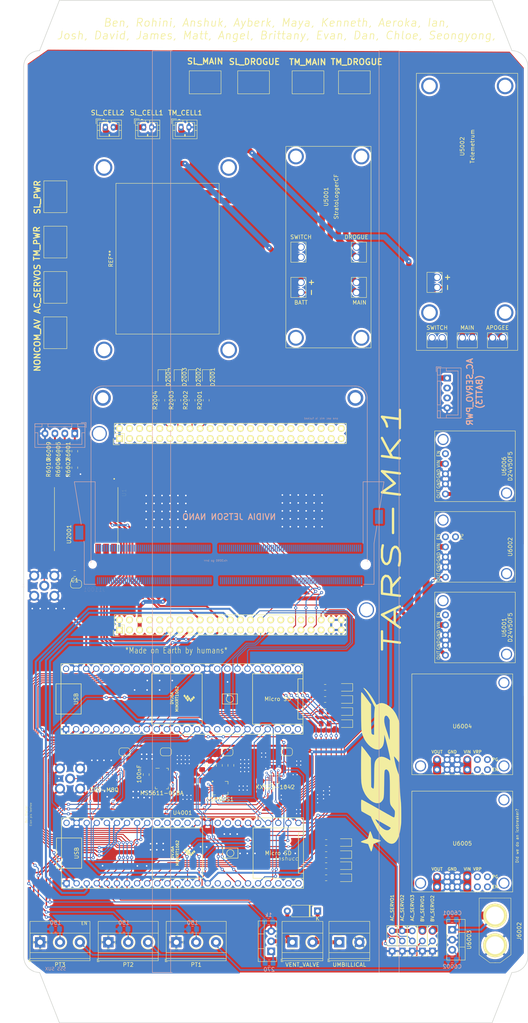
<source format=kicad_pcb>
(kicad_pcb (version 20211014) (generator pcbnew)
  (layers (0 "F.Cu" signal) (31 "B.Cu" signal) (34 "B.Paste" user) (35 "F.Paste" user) (36 "B.SilkS" user "B.Silkscreen") (37 "F.SilkS" user "F.Silkscreen") (38 "B.Mask" user) (39 "F.Mask" user) (44 "Edge.Cuts" user))
  (net 0 "")
  (net 1 "Net-(D3001-Pad2)")
  (net 2 "6V_HYBRID_SERVO0")
  (net 3 "HYBRID_SERVO1")
  (net 4 "GND")
  (net 5 "6V_HYBRID_SERVO1")
  (net 6 "HYBRID_SERVO2")
  (net 7 "9V_PT_SUPPLY")
  (net 8 "HYBRID_PT1")
  (net 9 "HYBRID_PT2")
  (net 10 "HYBRID_PT3")
  (net 11 "Net-(J6001-Pad3)")
  (net 12 "Net-(J6001-Pad2)")
  (net 13 "Net-(J6004-Pad2)")
  (net 14 "Net-(J6008-Pad3)")
  (net 15 "Net-(J6008-Pad2)")
  (net 16 "Net-(J6008-Pad1)")
  (net 17 "Net-(J11001-PadS1)")
  (net 18 "Net-(J11001-Pad260)")
  (net 19 "Net-(J11001-Pad259)")
  (net 20 "Net-(J11001-Pad258)")
  (net 21 "Net-(J11001-Pad257)")
  (net 22 "Net-(J11001-Pad256)")
  (net 23 "Net-(J11001-Pad255)")
  (net 24 "Net-(J11001-Pad254)")
  (net 25 "Net-(J11001-Pad253)")
  (net 26 "Net-(J11001-Pad252)")
  (net 27 "Net-(J11001-Pad251)")
  (net 28 "Net-(J11001-Pad250)")
  (net 29 "Net-(J11001-Pad249)")
  (net 30 "Net-(J11001-Pad248)")
  (net 31 "Net-(J11001-Pad247)")
  (net 32 "Net-(J11001-Pad246)")
  (net 33 "Net-(J11001-Pad245)")
  (net 34 "Net-(J11001-Pad244)")
  (net 35 "Net-(J11001-Pad243)")
  (net 36 "Net-(J11001-Pad242)")
  (net 37 "Net-(J11001-Pad241)")
  (net 38 "Net-(J11001-Pad240)")
  (net 39 "Net-(J11001-Pad239)")
  (net 40 "Net-(J11001-Pad238)")
  (net 41 "Net-(J11001-Pad237)")
  (net 42 "Net-(J11001-Pad236)")
  (net 43 "Net-(J11001-Pad235)")
  (net 44 "Net-(J11001-Pad234)")
  (net 45 "Net-(J11001-Pad233)")
  (net 46 "Net-(J11001-Pad232)")
  (net 47 "Net-(J11001-Pad231)")
  (net 48 "Net-(J11001-Pad230)")
  (net 49 "Net-(J11001-Pad229)")
  (net 50 "Net-(J11001-Pad228)")
  (net 51 "Net-(J11001-Pad227)")
  (net 52 "Net-(J11001-Pad226)")
  (net 53 "Net-(J11001-Pad225)")
  (net 54 "Net-(J11001-Pad224)")
  (net 55 "Net-(J11001-Pad223)")
  (net 56 "Net-(J11001-Pad222)")
  (net 57 "Net-(J11001-Pad221)")
  (net 58 "Net-(J11001-Pad220)")
  (net 59 "Net-(J11001-Pad219)")
  (net 60 "Net-(J11001-Pad218)")
  (net 61 "Net-(J11001-Pad217)")
  (net 62 "Net-(J11001-Pad216)")
  (net 63 "Net-(J11001-Pad215)")
  (net 64 "Net-(J11001-Pad214)")
  (net 65 "Net-(J11001-Pad213)")
  (net 66 "Net-(J11001-Pad212)")
  (net 67 "Net-(J11001-Pad211)")
  (net 68 "Net-(J11001-Pad210)")
  (net 69 "Net-(J11001-Pad209)")
  (net 70 "Net-(J11001-Pad208)")
  (net 71 "Net-(J11001-Pad207)")
  (net 72 "Net-(J11001-Pad206)")
  (net 73 "Net-(J11001-Pad205)")
  (net 74 "Net-(J11001-Pad204)")
  (net 75 "Net-(J11001-Pad203)")
  (net 76 "Net-(J11001-Pad202)")
  (net 77 "Net-(J11001-Pad201)")
  (net 78 "Net-(J11001-Pad200)")
  (net 79 "Net-(J11001-Pad199)")
  (net 80 "Net-(J11001-Pad198)")
  (net 81 "Net-(J11001-Pad197)")
  (net 82 "Net-(J11001-Pad196)")
  (net 83 "Net-(J11001-Pad195)")
  (net 84 "Net-(J11001-Pad194)")
  (net 85 "Net-(J11001-Pad193)")
  (net 86 "Net-(J11001-Pad192)")
  (net 87 "Net-(J11001-Pad191)")
  (net 88 "Net-(J11001-Pad190)")
  (net 89 "Net-(J11001-Pad189)")
  (net 90 "Net-(J11001-Pad188)")
  (net 91 "Net-(J11001-Pad187)")
  (net 92 "Net-(J11001-Pad186)")
  (net 93 "Net-(J11001-Pad185)")
  (net 94 "Net-(J11001-Pad184)")
  (net 95 "Net-(J11001-Pad183)")
  (net 96 "Net-(J11001-Pad182)")
  (net 97 "Net-(J11001-Pad181)")
  (net 98 "Net-(J11001-Pad180)")
  (net 99 "Net-(J11001-Pad179)")
  (net 100 "Net-(J11001-Pad178)")
  (net 101 "Net-(J11001-Pad177)")
  (net 102 "Net-(J11001-Pad176)")
  (net 103 "Net-(J11001-Pad175)")
  (net 104 "Net-(J11001-Pad174)")
  (net 105 "Net-(J11001-Pad173)")
  (net 106 "Net-(J11001-Pad172)")
  (net 107 "Net-(J11001-Pad171)")
  (net 108 "Net-(J11001-Pad170)")
  (net 109 "Net-(J11001-Pad169)")
  (net 110 "Net-(J11001-Pad168)")
  (net 111 "Net-(J11001-Pad167)")
  (net 112 "Net-(J11001-Pad166)")
  (net 113 "Net-(J11001-Pad165)")
  (net 114 "Net-(J11001-Pad164)")
  (net 115 "Net-(J11001-Pad163)")
  (net 116 "Net-(J11001-Pad162)")
  (net 117 "Net-(J11001-Pad161)")
  (net 118 "Net-(J11001-Pad160)")
  (net 119 "Net-(J11001-Pad159)")
  (net 120 "Net-(J11001-Pad158)")
  (net 121 "Net-(J11001-Pad157)")
  (net 122 "Net-(J11001-Pad156)")
  (net 123 "Net-(J11001-Pad155)")
  (net 124 "Net-(J11001-Pad154)")
  (net 125 "Net-(J11001-Pad153)")
  (net 126 "Net-(J11001-Pad152)")
  (net 127 "Net-(J11001-Pad151)")
  (net 128 "Net-(J11001-Pad150)")
  (net 129 "Net-(J11001-Pad149)")
  (net 130 "Net-(J11001-Pad148)")
  (net 131 "Net-(J11001-Pad147)")
  (net 132 "Net-(J11001-Pad146)")
  (net 133 "Net-(J11001-Pad145)")
  (net 134 "Net-(J11001-Pad144)")
  (net 135 "Net-(J11001-Pad143)")
  (net 136 "Net-(J11001-Pad142)")
  (net 137 "Net-(J11001-Pad141)")
  (net 138 "Net-(J11001-Pad140)")
  (net 139 "Net-(J11001-Pad139)")
  (net 140 "Net-(J11001-Pad138)")
  (net 141 "Net-(J11001-Pad137)")
  (net 142 "Net-(J11001-Pad136)")
  (net 143 "Net-(J11001-Pad135)")
  (net 144 "Net-(J11001-Pad134)")
  (net 145 "Net-(J11001-Pad133)")
  (net 146 "Net-(J11001-Pad132)")
  (net 147 "Net-(J11001-Pad131)")
  (net 148 "Net-(J11001-Pad130)")
  (net 149 "Net-(J11001-Pad129)")
  (net 150 "Net-(J11001-Pad128)")
  (net 151 "Net-(J11001-Pad127)")
  (net 152 "Net-(J11001-Pad126)")
  (net 153 "Net-(J11001-Pad125)")
  (net 154 "Net-(J11001-Pad124)")
  (net 155 "Net-(J11001-Pad123)")
  (net 156 "Net-(J11001-Pad122)")
  (net 157 "Net-(J11001-Pad121)")
  (net 158 "Net-(J11001-Pad120)")
  (net 159 "Net-(J11001-Pad119)")
  (net 160 "Net-(J11001-Pad118)")
  (net 161 "Net-(J11001-Pad117)")
  (net 162 "Net-(J11001-Pad116)")
  (net 163 "Net-(J11001-Pad115)")
  (net 164 "Net-(J11001-Pad114)")
  (net 165 "Net-(J11001-Pad113)")
  (net 166 "Net-(J11001-Pad112)")
  (net 167 "Net-(J11001-Pad111)")
  (net 168 "Net-(J11001-Pad110)")
  (net 169 "Net-(J11001-Pad109)")
  (net 170 "Net-(J11001-Pad108)")
  (net 171 "Net-(J11001-Pad107)")
  (net 172 "Net-(J11001-Pad106)")
  (net 173 "Net-(J11001-Pad105)")
  (net 174 "Net-(J11001-Pad104)")
  (net 175 "Net-(J11001-Pad103)")
  (net 176 "Net-(J11001-Pad102)")
  (net 177 "Net-(J11001-Pad101)")
  (net 178 "Net-(J11001-Pad100)")
  (net 179 "Net-(J11001-Pad99)")
  (net 180 "Net-(J11001-Pad98)")
  (net 181 "Net-(J11001-Pad97)")
  (net 182 "Net-(J11001-Pad96)")
  (net 183 "Net-(J11001-Pad95)")
  (net 184 "Net-(J11001-Pad94)")
  (net 185 "Net-(J11001-Pad93)")
  (net 186 "Net-(J11001-Pad92)")
  (net 187 "Net-(J11001-Pad91)")
  (net 188 "Net-(J11001-Pad90)")
  (net 189 "Net-(J11001-Pad89)")
  (net 190 "Net-(J11001-Pad88)")
  (net 191 "Net-(J11001-Pad87)")
  (net 192 "Net-(J11001-Pad86)")
  (net 193 "Net-(J11001-Pad85)")
  (net 194 "Net-(J11001-Pad84)")
  (net 195 "Net-(J11001-Pad83)")
  (net 196 "Net-(J11001-Pad82)")
  (net 197 "Net-(J11001-Pad81)")
  (net 198 "Net-(J11001-Pad80)")
  (net 199 "Net-(J11001-Pad79)")
  (net 200 "Net-(J11001-Pad78)")
  (net 201 "Net-(J11001-Pad77)")
  (net 202 "Net-(J11001-Pad76)")
  (net 203 "Net-(J11001-Pad75)")
  (net 204 "Net-(J11001-Pad74)")
  (net 205 "Net-(J11001-Pad73)")
  (net 206 "Net-(J11001-Pad72)")
  (net 207 "Net-(J11001-Pad71)")
  (net 208 "Net-(J11001-Pad70)")
  (net 209 "Net-(J11001-Pad69)")
  (net 210 "Net-(J11001-Pad68)")
  (net 211 "Net-(J11001-Pad67)")
  (net 212 "Net-(J11001-Pad66)")
  (net 213 "Net-(J11001-Pad65)")
  (net 214 "Net-(J11001-Pad64)")
  (net 215 "Net-(J11001-Pad63)")
  (net 216 "Net-(J11001-Pad62)")
  (net 217 "Net-(J11001-Pad61)")
  (net 218 "Net-(J11001-Pad60)")
  (net 219 "Net-(J11001-Pad59)")
  (net 220 "Net-(J11001-Pad58)")
  (net 221 "Net-(J11001-Pad57)")
  (net 222 "Net-(J11001-Pad56)")
  (net 223 "Net-(J11001-Pad55)")
  (net 224 "Net-(J11001-Pad54)")
  (net 225 "Net-(J11001-Pad53)")
  (net 226 "Net-(J11001-Pad52)")
  (net 227 "Net-(J11001-Pad51)")
  (net 228 "Net-(J11001-Pad50)")
  (net 229 "Net-(J11001-Pad49)")
  (net 230 "Net-(J11001-Pad48)")
  (net 231 "Net-(J11001-Pad47)")
  (net 232 "Net-(J11001-Pad46)")
  (net 233 "Net-(J11001-Pad45)")
  (net 234 "Net-(J11001-Pad44)")
  (net 235 "Net-(J11001-Pad43)")
  (net 236 "Net-(J11001-Pad42)")
  (net 237 "Net-(J11001-Pad41)")
  (net 238 "Net-(J11001-Pad40)")
  (net 239 "Net-(J11001-Pad39)")
  (net 240 "Net-(J11001-Pad38)")
  (net 241 "Net-(J11001-Pad37)")
  (net 242 "Net-(J11001-Pad36)")
  (net 243 "Net-(J11001-Pad35)")
  (net 244 "Net-(J11001-Pad34)")
  (net 245 "Net-(J11001-Pad33)")
  (net 246 "Net-(J11001-Pad32)")
  (net 247 "Net-(J11001-Pad31)")
  (net 248 "Net-(J11001-Pad30)")
  (net 249 "Net-(J11001-Pad29)")
  (net 250 "Net-(J11001-Pad28)")
  (net 251 "Net-(J11001-Pad27)")
  (net 252 "Net-(J11001-Pad26)")
  (net 253 "Net-(J11001-Pad25)")
  (net 254 "Net-(J11001-Pad24)")
  (net 255 "Net-(J11001-Pad23)")
  (net 256 "Net-(J11001-Pad22)")
  (net 257 "Net-(J11001-Pad21)")
  (net 258 "Net-(J11001-Pad20)")
  (net 259 "Net-(J11001-Pad19)")
  (net 260 "Net-(J11001-Pad18)")
  (net 261 "Net-(J11001-Pad17)")
  (net 262 "Net-(J11001-Pad16)")
  (net 263 "Net-(J11001-Pad15)")
  (net 264 "Net-(J11001-Pad14)")
  (net 265 "Net-(J11001-Pad13)")
  (net 266 "Net-(J11001-Pad12)")
  (net 267 "Net-(J11001-Pad11)")
  (net 268 "Net-(J11001-Pad10)")
  (net 269 "Net-(J11001-Pad9)")
  (net 270 "Net-(J11001-Pad8)")
  (net 271 "Net-(J11001-Pad7)")
  (net 272 "Net-(J11001-Pad6)")
  (net 273 "Net-(J11001-Pad5)")
  (net 274 "Net-(J11001-Pad4)")
  (net 275 "Net-(J11001-Pad3)")
  (net 276 "Net-(J11001-Pad2)")
  (net 277 "Net-(J11001-Pad1)")
  (net 278 "Net-(Q3001-Pad1)")
  (net 279 "MCU_SPI1_MOSI")
  (net 280 "MCU_SPI1_SCK")
  (net 281 "IMU0_INT1")
  (net 282 "3V3_MCU_SUPPLY")
  (net 283 "MCU_SPI0_MISO")
  (net 284 "IMU1_INT1")
  (net 285 "GPS_EXTINT")
  (net 286 "MCU_SPI0_CS36")
  (net 287 "MCU_SPI0_CS37")
  (net 288 "MCU_SPI1_MISO")
  (net 289 "MCU_SPI0_MOSI")
  (net 290 "MCU_SPI0_CS10")
  (net 291 "MCU_SPI0_SCK")
  (net 292 "MCU_I2C0_SDA")
  (net 293 "MCU_I2C0_SCL")
  (net 294 "HYBRID_VENT_TRIGGER")
  (net 295 "Net-(U2001-Pad57)")
  (net 296 "Net-(U2001-Pad63)")
  (net 297 "Net-(U2001-Pad54)")
  (net 298 "Net-(U2001-Pad80)")
  (net 299 "Net-(U2001-Pad81)")
  (net 300 "Net-(U2001-Pad56)")
  (net 301 "Net-(U2001-Pad82)")
  (net 302 "Net-(U2001-Pad83)")
  (net 303 "Net-(U2001-Pad84)")
  (net 304 "Net-(R2003-Pad1)")
  (net 305 "Net-(U2001-Pad74)")
  (net 306 "Net-(U2001-Pad75)")
  (net 307 "Net-(U2001-Pad65)")
  (net 308 "Net-(U2001-Pad55)")
  (net 309 "Net-(U2001-Pad52)")
  (net 310 "Net-(U2001-Pad53)")
  (net 311 "Net-(U2001-Pad70)")
  (net 312 "Net-(R2004-Pad1)")
  (net 313 "Net-(U2001-Pad92)")
  (net 314 "Net-(R2002-Pad1)")
  (net 315 "Net-(U2001-Pad71)")
  (net 316 "Net-(U2001-Pad61)")
  (net 317 "Net-(U2001-Pad78)")
  (net 318 "Net-(U2001-Pad79)")
  (net 319 "Net-(R2001-Pad1)")
  (net 320 "Net-(U2001-Pad72)")
  (net 321 "Net-(U2001-Pad67)")
  (net 322 "Net-(U2001-Pad73)")
  (net 323 "Net-(U2001-Pad85)")
  (net 324 "Net-(U2001-Pad86)")
  (net 325 "Net-(U2001-Pad87)")
  (net 326 "Net-(U2001-Pad88)")
  (net 327 "Net-(U2001-Pad89)")
  (net 328 "Net-(U2001-Pad90)")
  (net 329 "Net-(U2001-Pad91)")
  (net 330 "Net-(U2001-Pad76)")
  (net 331 "Net-(U2001-Pad77)")
  (net 332 "Net-(U2001-Pad69)")
  (net 333 "Net-(U2001-Pad59)")
  (net 334 "Net-(U2001-Pad49)")
  (net 335 "Net-(U2001-Pad50)")
  (net 336 "Net-(U2001-Pad51)")
  (net 337 "Net-(U2001-Pad68)")
  (net 338 "Net-(U2001-Pad66)")
  (net 339 "Net-(U2001-Pad41)")
  (net 340 "Net-(U2001-Pad40)")
  (net 341 "BATT1_CELL1")
  (net 342 "Net-(U2001-Pad38)")
  (net 343 "BATT1_CELL2")
  (net 344 "Net-(U2001-Pad36)")
  (net 345 "BATT1_CELL3")
  (net 346 "Net-(U2001-Pad34)")
  (net 347 "Net-(U2001-Pad33)")
  (net 348 "Net-(U2001-Pad32)")
  (net 349 "Net-(U2001-Pad27)")
  (net 350 "Net-(U2001-Pad25)")
  (net 351 "Net-(U2001-Pad23)")
  (net 352 "MPU_SPI0_SCLK")
  (net 353 "MPU_SPI0_MOSI")
  (net 354 "Net-(U2001-Pad20)")
  (net 355 "Net-(U2001-Pad19)")
  (net 356 "MPU_SPI0_MISO")
  (net 357 "MPU_SPI0_CS0")
  (net 358 "Net-(U2001-Pad16)")
  (net 359 "TLM_RESET")
  (net 360 "Net-(U2001-Pad14)")
  (net 361 "Net-(U2001-Pad12)")
  (net 362 "Net-(U2001-Pad10)")
  (net 363 "Net-(U2001-Pad9)")
  (net 364 "Net-(U2001-Pad8)")
  (net 365 "Net-(U2001-Pad7)")
  (net 366 "5V_MPU_SUPPLY")
  (net 367 "Net-(U2001-Pad4)")
  (net 368 "Net-(U2001-Pad3)")
  (net 369 "Net-(U6001-Pad1)")
  (net 370 "Net-(U6006-Pad1)")
  (net 371 "5V_AC_SERVO0")
  (net 372 "Net-(U7001-Pad13)")
  (net 373 "Net-(U7001-Pad12)")
  (net 374 "Net-(U7001-Pad10)")
  (net 375 "Net-(U7001-Pad9)")
  (net 376 "Net-(C7001-Pad2)")
  (net 377 "Net-(C7002-Pad1)")
  (net 378 "Net-(U7002-Pad11)")
  (net 379 "Net-(U7002-Pad6)")
  (net 380 "Net-(U7002-Pad4)")
  (net 381 "Net-(U8001-PadP$F6)")
  (net 382 "Net-(U8001-PadP$F4)")
  (net 383 "Net-(U8001-PadP$G5)")
  (net 384 "Net-(U8001-PadP$F3)")
  (net 385 "Net-(U8001-PadP$E3)")
  (net 386 "Net-(U8001-PadP$D3)")
  (net 387 "Net-(U8001-PadP$C6)")
  (net 388 "Net-(U8001-PadP$C5)")
  (net 389 "Net-(U8001-PadP$C4)")
  (net 390 "Net-(U8001-PadP$C3)")
  (net 391 "Net-(U8001-PadP$A4)")
  (net 392 "Net-(U8001-PadP$C1)")
  (net 393 "Net-(U8001-PadP$D1)")
  (net 394 "Net-(U8001-PadP$2E1)")
  (net 395 "Net-(U8001-PadP$F1)")
  (net 396 "Net-(U8001-PadP$J6)")
  (net 397 "Net-(U8001-PadP$J7)")
  (net 398 "Net-(U8001-PadP$J8)")
  (net 399 "Net-(U8001-PadP$G9)")
  (net 400 "Net-(U8001-PadP$F9)")
  (net 401 "Net-(U8001-PadP$E9)")
  (net 402 "Net-(U8001-PadP$A6)")
  (net 403 "Net-(U9001-Pad17)")
  (net 404 "Net-(U9001-Pad16)")
  (net 405 "Net-(U9001-Pad23)")
  (net 406 "Net-(U9001-Pad24)")
  (net 407 "Net-(U9001-Pad32)")
  (net 408 "Net-(U9001-Pad33)")
  (net 409 "Net-(R9004-Pad1)")
  (net 410 "Net-(R9003-Pad1)")
  (net 411 "Net-(R9002-Pad1)")
  (net 412 "Net-(R9001-Pad1)")
  (net 413 "Net-(U9001-Pad36)")
  (net 414 "Net-(U9001-Pad37)")
  (net 415 "Net-(U9001-Pad38)")
  (net 416 "Net-(U9001-Pad39)")
  (net 417 "Net-(U9001-Pad48)")
  (net 418 "Net-(U4001-Pad17)")
  (net 419 "Net-(U4001-Pad16)")
  (net 420 "Net-(U4001-Pad23)")
  (net 421 "Net-(U4001-Pad24)")
  (net 422 "MCU_SPI0_CS34")
  (net 423 "MCU_SPI1_CS35")
  (net 424 "Net-(U4001-Pad32)")
  (net 425 "Net-(U4001-Pad33)")
  (net 426 "Net-(R4004-Pad1)")
  (net 427 "Net-(R4003-Pad1)")
  (net 428 "Net-(R4002-Pad1)")
  (net 429 "Net-(R4001-Pad1)")
  (net 430 "Net-(U4001-Pad36)")
  (net 431 "Net-(U4001-Pad37)")
  (net 432 "Net-(U4001-Pad38)")
  (net 433 "Net-(U4001-Pad39)")
  (net 434 "Net-(U4001-Pad48)")
  (net 435 "MCU_SPI0_CS35")
  (net 436 "SL_PWR")
  (net 437 "TM_PWR")
  (net 438 "Net-(J5001-Pad1)")
  (net 439 "Net-(J5002-Pad1)")
  (net 440 "Net-(J5003-Pad1)")
  (net 441 "Net-(J5004-Pad1)")
  (net 442 "Net-(J5005-Pad1)")
  (net 443 "Net-(J5006-Pad1)")
  (net 444 "Net-(J5001-Pad2)")
  (net 445 "Net-(J5002-Pad2)")
  (net 446 "Net-(J5003-Pad2)")
  (net 447 "Net-(J5004-Pad2)")
  (net 448 "Net-(J5005-Pad2)")
  (net 449 "Net-(J5006-Pad2)")
  (net 450 "Net-(J6001-Pad1)")
  (net 451 "AC_SERVO0")
  (net 452 "AC_SERVO1")
  (net 453 "AC_SERVO2")
  (net 454 "HYB_MCU_SPI1_CS1")
  (net 455 "AC_MCU_SPI1_CS1")
  (net 456 "AC_MCU_TX1")
  (net 457 "AC_MCU_RX1")
  (net 458 "HYB_MCU_RX1")
  (net 459 "HYB_MCU_TX1")
  (net 460 "Net-(U1-Pad9)")
  (net 461 "Net-(U6004-Pad2)")
  (net 462 "Net-(U6004-Pad1)")
  (net 463 "Net-(U6004-Pad8)")
  (net 464 "Net-(U6004-Pad7)")
  (net 465 "Net-(U6005-Pad2)")
  (net 466 "Net-(U6005-Pad1)")
  (net 467 "Net-(U6005-Pad8)")
  (net 468 "Net-(U6005-Pad7)")
  (net 469 "Net-(J6009-Pad1)")
  (net 470 "Net-(D2001-Pad2)")
  (net 471 "Net-(D2002-Pad2)")
  (net 472 "Net-(D2003-Pad2)")
  (net 473 "Net-(D2004-Pad2)")
  (net 474 "Net-(U1-Pad16)")
  (net 475 "Net-(U1-Pad15)")
  (net 476 "Net-(U1-Pad14)")
  (net 477 "Net-(U1-Pad12)")
  (net 478 "Net-(U1-Pad11)")
  (net 479 "Net-(U1-Pad7)")
  (net 480 "Net-(C1-Pad1)")
  (net 481 "Net-(C7003-Pad1)")
  (net 482 "Net-(C7006-Pad1)")
  (net 483 "Net-(C7008-Pad2)")
  (net 484 "Net-(D4001-Pad2)")
  (net 485 "Net-(D4002-Pad2)")
  (net 486 "Net-(D4003-Pad2)")
  (net 487 "Net-(D4004-Pad2)")
  (net 488 "Net-(D9001-Pad2)")
  (net 489 "Net-(D9002-Pad2)")
  (net 490 "Net-(D9003-Pad2)")
  (net 491 "Net-(D9004-Pad2)")
  (net 492 "Net-(JP5-Pad2)")
  (net 493 "Net-(D3001-Pad1)")
  (net 494 "Net-(U6002-Pad6)")
  (net 495 "Net-(U6002-Pad1)")
  (net 496 "Net-(C6001-Pad1)")
  (net 497 "Net-(J6006-Pad2)")
  (net 498 "Net-(U4001-Pad22)")
  (net 499 "Net-(U9001-Pad22)")
  (footprint "505575-0271:505575-0271" (layer "F.Cu") (at 257.912 45.08)
    (fp_text reference "J5003" hide)
    (fp_text value "505575-0271")
  )
  (footprint "505575-0271:505575-0271" (layer "F.Cu") (at 245.72 45.08)
    (fp_text reference "J5004" hide)
    (fp_text value "505575-0271")
  )
  (footprint "505575-0271:505575-0271" (layer "F.Cu") (at 283.312 45.08)
    (fp_text reference "J5005" hide)
    (fp_text value "505575-0271")
  )
  (footprint "505575-0271:505575-0271" (layer "F.Cu") (at 271.628 45.08)
    (fp_text reference "J5006" hide)
    (fp_text value "505575-0271")
  )
  (footprint "TerminalBlock_Phoenix:TerminalBlock_Phoenix_MKDS-1,5-2-5.08_1x02_P5.08mm_Horizontal" (layer "F.Cu") (at 267.691 264.79)
    (fp_text reference "J3001" hide)
    (fp_text value "VENT_VALVE")
  )
  (footprint "TerminalBlock_Phoenix:TerminalBlock_Phoenix_MKDS-1,5-3_1x03_P5.00mm_Horizontal" (layer "F.Cu") (at 238.462 264.79)
    (fp_text reference "J3004" hide)
    (fp_text value "PT1")
  )
  (footprint "Package_TO_SOT_THT:TO-220-3_Vertical" (layer "F.Cu") (at 262.357 267.076 90)
    (fp_text reference "Q3001" hide)
    (fp_text value "IRF540N")
  )
  (footprint "ISS_LOGO:ISS_LOGO_small" (layer "F.Cu") (at 290.47988 220.848 90)
    (fp_text reference "G***" hide)
    (fp_text value "LOGO" hide)
  )
  (footprint "XT60:XT60" (layer "F.Cu") (at 318.745 265.552 90)
    (fp_text reference "J6002")
    (fp_text value "BATT2_XT60")
  )
  (footprint "Socket_BeagleBone_Black:Socket_BeagleBone_Black" (layer "F.Cu") (at 224.13 186.05 90)
    (fp_text reference "U2001")
    (fp_text value "Socket_BeagleBone_Black")
  )
  (footprint "StratoLoggerCF:StratologgerCF" (layer "F.Cu") (at 285.09 66.67 -90)
    (fp_text reference "U5001")
    (fp_text value "StratoLoggerCF")
  )
  (footprint "D24V50F5:D24V50F5" (layer "F.Cu") (at 323.85 185.42 -90)
    (fp_text reference "U6001")
    (fp_text value "D24V50F5")
  )
  (footprint "D24V50F5:D24V50F5" (layer "F.Cu") (at 323.85 144.78 -90)
    (fp_text reference "U6006")
    (fp_text value "D24V50F5")
  )
  (footprint "505575-0271:505575-0271" (layer "F.Cu") (at 205.08 76.83 90)
    (fp_text reference "J5001" hide)
    (fp_text value "505575-0271")
  )
  (footprint "Telemetrum:Telemetrum" (layer "F.Cu") (at 324.46 80.64 -90)
    (fp_text reference "U5002")
    (fp_text value "Telemetrum")
  )
  (footprint "D36V28F3:D36V28F3" (layer "F.Cu") (at 323.85 165.1 -90)
    (fp_text reference "U6002")
    (fp_text value "D36V28F3")
  )
  (footprint "505575-0271:505575-0271" (layer "F.Cu") (at 205.08 88.26 90)
    (fp_text reference "J5002" hide)
    (fp_text value "505575-0271")
  )
  (footprint "Batteries:500_1s_602535" (layer "F.Cu") (at 223.241 92.451 90)
    (fp_text reference "REF**")
    (fp_text value "500_1s_602535")
  )
  (footprint "505575-0271:505575-0271" (layer "F.Cu") (at 205.08 99.69 90)
    (fp_text reference "J6009" hide)
    (fp_text value "505575-0271")
  )
  (footprint "505575-0271:505575-0271" (layer "F.Cu") (at 205.08 111.12 90)
    (fp_text reference "J6006" hide)
    (fp_text value "505575-0271")
  )
  (footprint "Connector_JST:JST_PH_B2B-PH-K_1x02_P2.00mm_Vertical" (layer "F.Cu") (at 239.624 59.304)
    (fp_text reference "J6007" hide)
    (fp_text value "BATT5_CELL1")
  )
  (footprint "Resistor_SMD:R_0805_2012Metric_Pad1.20x1.40mm_HandSolder" (layer "F.Cu") (at 245.974 128.138 90)
    (fp_text reference "R2001")
    (fp_text value "470")
  )
  (footprint "Resistor_SMD:R_0805_2012Metric_Pad1.20x1.40mm_HandSolder" (layer "F.Cu") (at 242.418 128.138 90)
    (fp_text reference "R2002")
    (fp_text value "470")
  )
  (footprint "Resistor_SMD:R_0805_2012Metric_Pad1.20x1.40mm_HandSolder" (layer "F.Cu") (at 238.846 128.138 90)
    (fp_text reference "R2003")
    (fp_text value "470")
  )
  (footprint "Resistor_SMD:R_0805_2012Metric_Pad1.20x1.40mm_HandSolder" (layer "F.Cu") (at 234.798 128.138 90)
    (fp_text reference "R2004")
    (fp_text value "470")
  )
  (footprint "Resistor_SMD:R_0805_2012Metric_Pad1.20x1.40mm_HandSolder" (layer "F.Cu") (at 212.86764 145.14 90)
    (fp_text reference "R6002")
    (fp_text value "23k")
  )
  (footprint "Resistor_SMD:R_0805_2012Metric_Pad1.20x1.40mm_HandSolder" (layer "F.Cu") (at 210.32764 145.14 90)
    (fp_text reference "R6006")
    (fp_text value "37.5k")
  )
  (footprint "Resistor_SMD:R_0805_2012Metric_Pad1.20x1.40mm_HandSolder" (layer "F.Cu") (at 207.97052 140.981 90)
    (fp_text reference "R6009")
    (fp_text value "150k")
  )
  (footprint "Resistor_SMD:R_0805_2012Metric_Pad1.20x1.40mm_HandSolder" (layer "F.Cu") (at 207.91464 145.14 90)
    (fp_text reference "R6010")
    (fp_text value "100k")
  )
  (footprint "RFM95W_915S2:XCVR_RFM95W_915S2" (layer "F.Cu") (at 215.748 158.11 -90)
    (fp_text reference "U1")
    (fp_text value "RFM95W-915S2")
  )
  (footprint "D36V50F6:D36V50F6-TARS" (layer "F.Cu") (at 297.79 252.09)
    (fp_text reference "U6005")
    (fp_text value "D36V50F6")
  )
  (footprint "Resistor_SMD:R_0805_2012Metric_Pad1.20x1.40mm_HandSolder" (layer "F.Cu") (at 212.86764 140.981 90)
    (fp_text reference "R6001")
    (fp_text value "150k")
  )
  (footprint "Resistor_SMD:R_0805_2012Metric_Pad1.20x1.40mm_HandSolder" (layer "F.Cu") (at 210.38352 140.981 90)
    (fp_text reference "R6005")
    (fp_text value "150k")
  )
  (footprint "Capacitor_SMD:C_0805_2012Metric_Pad1.18x1.45mm_HandSolder" (layer "F.Cu") (at 212.8485 171.826 180)
    (fp_text reference "C1")
    (fp_text value "100nF")
  )
  (footprint "LED_SMD:LED_0805_2012Metric_Pad1.15x1.40mm_HandSolder" (layer "F.Cu") (at 245.974 122.296 -90)
    (fp_text reference "D2001")
    (fp_text value "LED")
  )
  (footprint "LED_SMD:LED_0805_2012Metric_Pad1.15x1.40mm_HandSolder" (layer "F.Cu") (at 242.418 122.296 -90)
    (fp_text reference "D2002")
    (fp_text value "LED")
  )
  (footprint "LED_SMD:LED_0805_2012Metric_Pad1.15x1.40mm_HandSolder" (layer "F.Cu") (at 238.862 122.296 -90)
    (fp_text reference "D2003")
    (fp_text value "LED")
  )
  (footprint "LED_SMD:LED_0805_2012Metric_Pad1.15x1.40mm_HandSolder" (layer "F.Cu") (at 234.798 122.296 -90)
    (fp_text reference "D2004")
    (fp_text value "LED")
  )
  (footprint "LED_SMD:LED_0805_2012Metric_Pad1.15x1.40mm_HandSolder" (layer "F.Cu") (at 280.772 242.692 180)
    (fp_text reference "D4002" hide)
    (fp_text value "LED")
  )
  (footprint "LED_SMD:LED_0805_2012Metric_Pad1.15x1.40mm_HandSolder" (layer "F.Cu") (at 280.772 248.534 180)
    (fp_text reference "D4004" hide)
    (fp_text value "LED")
  )
  (footprint "LED_SMD:LED_0805_2012Metric_Pad1.15x1.40mm_HandSolder" (layer "F.Cu") (at 281.026 200.528 180)
    (fp_text reference "D9001" hide)
    (fp_text value "LED")
  )
  (footprint "LED_SMD:LED_0805_2012Metric_Pad1.15x1.40mm_HandSolder" (layer "F.Cu") (at 281.026 203.576 180)
    (fp_text reference "D9002" hide)
    (fp_text value "LED")
  )
  (footprint "LED_SMD:LED_0805_2012Metric_Pad1.15x1.40mm_HandSolder" (layer "F.Cu") (at 281.026 206.624 180)
    (fp_text reference "D9003" hide)
    (fp_text value "LED")
  )
  (footprint "LED_SMD:LED_0805_2012Metric_Pad1.15x1.40mm_HandSolder" (layer "F.Cu") (at 281.026 209.672 180)
    (fp_text reference "D9004" hide)
    (fp_text value "LED")
  )
  (footprint "Jumper:SolderJumper-2_P1.3mm_Bridged_RoundedPad1.0x1.5mm" (layer "F.Cu") (at 213.193 174.493 180)
    (fp_text reference "JP6" hide)
    (fp_text value "Jumper_NC_Small" hide)
  )
  (footprint "Resistor_SMD:R_0805_2012Metric_Pad1.20x1.40mm_HandSolder" (layer "F.Cu") (at 276.2 242.692)
    (fp_text reference "R4002" hide)
    (fp_text value "470")
  )
  (footprint "Resistor_SMD:R_0805_2012Metric_Pad1.20x1.40mm_HandSolder" (layer "F.Cu") (at 276.2 245.486)
    (fp_text reference "R4003" hide)
    (fp_text value "470")
  )
  (footprint "Resistor_SMD:R_0805_2012Metric_Pad1.20x1.40mm_HandSolder" (layer "F.Cu") (at 276.2 248.534)
    (fp_text reference "R4004" hide)
    (fp_text value "470")
  )
  (footprint "Resistor_SMD:R_0805_2012Metric_Pad1.20x1.40mm_HandSolder" (layer "F.Cu") (at 275.946 200.528)
    (fp_text reference "R9001" hide)
    (fp_text value "470")
  )
  (footprint "Resistor_SMD:R_0805_2012Metric_Pad1.20x1.40mm_HandSolder" (layer "F.Cu") (at 275.946 203.576)
    (fp_text reference "R9002" hide)
    (fp_text value "470")
  )
  (footprint "Resistor_SMD:R_0805_2012Metric_Pad1.20x1.40mm_HandSolder" (layer "F.Cu") (at 275.946 206.624)
    (fp_text reference "R9003" hide)
    (fp_text value "470")
  )
  (footprint "Resistor_SMD:R_0805_2012Metric_Pad1.20x1.40mm_HandSolder" (layer "F.Cu") (at 275.946 209.672)
    (fp_text reference "R9004" hide)
    (fp_text value "470")
  )
  (footprint "Diode_THT:D_A-405_P7.62mm_Horizontal" (layer "F.Cu") (at 274.041 256.916 180)
    (fp_text reference "D3001" hide)
    (fp_text value "D")
  )
  (footprint "Connector_PinHeader_2.54mm:PinHeader_1x03_P2.54mm_Vertical" (layer "F.Cu") (at 297.899 267 180)
    (fp_text reference "J7003" hide)
    (fp_text value "AC_SERVO3")
  )
  (footprint "Connector_PinHeader_2.54mm:PinHeader_1x03_P2.54mm_Vertical" (layer "F.Cu") (at 300.439 267 180)
    (fp_text reference "J3002" hide)
    (fp_text value "BV_SERVO1")
  )
  (footprint "Connector_PinHeader_2.54mm:PinHeader_1x03_P2.54mm_Vertical" (layer "F.Cu") (at 302.979 267 180)
    (fp_text reference "J3003" hide)
    (fp_text value "BV_SERVO2")
  )
  (footprint "Connector_PinHeader_2.54mm:PinHeader_1x03_P2.54mm_Vertical" (layer "F.Cu") (at 292.819 267 180)
    (fp_text reference "J7001" hide)
    (fp_text value "AC_SERVO1")
  )
  (footprint "Connector_PinHeader_2.54mm:PinHeader_1x03_P2.54mm_Vertical" (layer "F.Cu") (at 295.359 267 180)
    (fp_text reference "J7002" hide)
    (fp_text value "AC_SERVO2")
  )
  (footprint "LED_SMD:LED_0805_2012Metric_Pad1.15x1.40mm_HandSolder" (layer "F.Cu") (at 280.772 245.486 180)
    (fp_text reference "D4003" hide)
    (fp_text value "LED")
  )
  (footprint "TerminalBlock_Phoenix:TerminalBlock_Phoenix_MKDS-1,5-2-5.08_1x02_P5.08mm_Horizontal" (layer "F.Cu") (at 279.502 264.79)
    (fp_text reference "J3007" hide)
    (fp_text value "UMBILLICAL")
  )
  (footprint "TerminalBlock_Phoenix:TerminalBlock_Phoenix_MKDS-1,5-3_1x03_P5.00mm_Horizontal" (layer "F.Cu") (at 221.336 264.79)
    (fp_text reference "J3005" hide)
    (fp_text value "PT2")
  )
  (footprint "TerminalBlock_Phoenix:TerminalBlock_Phoenix_MKDS-1,5-3_1x03_P5.00mm_Horizontal" (layer "F.Cu") (at 204.144 264.79)
    (fp_text reference "J3006" hide)
    (fp_text value "PT3")
  )
  (footprint "" (layer "F.Cu") (at 215.24 259.71)
    (fp_text reference "")
    (fp_text value "")
  )
  (footprint "D36V50F6:D36V50F6-TARS" (layer "F.Cu") (at 297.79 222.54)
    (fp_text reference "U6004")
    (fp_text value "D36V50F6")
  )
  (footprint "Package_TO_SOT_THT:TO-220-3_Vertical" (layer "F.Cu") (at 307.95 261.615 -90)
    (fp_text reference "U6003")
    (fp_text value "LM7809_TO220")
  )
  (footprint "Connector_JST:JST_PH_B2B-PH-K_1x02_P2.00mm_Vertical" (layer "F.Cu") (at 220.574 59.304)
    (fp_text reference "J6004" hide)
    (fp_text value "BATT4_CELL2")
  )
  (footprint "Connector_JST:JST_PH_B2B-PH-K_1x02_P2.00mm_Vertical" (layer "F.Cu") (at 230.226 59.304)
    (fp_text reference "J6005" hide)
    (fp_text value "BATT4_CELL1")
  )
  (footprint "Package_LGA:LGA-12_2x2mm_P0.5mm" (layer "F.Cu") (at 263.2455 223.638)
    (fp_text reference "U7002" hide)
    (fp_text value "KX122-1042")
  )
  (footprint "Package_LGA:LGA-8_3x5mm_P1.25mm" (layer "F.Cu") (at 234.798 223.515)
    (fp_text reference "U7003" hide)
    (fp_text value "MS5611-01BA")
  )
  (footprint "Teensy:Teensy41_bare" (layer "F.Cu") (at 239.878 203.449)
    (fp_text reference "U9001" hide)
    (fp_text value "Teensy4.1_bare")
  )
  (footprint "ZOE-M8Q:ZOE-M8" (layer "F.Cu") (at 220.32 223.007 90)
    (fp_text reference "U8001")
    (fp_text value "ZOE-M8Q")
  )
  (footprint "Capacitor_SMD:C_0805_2012Metric_Pad1.18x1.45mm_HandSolder" (layer "F.Cu") (at 266.675 225.4415 -90)
    (fp_text reference "C7007" hide)
    (fp_text value "100nF")
  )
  (footprint "Teensy:Teensy41_bare" (layer "F.Cu") (at 240.005 242.311)
    (fp_text reference "U4001")
    (fp_text value "Teensy4.1_bare")
  )
  (footprint "Jumper:SolderJumper-2_P1.3mm_Bridged_RoundedPad1.0x1.5mm" (layer "F.Cu") (at 225.415 216.784 180)
    (fp_text reference "JP5" hide)
    (fp_text value "Jumper_NC_Small" hide)
  )
  (footprint "Capacitor_SMD:C_0805_2012Metric_Pad1.18x1.45mm_HandSolder" (layer "F.Cu") (at 259.817 225.1875 -90)
    (fp_text reference "C7006" hide)
    (fp_text value "100nF")
  )
  (footprint "Capacitor_SMD:C_0805_2012Metric_Pad1.18x1.45mm_HandSolder" (layer "F.Cu") (at 230.861 222.5205 90)
    (fp_text reference "C7008" hide)
    (fp_text value "100nF")
  )
  (footprint "Jumper:SolderJumper-2_P1.3mm_Bridged_RoundedPad1.0x1.5mm" (layer "F.Cu") (at 251.323 216.784 180)
    (fp_text reference "JP2" hide)
    (fp_text value "Jumper_NC_Small" hide)
  )
  (footprint "Jumper:SolderJumper-2_P1.3mm_Bridged_RoundedPad1.0x1.5mm" (layer "F.Cu") (at 235.829 216.784 180)
    (fp_text reference "JP4" hide)
    (fp_text value "Jumper_NC_Small" hide)
  )
  (footprint "SMA:SMA90_DIP" (layer "F.Cu") (at 211.684 223.515 90)
    (fp_text reference "X8001")
    (fp_text value "SMACONNECTOR")
  )
  (footprint "Jumper:SolderJumper-2_P1.3mm_Bridged_RoundedPad1.0x1.5mm" (layer "F.Cu") (at 266.309 216.784 180)
    (fp_text reference "JP3" hide)
    (fp_text value "Jumper_NC_Small" hide)
  )
  (footprint "Capacitor_SMD:C_0805_2012Metric_Pad1.18x1.45mm_HandSolder" (layer "F.Cu") (at 243.7935 224.023 180)
    (fp_text reference "C7003" hide)
    (fp_text value "100 nF" hide)
  )
  (footprint "Capacitor_SMD:C_0805_2012Metric_Pad1.18x1.45mm_HandSolder" (layer "F.Cu") (at 244.958 220.1915 90)
    (fp_text reference "C7002" hide)
    (fp_text value "100 nF" hide)
  )
  (footprint "Capacitor_SMD:C_0805_2012Metric_Pad1.18x1.45mm_HandSolder" (layer "F.Cu") (at 249.276 220.1915 90)
    (fp_text reference "C7004" hide)
    (fp_text value "100 nF" hide)
  )
  (footprint "Package_LGA:LGA-24L_3x3.5mm_P0.43mm" (layer "F.Cu") (at 249.53 225.928)
    (fp_text reference "U7001" hide)
    (fp_text value "LSM9DS1")
  )
  (footprint "Capacitor_SMD:C_0805_2012Metric_Pad1.18x1.45mm_HandSolder" (layer "F.Cu") (at 252.197 220.1915 -90)
    (fp_text reference "C7001" hide)
    (fp_text value "10 nF" hide)
  )
  (footprint "Capacitor_SMD:C_0805_2012Metric_Pad1.18x1.45mm_HandSolder" (layer "F.Cu") (at 247.117 220.1915 90)
    (fp_text reference "C7005" hide)
    (fp_text value "10 uF" hide)
  )
  (footprint "LED_SMD:LED_0805_2012Metric_Pad1.15x1.40mm_HandSolder" (layer "F.Cu") (at 280.772 239.644 180)
    (fp_text reference "D4001" hide)
    (fp_text value "LED")
  )
  (footprint "Resistor_SMD:R_0805_2012Metric_Pad1.20x1.40mm_HandSolder" (layer "F.Cu") (at 276.2 239.644)
    (fp_text reference "R4001" hide)
    (fp_text value "470")
  )
  (footprint "Connector_JST:JST_XH_B4B-XH-A_1x04_P2.50mm_Vertical" (layer "B.Cu") (at 212.86764 136.52 180)
    (fp_text reference "J6001" hide)
    (fp_text value "BATT1")
  )
  (footprint "Connector_JST:JST_XH_B4B-XH-A_1x04_P2.50mm_Vertical" (layer "B.Cu") (at 306.68 122.55 -90)
    (fp_text reference "J6008" hide)
    (fp_text value "BATT3_JST")
  )
  (footprint "JETSON_NANO:JETSON_NANO" (layer "B.Cu") (at 248.26 169.54)
    (fp_text reference "J11001")
    (fp_text value "2309413-1")
  )
  (footprint "SMA:SMA90_DIP" (layer "B.Cu") (at 205.1816 174.8994 -90)
    (fp_text reference "X1")
    (fp_text value "SMACONNECTOR")
  )
  (footprint "Resistor_SMD:R_0805_2012Metric_Pad1.20x1.40mm_HandSolder" (layer "B.Cu") (at 261.706 259.583)
    (fp_text reference "R3002" hide)
    (fp_text value "1k")
  )
  (footprint "Resistor_SMD:R_0805_2012Metric_Pad1.20x1.40mm_HandSolder" (layer "B.Cu") (at 242.542 261.488)
    (fp_text reference "R3003" hide)
    (fp_text value "150")
  )
  (footprint "Resistor_SMD:R_0805_2012Metric_Pad1.20x1.40mm_HandSolder" (layer "B.Cu") (at 225.257 261.488)
    (fp_text reference "R3004" hide)
    (fp_text value "150")
  )
  (footprint "Resistor_SMD:R_0805_2012Metric_Pad1.20x1.40mm_HandSolder" (layer "B.Cu") (at 208.017 261.488)
    (fp_text reference "R3005" hide)
    (fp_text value "150")
  )
  (footprint "Resistor_SMD:R_0805_2012Metric_Pad1.20x1.40mm_HandSolder" (layer "B.Cu") (at 261.833 269.997)
    (fp_text reference "R3001" hide)
    (fp_text value "270")
  )
  (footprint "Capacitor_SMD:C_0805_2012Metric_Pad1.15x1.40mm_HandSolder" (layer "B.Cu") (at 307.95 259.075 180)
    (fp_text reference "C6001")
    (fp_text value "100nF")
  )
  (footprint "Capacitor_SMD:C_0805_2012Metric_Pad1.15x1.40mm_HandSolder" (layer "B.Cu") (at 307.95 269.235)
    (fp_text reference "C6002")
    (fp_text value "100nF")
  )
  (gr_line (start 232.425 40) (end 237.425 40) (layer "B.SilkS") (width 0.12))
  (gr_line (start 232.428 272.41) (end 237.425 272.41) (layer "B.SilkS") (width 0.12))
  (gr_line (start 289.575 40) (end 294.575 40) (layer "B.SilkS") (width 0.12))
  (gr_line (start 289.578 272.41) (end 294.575 272.41) (layer "B.SilkS") (width 0.12))
  (gr_line (start 294.575 272.41) (end 294.575 40) (layer "B.SilkS") (width 0.12))
  (gr_line (start 289.532 40) (end 289.535 272.41) (layer "B.SilkS") (width 0.12))
  (gr_line (start 232.425 40) (end 232.428 272.41) (layer "B.SilkS") (width 0.12))
  (gr_line (start 237.025 272.41) (end 237.025 40) (layer "B.SilkS") (width 0.12))
  (gr_line (start 327 44) (end 327 268.4) (layer "Edge.Cuts") (width 0.15))
  (gr_line (start 200 44) (end 200 268.4) (layer "Edge.Cuts") (width 0.15))
  (gr_arc (start 204 272.4) (mid 201.171573 271.228427) (end 200 268.4) (layer "Edge.Cuts") (width 0.15))
  (gr_arc (start 327 268.4) (mid 325.828427 271.228427) (end 323 272.4) (layer "Edge.Cuts") (width 0.15))
  (gr_line (start 323 272.4) (end 318 285.1) (layer "Edge.Cuts") (width 0.15))
  (gr_line (start 209 285.1) (end 318 285.1) (layer "Edge.Cuts") (width 0.15))
  (gr_line (start 204 40) (end 209 27.3) (layer "Edge.Cuts") (width 0.15))
  (gr_line (start 323 40) (end 318 27.3) (layer "Edge.Cuts") (width 0.15))
  (gr_line (start 318 27.3) (end 209 27.3) (layer "Edge.Cuts") (width 0.15))
  (gr_line (start 204 272.4) (end 209 285.1) (layer "Edge.Cuts") (width 0.15))
  (gr_arc (start 200 44) (mid 201.171573 41.171573) (end 204 40) (layer "Edge.Cuts") (width 0.15))
  (gr_arc (start 323 40) (mid 325.828427 41.171573) (end 327 44) (layer "Edge.Cuts") (width 0.15))
  (gr_text "one sec mic is fucked" (at 274.93 132.71) (layer "B.SilkS") (effects (font (size 0.5 0.5) (thickness 0.05)) (justify mirror)))
  (gr_text "rtx3090 go brrr" (at 248.3616 168.55448) (layer "B.SilkS") (effects (font (size 0.5 0.5) (thickness 0.05)) (justify mirror)))
  (gr_text "SSS SUX" (at 208.03148 271.48544) (layer "B.SilkS") (effects (font (size 0.8 0.8) (thickness 0.1)) (justify mirror)))
  (gr_text "AC_SERVO_PWR\n(BATT3)" (at 313.59388 126.0298 90) (layer "B.SilkS") (effects (font (size 1.5 1.5) (thickness 0.3)) (justify mirror)))
  (gr_text "TARS-MK1" (at 292.71 160.65 90) (layer "F.SilkS") (effects (font (size 4.5 8) (thickness 0.6) italic)))
  (gr_text "Ben, Rohini, Anshuk, Ayberk, Maya, Kenneth, Aeroka, Ian, \nJosh, David, James, Matt, Angel, Brittany, Evan, Dan, Chloe, Seongyong, " (at 264.389 34.539) (layer "F.SilkS") (effects (font (size 2 2) (thickness 0.2) italic)))
  (gr_text "Anshucc\n\n" (at 266.167 244.47) (layer "F.SilkS") (effects (font (size 1 1) (thickness 0.1) italic)))
  (gr_text "SL_CELL2" (at 221.12772 55.66164) (layer "F.SilkS") (effects (font (size 1.2 1.2) (thickness 0.2))))
  (gr_text "TM_CELL1" (at 240.68064 55.6718) (layer "F.SilkS") (effects (font (size 1.2 1.2) (thickness 0.2))))
  (gr_text "Elon pls teehee\n" (at 201.778 232.532 90) (layer "F.SilkS") (effects (font (size 0.5 0.5) (thickness 0.05))))
  (gr_text "TM_DROGUE" (at 283.87588 42.82956) (layer "F.SilkS") (effects (font (size 1.5 1.5) (thickness 0.3))))
  (gr_text "NONCOM_AV" (at 203.429 114.295 90) (layer "F.SilkS") (effects (font (size 1.5 1.5) (thickness 0.3))))
  (gr_text "AC_SERVOS" (at 203.429 100.071 90) (layer "F.SilkS") (effects (font (size 1.5 1.5) (thickness 0.3))))
  (gr_text "*Made on Earth by humans*" (at 238.46576 191.2062) (layer "F.SilkS") (effects (font (size 1.5 1.2) (thickness 0.13))))
  (gr_text "TM_PWR" (at 203.302 88.641 90) (layer "F.SilkS") (effects (font (size 1.5 1.5) (thickness 0.3))))
  (gr_text "SL_PWR" (at 203.429 76.957 90) (layer "F.SilkS") (effects (font (size 1.5 1.5) (thickness 0.3))))
  (gr_text "SL_DROGUE" (at 258.12028 42.794) (layer "F.SilkS") (effects (font (size 1.5 1.5) (thickness 0.3))))
  (gr_text "TM_MAIN\n" (at 271.54164 42.86512) (layer "F.SilkS") (effects (font (size 1.5 1.5) (thickness 0.3))))
  (gr_text "Did we do an icebreaker?" (at 324.333 237.96252 90) (layer "F.SilkS") (effects (font (size 0.7 0.7) (thickness 0.1))))
  (gr_text "SL_CELL1" (at 230.96768 55.66164) (layer "F.SilkS") (effects (font (size 1.2 1.2) (thickness 0.2))))
  (gr_text "Ben Olaivar" (at 200.635 232.532 90) (layer "F.SilkS") (effects (font (size 0.5 0.5) (thickness 0.05))))
  (gr_text "SL_MAIN\n" (at 245.71492 42.67716) (layer "F.SilkS") (effects (font (size 1.5 1.5) (thickness 0.3))))
  (segment (start 267.437 264.536) (end 267.691 264.79) (width 0.5) (layer "F.Cu") (net 1))
  (segment (start 262.357 264.536) (end 267.437 264.536) (width 1) (layer "F.Cu") (net 1))
  (segment (start 266.421 256.916) (end 266.421 263.52) (width 1) (layer "F.Cu") (net 1))
  (segment (start 266.421 263.52) (end 267.691 264.79) (width 1) (layer "F.Cu") (net 1))
  (segment (start 304.14 221.27) (end 304.14 218.73) (width 2) (layer "F.Cu") (net 2))
  (segment (start 297.389999 230.646001) (end 304.14 223.896) (width 2) (layer "F.Cu") (net 2))
  (segment (start 300.439 260.717919) (end 297.389999 257.668918) (width 2) (layer "F.Cu") (net 2))
  (segment (start 297.389999 257.668918) (end 297.389999 230.646001) (width 2) (layer "F.Cu") (net 2))
  (segment (start 304.14 223.896) (end 304.14 221.27) (width 2) (layer "F.Cu") (net 2))
  (segment (start 300.439 261.92) (end 300.439 260.717919) (width 2) (layer "F.Cu") (net 2))
  (segment (start 281.880769 254.630001) (end 290.333998 263.08323) (width 0.25) (layer "F.Cu") (net 3))
  (segment (start 224.13 243.962) (end 224.13 243.454) (width 0.25) (layer "F.Cu") (net 3))
  (segment (start 218.415 249.931) (end 218.415 249.677) (width 0.25) (layer "F.Cu") (net 3))
  (segment (start 218.288 211.069) (end 214.939033 214.417967) (width 0.25) (layer "F.Cu") (net 3))
  (segment (start 290.333998 263.08323) (end 290.333998 267.239998) (width 0.25) (layer "F.Cu") (net 3))
  (segment (start 207.192033 214.417967) (end 204.063998 217.546002) (width 0.25) (layer "F.Cu") (net 3))
  (segment (start 204.063998 236.59882) (end 206.586839 239.121661) (width 0.25) (layer "F.Cu") (net 3))
  (segment (start 291.694 268.6) (end 298.552 268.6) (width 0.25) (layer "F.Cu") (net 3))
  (segment (start 298.552 268.6) (end 299.074001 268.077999) (width 0.25) (layer "F.Cu") (net 3))
  (segment (start 214.939033 214.417967) (end 207.192033 214.417967) (width 0.25) (layer "F.Cu") (net 3))
  (segment (start 223.450636 239.121661) (end 224.061682 239.732707) (width 0.25) (layer "F.Cu") (net 3))
  (segment (start 218.415 249.931) (end 223.114 254.63) (width 0.25) (layer "F.Cu") (net 3))
  (segment (start 223.114 254.63) (end 281.880769 254.630001) (width 0.25) (layer "F.Cu") (net 3))
  (segment (start 204.063998 217.546002) (end 204.063998 236.59882) (width 0.25) (layer "F.Cu") (net 3))
  (segment (start 299.074001 265.824999) (end 299.589001 265.309999) (width 0.25) (layer "F.Cu") (net 3))
  (segment (start 290.333998 267.239998) (end 291.694 268.6) (width 0.25) (layer "F.Cu") (net 3))
  (segment (start 299.074001 268.077999) (end 299.074001 265.824999) (width 0.25) (layer "F.Cu") (net 3))
  (segment (start 299.589001 265.309999) (end 300.439 264.46) (width 0.25) (layer "F.Cu") (net 3))
  (segment (start 206.586839 239.121661) (end 223.450636 239.121661) (width 0.25) (layer "F.Cu") (net 3))
  (segment (start 218.415 249.677) (end 224.13 243.962) (width 0.25) (layer "F.Cu") (net 3))
  (via (at 224.061682 239.732707) (size 0.8) (drill 0.4) (layers "F.Cu" "B.Cu") (net 3))
  (via (at 224.13 243.454) (size 0.8) (drill 0.4) (layers "F.Cu" "B.Cu") (net 3))
  (segment (start 224.13 239.801025) (end 224.061682 239.732707) (width 0.25) (layer "B.Cu") (net 3))
  (segment (start 224.13 243.454) (end 224.13 239.801025) (width 0.25) (layer "B.Cu") (net 3))
  (segment (start 219.32 221.007) (end 219.32 220.4576) (width 0.2) (layer "F.Cu") (net 4))
  (segment (start 219.32 220.4576) (end 219.304 220.4416) (width 0.2) (layer "F.Cu") (net 4))
  (segment (start 218.32 221.507) (end 217.6798 221.507) (width 0.2) (layer "F.Cu") (net 4))
  (segment (start 250.175 224.703) (end 250.175 224.6934) (width 0.2) (layer "F.Cu") (net 4))
  (segment (start 213.6724 146.14) (end 214.3002 146.7678) (width 0.25) (layer "F.Cu") (net 4))
  (segment (start 218.32 221.007) (end 217.6784 221.007) (width 0.2) (layer "F.Cu") (net 4))
  (segment (start 251.9176 225.3692) (end 251.7806 225.283) (width 0.2) (layer "F.Cu") (net 4))
  (segment (start 219.812 220.4416) (end 219.304 220.4416) (width 0.2) (layer "F.Cu") (net 4))
  (segment (start 251.9176 225.42) (end 251.9176 225.3692) (width 0.2) (layer "F.Cu") (net 4))
  (segment (start 251.7534 225.713) (end 251.005 225.713) (width 0.2) (layer "F.Cu") (net 4))
  (segment (start 218.1356 220.4416) (end 217.6784 220.8988) (width 0.2) (layer "F.Cu") (net 4))
  (segment (start 264.6826 223.388) (end 264.9986 223.704) (width 0.25) (layer "F.Cu") (net 4))
  (segment (start 219.82 222.507) (end 219.82 222.0592) (width 0.2) (layer "F.Cu") (net 4))
  (segment (start 251.9176 225.8772) (end 251.9176 225.42) (width 0.2) (layer "F.Cu") (net 4))
  (segment (start 217.6784 222.007) (end 217.6784 221.8132) (width 0.2) (layer "F.Cu") (net 4))
  (segment (start 251.9176 226.182) (end 251.8786 226.143) (width 0.2) (layer "F.Cu") (net 4))
  (segment (start 251.035 224.703) (end 251.035 223.877) (width 0.2) (layer "F.Cu") (net 4))
  (segment (start 251.9176 224.15) (end 251.9176 225.3692) (width 0.2) (layer "F.Cu") (net 4))
  (segment (start 250.605 223.955) (end 250.605 224.703) (width 0.2) (layer "F.Cu") (net 4))
  (segment (start 218.32 222.007) (end 219.32 222.007) (width 0.2) (layer "F.Cu") (net 4))
  (segment (start 219.8628 222.0164) (end 220.32 222.007) (width 0.2) (layer "F.Cu") (net 4))
  (segment (start 218.8468 220.4416) (end 218.1356 220.4416) (width 0.2) (layer "F.Cu") (net 4))
  (segment (start 222.32 221.007) (end 222.8346 220.4924) (width 0.2) (layer "F.Cu") (net 4))
  (segment (start 250.4444 223.8452) (end 250.4952 223.8452) (width 0.2) (layer "F.Cu") (net 4))
  (segment (start 219.82 221.007) (end 219.82 220.4496) (width 0.2) (layer "F.Cu") (net 4))
  (segment (start 219.32 222.007) (end 219.8628 222.0164) (width 0.2) (layer "F.Cu") (net 4))
  (segment (start 217.6784 221.8132) (end 217.6784 221.7116) (width 0.2) (layer "F.Cu") (net 4))
  (segment (start 218.82 221.007) (end 218.82 220.4684) (width 0.2) (layer "F.Cu") (net 4))
  (segment (start 220.82 222.007) (end 221.32 222.007) (width 0.2) (layer "F.Cu") (net 4))
  (segment (start 217.6798 221.507) (end 217.6784 221.5084) (width 0.2) (layer "F.Cu") (net 4))
  (segment (start 210.32764 146.74) (end 210.92804 147.3404) (width 0.25) (layer "F.Cu") (net 4))
  (segment (start 251.8786 226.143) (end 251.005 226.143) (width 0.2) (layer "F.Cu") (net 4))
  (segment (start 251.9176 225.8772) (end 251.7534 225.713) (width 0.2) (layer "F.Cu") (net 4))
  (segment (start 251.6128 223.8452) (end 251.9176 224.15) (width 0.2) (layer "F.Cu") (net 4))
  (segment (start 217.6784 221.5084) (end 217.6784 220.8988) (width 0.2) (layer "F.Cu") (net 4))
  (segment (start 223.297596 224.007) (end 223.440363 223.864233) (width 0.2) (layer "F.Cu") (net 4))
  (segment (start 251.9176 226.182) (end 251.9176 225.8772) (width 0.2) (layer "F.Cu") (net 4))
  (segment (start 250.1904 224.0992) (end 250.4444 223.8452) (width 0.2) (layer "F.Cu") (net 4))
  (segment (start 222.32 224.007) (end 223.297596 224.007) (width 0.2) (layer "F.Cu") (net 4))
  (segment (start 221.32 222.007) (end 221.32 222.507) (width 0.2) (layer "F.Cu") (net 4))
  (segment (start 251.005 226.573) (end 251.8314 226.573) (width 0.2) (layer "F.Cu") (net 4))
  (segment (start 221.32 224.007) (end 222.32 224.007) (width 0.2) (layer "F.Cu") (net 4))
  (segment (start 251.9176 226.4868) (end 251.9176 226.182) (width 0.2) (layer "F.Cu") (net 4))
  (segment (start 219.82 223.507) (end 219.82 222.507) (width 0.2) (layer "F.Cu") (net 4))
  (segment (start 217.6784 221.007) (end 217.6784 220.8988) (width 0.2) (layer "F.Cu") (net 4))
  (segment (start 251.035 223.877) (end 251.0032 223.8452) (width 0.2) (layer "F.Cu") (net 4))
  (segment (start 250.1904 224.678) (end 250.1904 224.0992) (width 0.2) (layer "F.Cu") (net 4))
  (segment (start 219.82 222.0592) (end 219.8628 222.0164) (width 0.2) (layer "F.Cu") (net 4))
  (segment (start 251.0032 223.8452) (end 251.6128 223.8452) (width 0.2) (layer "F.Cu") (net 4))
  (segment (start 264.008 223.388) (end 264.6826 223.388) (width 0.25) (layer "F.Cu") (net 4))
  (segment (start 217.6784 221.8132) (end 217.6784 221.5084) (width 0.2) (layer "F.Cu") (net 4))
  (segment (start 212.86764 146.14) (end 213.6724 146.14) (width 0.25) (layer "F.Cu") (net 4))
  (segment (start 210.32764 146.14) (end 210.32764 146.74) (width 0.25) (layer "F.Cu") (net 4))
  (segment (start 218.82 220.4684) (end 218.8468 220.4416) (width 0.2) (layer "F.Cu") (net 4))
  (segment (start 220.32 222.007) (end 220.82 222.007) (width 0.2) (layer "F.Cu") (net 4))
  (segment (start 210.92804 147.3404) (end 210.92804 147.2885) (width 0.25) (layer "F.Cu") (net 4))
  (segment (start 219.304 220.4416) (end 218.8468 220.4416) (width 0.2) (layer "F.Cu") (net 4))
  (segment (start 250.175 224.6934) (end 250.1904 224.678) (width 0.2) (layer "F.Cu") (net 4))
  (segment (start 251.8314 226.573) (end 251.9176 226.4868) (width 0.2) (layer "F.Cu") (net 4))
  (segment (start 218.32 222.007) (end 217.6784 222.007) (width 0.2) (layer "F.Cu") (net 4))
  (segment (start 250.4952 223.8452) (end 250.605 223.955) (width 0.2) (layer "F.Cu") (net 4))
  (segment (start 250.4444 223.8452) (end 251.0032 223.8452) (width 0.2) (layer "F.Cu") (net 4))
  (segment (start 219.82 220.4496) (end 219.812 220.4416) (width 0.2) (layer "F.Cu") (net 4))
  (segment (start 251.7806 225.283) (end 251.005 225.283) (width 0.2) (layer "F.Cu") (net 4))
  (segment (start 219.32 221.007) (end 219.32 222.007) (width 0.2) (layer "F.Cu") (net 4))
  (via (at 238.7096 217.7492) (size 0.6) (drill 0.3) (layers "F.Cu" "B.Cu") (net 4))
  (via (at 239.7096 217.7492) (size 0.6) (drill 0.3) (layers "F.Cu" "B.Cu") (net 4))
  (via (at 240.7096 217.7492) (size 0.6) (drill 0.3) (layers "F.Cu" "B.Cu") (net 4))
  (via (at 241.7096 217.7492) (size 0.6) (drill 0.3) (layers "F.Cu" "B.Cu") (net 4))
  (via (at 238.7096 218.7492) (size 0.6) (drill 0.3) (layers "F.Cu" "B.Cu") (net 4))
  (via (at 239.7096 218.7492) (size 0.6) (drill 0.3) (layers "F.Cu" "B.Cu") (net 4))
  (via (at 240.7096 218.7492) (size 0.6) (drill 0.3) (layers "F.Cu" "B.Cu") (net 4))
  (via (at 241.7096 218.7492) (size 0.6) (drill 0.3) (layers "F.Cu" "B.Cu") (net 4))
  (via (at 238.7096 219.7492) (size 0.6) (drill 0.3) (layers "F.Cu" "B.Cu") (net 4))
  (via (at 239.7096 219.7492) (size 0.6) (drill 0.3) (layers "F.Cu" "B.Cu") (net 4))
  (via (at 240.7096 219.7492) (size 0.6) (drill 0.3) (layers "F.Cu" "B.Cu") (net 4))
  (via (at 241.7096 219.7492) (size 0.6) (drill 0.3) (layers "F.Cu" "B.Cu") (net 4))
  (via (at 254.6608 218.7652) (size 0.6) (drill 0.3) (layers "F.Cu" "B.Cu") (net 4))
  (via (at 255.6608 218.7652) (size 0.6) (drill 0.3) (layers "F.Cu" "B.Cu") (net 4))
  (via (at 256.6608 218.7652) (size 0.6) (drill 0.3) (layers "F.Cu" "B.Cu") (net 4))
  (via (at 254.6608 219.7652) (size 0.6) (drill 0.3) (layers "F.Cu" "B.Cu") (net 4))
  (via (at 255.6608 219.7652) (size 0.6) (drill 0.3) (layers "F.Cu" "B.Cu") (net 4))
  (via (at 256.6608 219.7652) (size 0.6) (drill 0.3) (layers "F.Cu" "B.Cu") (net 4))
  (via (at 254.6608 220.7652) (size 0.6) (drill 0.3) (layers "F.Cu" "B.Cu") (net 4))
  (via (at 255.6608 220.7652) (size 0.6) (drill 0.3) (layers "F.Cu" "B.Cu") (net 4))
  (via (at 256.6608 220.7652) (size 0.6) (drill 0.3) (layers "F.Cu" "B.Cu") (net 4))
  (via (at 254.6608 221.7652) (size 0.6) (drill 0.3) (layers "F.Cu" "B.Cu") (net 4))
  (via (at 255.6608 221.7652) (size 0.6) (drill 0.3) (layers "F.Cu" "B.Cu") (net 4))
  (via (at 256.6608 221.7652) (size 0.6) (drill 0.3) (layers "F.Cu" "B.Cu") (net 4))
  (via (at 254.3052 225.42) (size 0.6) (drill 0.3) (layers "F.Cu" "B.Cu") (net 4))
  (via (at 255.3052 225.42) (size 0.6) (drill 0.3) (layers "F.Cu" "B.Cu") (net 4))
  (via (at 256.3052 225.42) (size 0.6) (drill 0.3) (layers "F.Cu" "B.Cu") (net 4))
  (via (at 254.3052 226.42) (size 0.6) (drill 0.3) (layers "F.Cu" "B.Cu") (net 4))
  (via (at 255.3052 226.42) (size 0.6) (drill 0.3) (layers "F.Cu" "B.Cu") (net 4))
  (via (at 256.3052 226.42) (size 0.6) (drill 0.3) (layers "F.Cu" "B.Cu") (net 4))
  (via (at 268.7832 219.1208) (size 0.6) (drill 0.3) (layers "F.Cu" "B.Cu") (net 4))
  (via (at 269.7832 219.1208) (size 0.6) (drill 0.3) (layers "F.Cu" "B.Cu") (net 4))
  (via (at 268.7832 220.1208) (size 0.6) (drill 0.3) (layers "F.Cu" "B.Cu") (net 4))
  (via (at 269.7832 220.1208) (size 0.6) (drill 0.3) (layers "F.Cu" "B.Cu") (net 4))
  (via (at 240.132 227.7568) (size 0.6) (drill 0.3) (layers "F.Cu" "B.Cu") (net 4))
  (via (at 241.132 227.7568) (size 0.6) (drill 0.3) (layers "F.Cu" "B.Cu") (net 4))
  (via (at 242.132 227.7568) (size 0.6) (drill 0.3) (layers "F.Cu" "B.Cu") (net 4))
  (via (at 242.132 228.7568) (size 0.6) (drill 0.3) (layers "F.Cu" "B.Cu") (net 4))
  (via (at 240.132 228.7568) (size 0.6) (drill 0.3) (layers "F.Cu" "B.Cu") (net 4))
  (via (at 241.132 228.7568) (size 0.6) (drill 0.3) (layers "F.Cu" "B.Cu") (net 4))
  (via (at 274.041 227.6044) (size 0.6) (drill 0.3) (layers "F.Cu" "B.Cu") (net 4))
  (via (at 275.541 226.6044) (size 0.6) (drill 0.3) (layers "F.Cu" "B.Cu") (net 4))
  (via (at 277.041 225.6044) (size 0.6) (drill 0.3) (layers "F.Cu" "B.Cu") (net 4))
  (via (at 274.041 228.6044) (size 0.6) (drill 0.3) (layers "F.Cu" "B.Cu") (net 4))
  (via (at 275.541 227.6044) (size 0.6) (drill 0.3) (layers "F.Cu" "B.Cu") (net 4))
  (via (at 277.041 226.6044) (size 0.6) (drill 0.3) (layers "F.Cu" "B.Cu") (net 4))
  (via (at 274.041 229.6044) (size 0.6) (drill 0.3) (layers "F.Cu" "B.Cu") (net 4))
  (via (at 275.541 228.6044) (size 0.6) (drill 0.3) (layers "F.Cu" "B.Cu") (net 4))
  (via (at 277.041 227.6044) (size 0.6) (drill 0.3) (layers "F.Cu" "B.Cu") (net 4))
  (via (at 268.7418 232.3509) (size 0.6) (drill 0.3) (layers "F.Cu" "B.Cu") (net 4))
  (via (at 268.7418 231.3509) (size 0.6) (drill 0.3) (layers "F.Cu" "B.Cu") (net 4))
  (via (at 264.3255 220.3781) (size 0.6) (drill 0.3) (layers "F.Cu" "B.Cu") (net 4))
  (via (at 230.8483 152.1537) (size 0.8) (drill 0.4) (layers "F.Cu" "B.Cu") (net 4))
  (via (at 232.8483 152.1537) (size 0.8) (drill 0.4) (layers "F.Cu" "B.Cu") (net 4))
  (via (at 234.8483 152.1537) (size 0.8) (drill 0.4) (layers "F.Cu" "B.Cu") (net 4))
  (via (at 236.8483 152.1537) (size 0.8) (drill 0.4) (layers "F.Cu" "B.Cu") (net 4))
  (via (at 238.8483 152.1537) (size 0.8) (drill 0.4) (layers "F.Cu" "B.Cu") (net 4))
  (via (at 240.8483 152.1537) (size 0.8) (drill 0.4) (layers "F.Cu" "B.Cu") (net 4))
  (via (at 230.8483 154.1537) (size 0.8) (drill 0.4) (layers "F.Cu" "B.Cu") (net 4))
  (via (at 232.8483 154.1537) (size 0.8) (drill 0.4) (layers "F.Cu" "B.Cu") (net 4))
  (via (at 234.8483 154.1537) (size 0.8) (drill 0.4) (layers "F.Cu" "B.Cu") (net 4))
  (via (at 236.8483 154.1537) (size 0.8) (drill 0.4) (layers "F.Cu" "B.Cu") (net 4))
  (via (at 238.8483 154.1537) (size 0.8) (drill 0.4) (layers "F.Cu" "B.Cu") (net 4))
  (via (at 240.8483 154.1537) (size 0.8) (drill 0.4) (layers "F.Cu" "B.Cu") (net 4))
  (via (at 230.8483 156.1537) (size 0.8) (drill 0.4) (layers "F.Cu" "B.Cu") (net 4))
  (via (at 232.8483 156.1537) (size 0.8) (drill 0.4) (layers "F.Cu" "B.Cu") (net 4))
  (via (at 234.8483 156.1537) (size 0.8) (drill 0.4) (layers "F.Cu" "B.Cu") (net 4))
  (via (at 236.8483 156.1537) (size 0.8) (drill 0.4) (layers "F.Cu" "B.Cu") (net 4))
  (via (at 238.8483 156.1537) (size 0.8) (drill 0.4) (layers "F.Cu" "B.Cu") (net 4))
  (via (at 240.8483 156.1537) (size 0.8) (drill 0.4) (layers "F.Cu" "B.Cu") (net 4))
  (via (at 230.8483 158.1537) (size 0.8) (drill 0.4) (layers "F.Cu" "B.Cu") (net 4))
  (via (at 232.8483 158.1537) (size 0.8) (drill 0.4) (layers "F.Cu" "B.Cu") (net 4))
  (via (at 234.8483 158.1537) (size 0.8) (drill 0.4) (layers "F.Cu" "B.Cu") (net 4))
  (via (at 236.8483 158.1537) (size 0.8) (drill 0.4) (layers "F.Cu" "B.Cu") (net 4))
  (via (at 238.8483 158.1537) (size 0.8) (drill 0.4) (layers "F.Cu" "B.Cu") (net 4))
  (via (at 240.8483 158.1537) (size 0.8) (drill 0.4) (layers "F.Cu" "B.Cu") (net 4))
  (via (at 230.8483 160.1537) (size 0.8) (drill 0.4) (layers "F.Cu" "B.Cu") (net 4))
  (via (at 232.8483 160.1537) (size 0.8) (drill 0.4) (layers "F.Cu" "B.Cu") (net 4))
  (via (at 234.8483 160.1537) (size 0.8) (drill 0.4) (layers "F.Cu" "B.Cu") (net 4))
  (via (at 236.8483 160.1537) (size 0.8) (drill 0.4) (layers "F.Cu" "B.Cu") (net 4))
  (via (at 238.8483 160.1537) (size 0.8) (drill 0.4) (layers "F.Cu" "B.Cu") (net 4))
  (via (at 240.8483 160.1537) (size 0.8) (drill 0.4) (layers "F.Cu" "B.Cu") (net 4))
  (via (at 269.1637 160.0267) (size 0.8) (drill 0.4) (layers "F.Cu" "B.Cu") (net 4))
  (via (at 267.1637 160.0267) (size 0.8) (drill 0.4) (layers "F.Cu" "B.Cu") (net 4))
  (via (at 271.1637 158.0267) (size 0.8) (drill 0.4) (layers "F.Cu" "B.Cu") (net 4))
  (via (at 265.1637 152.0267) (size 0.8) (drill 0.4) (layers "F.Cu" "B.Cu") (net 4))
  (via (at 269.1637 154.0267) (size 0.8) (drill 0.4) (layers "F.Cu" "B.Cu") (net 4))
  (via (at 273.1637 160.0267) (size 0.8) (drill 0.4) (layers "F.Cu" "B.Cu") (net 4))
  (via (at 275.1637 154.0267) (size 0.8) (drill 0.4) (layers "F.Cu" "B.Cu") (net 4))
  (via (at 271.1637 160.0267) (size 0.8) (drill 0.4) (layers "F.Cu" "B.Cu") (net 4))
  (via (at 269.1637 156.0267) (size 0.8) (drill 0.4) (layers "F.Cu" "B.Cu") (net 4))
  (via (at 265.1637 158.0267) (size 0.8) (drill 0.4) (layers "F.Cu" "B.Cu") (net 4))
  (via (at 273.1637 156.0267) (size 0.8) (drill 0.4) (layers "F.Cu" "B.Cu") (net 4))
  (via (at 267.1637 152.0267) (size 0.8) (drill 0.4) (layers "F.Cu" "B.Cu") (net 4))
  (via (at 265.1637 160.0267) (size 0.8) (drill 0.4) (layers "F.Cu" "B.Cu") (net 4))
  (via (at 267.1637 158.0267) (size 0.8) (drill 0.4) (layers "F.Cu" "B.Cu") (net 4))
  (via (at 273.1637 154.0267) (size 0.8) (drill 0.4) (layers "F.Cu" "B.Cu") (net 4))
  (via (at 275.1637 160.0267) (size 0.8) (drill 0.4) (layers "F.Cu" "B.Cu") (net 4))
  (via (at 267.1637 154.0267) (size 0.8) (drill 0.4) (layers "F.Cu" "B.Cu") (net 4))
  (via (at 265.1637 154.0267) (size 0.8) (drill 0.4) (layers "F.Cu" "B.Cu") (net 4))
  (via (at 273.1637 158.0267) (size 0.8) (drill 0.4) (layers "F.Cu" "B.Cu") (net 4))
  (via (at 275.1637 156.0267) (size 0.8) (drill 0.4) (layers "F.Cu" "B.Cu") (net 4))
  (via (at 271.1637 156.0267) (size 0.8) (drill 0.4) (layers "F.Cu" "B.Cu") (net 4))
  (via (at 275.1637 158.0267) (size 0.8) (drill 0.4) (layers "F.Cu" "B.Cu") (net 4))
  (via (at 271.1637 154.0267) (size 0.8) (drill 0.4) (layers "F.Cu" "B.Cu") (net 4))
  (via (at 269.1637 152.0267) (size 0.8) (drill 0.4) (layers "F.Cu" "B.Cu") (net 4))
  (via (at 273.1637 152.0267) (size 0.8) (drill 0.4) (layers "F.Cu" "B.Cu") (net 4))
  (via (at 265.1637 156.0267) (size 0.8) (drill 0.4) (layers "F.Cu" "B.Cu") (net 4))
  (via (at 275.1637 152.0267) (size 0.8) (drill 0.4) (layers "F.Cu" "B.Cu") (net 4))
  (via (at 271.1637 152.0267) (size 0.8) (drill 0.4) (layers "F.Cu" "B.Cu") (net 4))
  (via (at 267.1637 156.0267) (size 0.8) (drill 0.4) (layers "F.Cu" "B.Cu") (net 4))
  (via (at 269.1637 158.0267) (size 0.8) (drill 0.4) (layers "F.Cu" "B.Cu") (net 4))
  (via (at 204.16408 180.6652) (size 0.8) (drill 0.4) (layers "F.Cu" "B.Cu") (net 4))
  (via (at 206.16408 180.6652) (size 0.8) (drill 0.4) (layers "F.Cu" "B.Cu") (net 4))
  (via (at 208.16408 180.6652) (size 0.8) (drill 0.4) (layers "F.Cu" "B.Cu") (net 4))
  (via (at 210.16408 180.6652) (size 0.8) (drill 0.4) (layers "F.Cu" "B.Cu") (net 4))
  (via (at 232.3596 217.3936) (size 0.8) (drill 0.4) (layers "F.Cu" "B.Cu") (net 4))
  (via (at 251.3588 199.1564) (size 0.8) (drill 0.4) (layers "F.Cu" "B.Cu") (net 4))
  (via (at 260.9981 220.9496) (size 0.6) (drill 0.3) (layers "F.Cu" "B.Cu") (net 4))
  (via (at 235.1536 239.898) (size 0.8) (drill 0.4) (layers "F.Cu" "B.Cu") (net 4))
  (via (at 208.89 223.4896) (size 0.8) (drill 0.4) (layers "F.Cu" "B.Cu") (net 4))
  (via (at 231.1404 198.8008) (size 0.8) (drill 0.4) (layers "F.Cu" "B.Cu") (net 4))
  (via (at 230.3276 226.7916) (size 0.8) (drill 0.4) (layers "F.Cu" "B.Cu") (net 4))
  (via (at 237.4396 198.8008) (size 0.8) (drill 0.4) (layers "F.Cu" "B.Cu") (net 4))
  (via (at 269.6943 232.3255) (size 0.6) (drill 0.3) (layers "F.Cu" "B.Cu") (net 4))
  (via (at 220.3708 226.7408) (size 0.8) (drill 0.4) (layers "F.Cu" "B.Cu") (net 4))
  (via (at 227.5844 228.3156) (size 0.8) (drill 0.4) (layers "F.Cu" "B.Cu") (net 4))
  (via (at 220.2184 218.9176) (size 0.8) (drill 0.4) (layers "F.Cu" "B.Cu") (net 4))
  (via (at 231.6992 226.7916) (size 0.8) (drill 0.4) (layers "F.Cu" "B.Cu") (net 4))
  (via (at 230.988 217.3936) (size 0.8) (drill 0.4) (layers "F.Cu" "B.Cu") (net 4))
  (via (at 260.944 217.0888) (size 0.6) (drill 0.3) (layers "F.Cu" "B.Cu") (net 4))
  (via (at 233.528 241.4728) (size 0.8) (drill 0.4) (layers "F.Cu" "B.Cu") (net 4))
  (via (at 229.718 218.562) (size 0.8) (drill 0.4) (layers "F.Cu" "B.Cu") (net 4))
  (via (at 222.0472 218.9176) (size 0.8) (drill 0.4) (layers "F.Cu" "B.Cu") (net 4))
  (via (at 235.1536 241.4728) (size 0.8) (drill 0.4) (layers "F.Cu" "B.Cu") (net 4))
  (via (at 259.944 217.0888) (size 0.6) (drill 0.3) (layers "F.Cu" "B.Cu") (net 4))
  (via (at 234.2392 201.1884) (size 0.8) (drill 0.4) (layers "F.Cu" "B.Cu") (net 4))
  (via (at 228.6385 245.5368) (size 0.8) (drill 0.4) (layers "F.Cu" "B.Cu") (net 4))
  (via (at 268.4276 242.3872) (size 0.8) (drill 0.4) (layers "F.Cu" "B.Cu") (net 4))
  (via (at 217.1704 218.9176) (size 0.8) (drill 0.4) (layers "F.Cu" "B.Cu") (net 4))
  (via (at 264.8937 227.7314) (size 0.6) (drill 0.3) (layers "F.Cu" "B.Cu") (net 4))
  (via (at 231.6992 228.3156) (size 0.8) (drill 0.4) (layers "F.Cu" "B.Cu") (net 4))
  (via (at 227.5844 226.7916) (size 0.8) (drill 0.4) (layers "F.Cu" "B.Cu") (net 4))
  (via (at 254.5084 242.3872) (size 0.8) (drill 0.4) (layers "F.Cu" "B.Cu") (net 4))
  (via (at 253.7972 237.5104) (size 0.8) (drill 0.4) (layers "F.Cu" "B.Cu") (net 4))
  (via (at 246.0756 240.7616) (size 0.8) (drill 0.4) (layers "F.Cu" "B.Cu") (net 4))
  (via (at 227.94 201.1884) (size 0.8) (drill 0.4) (layers "F.Cu" "B.Cu") (net 4))
  (via (at 202.16408 180.6652) (size 0.8) (drill 0.4) (layers "F.Cu" "B.Cu") (net 4))
  (via (at 231.0896 201.1884) (size 0.8) (drill 0.4) (layers "F.Cu" "B.Cu") (net 4))
  (via (at 230.9753 245.5368) (size 0.8) (drill 0.4) (layers "F.Cu" "B.Cu") (net 4))
  (via (at 218.5928 218.9176) (size 0.8) (drill 0.4) (layers "F.Cu" "B.Cu") (net 4))
  (via (at 219.8628 245.486) (size 0.8) (drill 0.4) (layers "F.Cu" "B.Cu") (net 4))
  (via (at 221.0312 228.1124) (size 0.8) (drill 0.4) (layers "F.Cu" "B.Cu") (net 4))
  (via (at 221.9456 226.7408) (size 0.8) (drill 0.4) (layers "F.Cu" "B.Cu") (net 4))
  (via (at 258.2676 242.3872) (size 0.8) (drill 0.4) (layers "F.Cu" "B.Cu") (net 4))
  (via (at 223.440363 223.864233) (size 0.6) (drill 0.3) (layers "F.Cu" "B.Cu") (net 4))
  (via (at 232.3596 218.562) (size 0.8) (drill 0.4) (layers "F.Cu" "B.Cu") (net 4))
  (via (at 228.8544 228.3156) (size 0.8) (drill 0.4) (layers "F.Cu" "B.Cu") (net 4))
  (via (at 259.944 218.0888) (size 0.6) (drill 0.3) (layers "F.Cu" "B.Cu") (net 4))
  (via (at 269.6943 231.3255) (size 0.6) (drill 0.3) (layers "F.Cu" "B.Cu") (net 4))
  (via (at 231.9532 239.9488) (size 0.8) (drill 0.4) (layers "F.Cu" "B.Cu") (net 4))
  (via (at 210.92804 147.2885) (size 0.8) (drill 0.4) (layers "F.Cu" "B.Cu") (net 4))
  (via (at 214.3002 146.7678) (size 0.8) (drill 0.4) (layers "F.Cu" "B.Cu") (net 4))
  (via (at 264.8937 228.7314) (size 0.6) (drill 0.3) (layers "F.Cu" "B.Cu") (net 4))
  (via (at 268.8815 222.5404) (size 0.6) (drill 0.3) (layers "F.Cu" "B.Cu") (net 4))
  (via (at 230.988 218.562) (size 0.8) (drill 0.4) (layers "F.Cu" "B.Cu") (net 4))
  (via (at 251.3588 202.5092) (size 0.8) (drill 0.4) (layers "F.Cu" "B.Cu") (net 4))
  (via (at 234.2392 198.8008) (size 0.8) (drill 0.4) (layers "F.Cu" "B.Cu") (net 4))
  (via (at 228.8544 226.7916) (size 0.8) (drill 0.4) (layers "F.Cu" "B.Cu") (net 4))
  (via (at 231.9532 241.4728) (size 0.8) (drill 0.4) (layers "F.Cu" "B.Cu") (net 4))
  (via (at 229.718 217.3936) (size 0.8) (drill 0.4) (layers "F.Cu" "B.Cu") (net 4))
  (via (at 264.9986 223.704) (size 0.6) (drill 0.3) (layers "F.Cu" "B.Cu") (net 4))
  (via (at 265.532 242.3872) (size 0.8) (drill 0.4) (layers "F.Cu" "B.Cu") (net 4))
  (via (at 252.0192 237.5104) (size 0.8) (drill 0.4) (layers "F.Cu" "B.Cu") (net 4))
  (via (at 230.3276 228.3156) (size 0.8) (drill 0.4) (layers "F.Cu" "B.Cu") (net 4))
  (via (at 262.1157 220.4543) (size 0.6) (drill 0.3) (layers "F.Cu" "B.Cu") (net 4))
  (via (at 250.546 237.5104) (size 0.8) (drill 0.4) (layers "F.Cu" "B.Cu") (net 4))
  (via (at 267.8815 222.5404) (size 0.6) (drill 0.3) (layers "F.Cu" "B.Cu") (net 4))
  (via (at 233.528 239.898) (size 0.8) (drill 0.4) (layers "F.Cu" "B.Cu") (net 4))
  (via (at 260.944 218.0888) (size 0.6) (drill 0.3) (layers "F.Cu" "B.Cu") (net 4))
  (via (at 256.3372 242.3872) (size 0.8) (drill 0.4) (layers "F.Cu" "B.Cu") (net 4))
  (via (at 244.5516 240.7108) (size 0.8) (drill 0.4) (layers "F.Cu" "B.Cu") (net 4))
  (segment (start 304.14 260.759) (end 302.979 261.92) (width 2) (layer "F.Cu") (net 5))
  (segment (start 304.14 250.82) (end 304.14 260.759) (width 2) (layer "F.Cu") (net 5))
  (segment (start 304.14 248.28) (end 304.14 250.82) (width 2) (layer "F.Cu") (net 5))
  (segment (start 224.45469 254.17999) (end 282.067168 254.17999) (width 0.25) (layer "F.Cu") (net 6))
  (segment (start 220.955 249.931) (end 220.955 248.8896) (width 0.25) (layer "F.Cu") (net 6))
  (segment (start 220.955 250.6803) (end 224.45469 254.17999) (width 0.25) (layer "F.Cu") (net 6))
  (segment (start 206.729589 238.628) (end 224.010259 238.628) (width 0.25) (layer "F.Cu") (net 6))
  (segment (start 220.955 248.8896) (end 225.130003 244.714597) (width 0.25) (layer "F.Cu") (net 6))
  (segment (start 220.955 249.931) (end 220.955 250.6803) (width 0.25) (layer "F.Cu") (net 6))
  (segment (start 220.828 211.069) (end 217.029022 214.867978) (width 0.25) (layer "F.Cu") (net 6))
  (segment (start 225.130003 244.714597) (end 225.130003 243.454) (width 0.25) (layer "F.Cu") (net 6))
  (segment (start 224.010259 238.628) (end 225.060193 239.677934) (width 0.25) (layer "F.Cu") (net 6))
  (segment (start 217.029022 214.867978) (end 207.504022 214.867978) (width 0.25) (layer "F.Cu") (net 6))
  (segment (start 207.504022 214.867978) (end 204.514009 217.857991) (width 0.25) (layer "F.Cu") (net 6))
  (segment (start 291.1225 264.541815) (end 291.1225 265.1075) (width 0.25) (layer "F.Cu") (net 6))
  (segment (start 282.067168 254.17999) (end 291.1225 263.235322) (width 0.25) (layer "F.Cu") (net 6))
  (segment (start 204.514009 217.857991) (end 204.514009 236.41242) (width 0.25) (layer "F.Cu") (net 6))
  (segment (start 204.514009 236.41242) (end 206.729589 238.628) (width 0.25) (layer "F.Cu") (net 6))
  (segment (start 291.1225 263.235322) (end 291.1225 264.541815) (width 0.25) (layer "F.Cu") (net 6))
  (via (at 291.1225 265.1075) (size 0.8) (drill 0.4) (layers "F.Cu" "B.Cu") (net 6))
  (via (at 225.130003 243.454) (size 0.8) (drill 0.4) (layers "F.Cu" "B.Cu") (net 6))
  (via (at 225.060193 239.677934) (size 0.8) (drill 0.4) (layers "F.Cu" "B.Cu") (net 6))
  (segment (start 302.979 264.46) (end 301.741 265.698) (width 0.25) (layer "B.Cu") (net 6))
  (segment (start 225.130003 239.747744) (end 225.060193 239.677934) (width 0.25) (layer "B.Cu") (net 6))
  (segment (start 291.713 265.698) (end 291.522499 265.507499) (width 0.25) (layer "B.Cu") (net 6))
  (segment (start 291.522499 265.507499) (end 291.1225 265.1075) (width 0.25) (layer "B.Cu") (net 6))
  (segment (start 225.130003 243.454) (end 225.130003 239.747744) (width 0.25) (layer "B.Cu") (net 6))
  (segment (start 301.741 265.698) (end 291.713 265.698) (width 0.25) (layer "B.Cu") (net 6))
  (segment (start 308.975 267.72) (end 307.95 266.695) (width 0.25) (layer "B.Cu") (net 7))
  (segment (start 308.975 269.235) (end 308.975 269.935) (width 0.35) (layer "B.Cu") (net 7))
  (segment (start 246.99 267.965) (end 247.125477 267.965) (width 0.35) (layer "B.Cu") (net 7))
  (segment (start 250.8 267.965) (end 246.99 267.965) (width 0.35) (layer "B.Cu") (net 7))
  (segment (start 217.319 267.965) (end 214.144 264.79) (width 0.35) (layer "B.Cu") (net 7))
  (segment (start 250.8 267.965) (end 248.462 265.627) (width 0.35) (layer "B.Cu") (net 7))
  (segment (start 308.975 269.235) (end 308.975 267.72) (width 0.25) (layer "B.Cu") (net 7))
  (segment (start 247.125477 267.965) (end 234.511 267.965) (width 0.35) (layer "B.Cu") (net 7))
  (segment (start 234.511 267.965) (end 231.336 264.79) (width 0.35) (layer "B.Cu") (net 7))
  (segment (start 307.135 271.775) (end 254.61 271.775) (width 0.35) (layer "B.Cu") (net 7))
  (segment (start 248.462 265.627) (end 248.462 264.79) (width 0.35) (layer "B.Cu") (net 7))
  (segment (start 234.511 267.965) (end 217.319 267.965) (width 0.35) (layer "B.Cu") (net 7))
  (segment (start 254.61 271.775) (end 250.8 267.965) (width 0.35) (layer "B.Cu") (net 7))
  (segment (start 308.975 269.935) (end 307.135 271.775) (width 0.35) (layer "B.Cu") (net 7))
  (segment (start 202.67802 217.66198) (end 202.678018 217.661981) (width 0.25) (layer "F.Cu") (net 8))
  (segment (start 202.67802 200.01039) (end 202.67802 217.66198) (width 0.25) (layer "F.Cu") (net 8))
  (segment (start 202.67802 217.66198) (end 202.67802 217.91598) (width 0.25) (layer "F.Cu") (net 8))
  (segment (start 218.484315 242.946) (end 219.05 242.946) (width 0.35) (layer "F.Cu") (net 8))
  (segment (start 205.715 255.9) (end 205.715 247.232864) (width 0.35) (layer "F.Cu") (net 8))
  (segment (start 208.937932 244.009932) (end 210.795838 242.152026) (width 0.35) (layer "F.Cu") (net 8))
  (segment (start 202.67802 237.24202) (end 207.220001 241.784001) (width 0.25) (layer "F.Cu") (net 8))
  (segment (start 210.795838 242.152026) (end 217.690341 242.152026) (width 0.35) (layer "F.Cu") (net 8))
  (segment (start 205.715 247.232864) (end 208.937932 244.009932) (width 0.35) (layer "F.Cu") (net 8))
  (segment (start 225.908 195.829) (end 223.298992 198.438008) (width 0.25) (layer "F.Cu") (net 8))
  (segment (start 207.220001 241.784001) (end 207.62 242.184) (width 0.25) (layer "F.Cu") (net 8))
  (segment (start 202.67802 217.91598) (end 202.67802 237.24202) (width 0.25) (layer "F.Cu") (net 8))
  (segment (start 204.250402 198.438008) (end 202.67802 200.01039) (width 0.25) (layer "F.Cu") (net 8))
  (segment (start 223.298992 198.438008) (end 204.250402 198.438008) (width 0.25) (layer "F.Cu") (net 8))
  (segment (start 202.67802 217.91598) (end 202.678018 217.915981) (width 0.25) (layer "F.Cu") (net 8))
  (segment (start 217.690341 242.152026) (end 218.484315 242.946) (width 0.35) (layer "F.Cu") (net 8))
  (via (at 207.62 242.184) (size 0.8) (drill 0.4) (layers "F.Cu" "B.Cu") (net 8))
  (via (at 219.05 242.946) (size 0.8) (drill 0.4) (layers "F.Cu" "B.Cu") (net 8))
  (via (at 208.937932 244.009932) (size 0.8) (drill 0.4) (layers "F.Cu" "B.Cu") (net 8))
  (via (at 205.715 255.9) (size 0.8) (drill 0.4) (layers "F.Cu" "B.Cu") (net 8))
  (segment (start 208.937932 244.009932) (end 207.62 242.692) (width 0.25) (layer "B.Cu") (net 8))
  (segment (start 243.542 261.488) (end 243.542 260.788) (width 0.35) (layer "B.Cu") (net 8))
  (segment (start 207.62 242.692) (end 207.62 242.184) (width 0.25) (layer "B.Cu") (net 8))
  (segment (start 243.542 260.788) (end 238.654 255.9) (width 0.35) (layer "B.Cu") (net 8))
  (segment (start 223.286681 237.439319) (end 223.286681 239.756985) (width 0.35) (layer "B.Cu") (net 8))
  (segment (start 220.097666 242.946) (end 219.05 242.946) (width 0.35) (layer "B.Cu") (net 8))
  (segment (start 226.035 234.691) (end 223.286681 237.439319) (width 0.35) (layer "B.Cu") (net 8))
  (segment (start 223.286681 239.756985) (end 220.097666 242.946) (width 0.35) (layer "B.Cu") (net 8))
  (segment (start 243.462 264.79) (end 243.462 261.568) (width 0.35) (layer "B.Cu") (net 8))
  (segment (start 243.462 261.568) (end 243.542 261.488) (width 0.35) (layer "B.Cu") (net 8))
  (segment (start 238.654 255.9) (end 205.715 255.9) (width 0.35) (layer "B.Cu") (net 8))
  (segment (start 202.228009 199.823991) (end 202.228009 244.767609) (width 0.25) (layer "F.Cu") (net 9))
  (segment (start 218.084316 241.530001) (end 218.484315 241.93) (width 0.35) (layer "F.Cu") (net 9))
  (segment (start 223.368 195.829) (end 221.209003 197.987997) (width 0.25) (layer "F.Cu") (net 9))
  (segment (start 203.678498 247.995013) (end 203.856819 247.995013) (width 0.35) (layer "F.Cu") (net 9))
  (segment (start 203.678498 255.133498) (end 203.678498 247.995013) (width 0.35) (layer "F.Cu") (net 9))
  (segment (start 203.856819 247.995013) (end 210.321831 241.530001) (width 0.35) (layer "F.Cu") (net 9))
  (segment (start 221.209003 197.987997) (end 204.064003 197.987997) (width 0.25) (layer "F.Cu") (net 9))
  (segment (start 218.484315 241.93) (end 219.05 241.93) (width 0.35) (layer "F.Cu") (net 9))
  (segment (start 202.444801 244.984401) (end 202.8448 245.3844) (width 0.25) (layer "F.Cu") (net 9))
  (segment (start 204.064003 197.987997) (end 202.228009 199.823991) (width 0.25) (layer "F.Cu") (net 9))
  (segment (start 205.715 257.17) (end 203.678498 255.133498) (width 0.35) (layer "F.Cu") (net 9))
  (segment (start 202.228009 244.767609) (end 202.444801 244.984401) (width 0.25) (layer "F.Cu") (net 9))
  (segment (start 210.321831 241.530001) (end 218.084316 241.530001) (width 0.35) (layer "F.Cu") (net 9))
  (via (at 202.8448 245.3844) (size 0.8) (drill 0.4) (layers "F.Cu" "B.Cu") (net 9))
  (via (at 205.715 257.17) (size 0.8) (drill 0.4) (layers "F.Cu" "B.Cu") (net 9))
  (via (at 219.05 241.93) (size 0.8) (drill 0.4) (layers "F.Cu" "B.Cu") (net 9))
  (via (at 203.678498 247.995013) (size 0.8) (drill 0.4) (layers "F.Cu" "B.Cu") (net 9))
  (segment (start 222.695001 239.570832) (end 220.335833 241.93) (width 0.35) (layer "B.Cu") (net 9))
  (segment (start 220.335833 241.93) (end 219.05 241.93) (width 0.35) (layer "B.Cu") (net 9))
  (segment (start 226.336 264.79) (end 226.336 261.567) (width 0.35) (layer "B.Cu") (net 9))
  (segment (start 202.8956 245.3844) (end 202.8448 245.3844) (width 0.25) (layer "B.Cu") (net 9))
  (segment (start 226.257 260.788) (end 222.639 257.17) (width 0.35) (layer "B.Cu") (net 9))
  (segment (start 223.495 234.691) (end 222.695001 235.490999) (width 0.35) (layer "B.Cu") (net 9))
  (segment (start 203.678498 247.995013) (end 203.678498 246.167298) (width 0.25) (layer "B.Cu") (net 9))
  (segment (start 203.678498 246.167298) (end 202.8956 245.3844) (width 0.25) (layer "B.Cu") (net 9))
  (segment (start 222.695001 235.490999) (end 222.695001 239.570832) (width 0.35) (layer "B.Cu") (net 9))
  (segment (start 222.639 257.17) (end 205.715 257.17) (width 0.35) (layer "B.Cu") (net 9))
  (segment (start 226.257 261.488) (end 226.257 260.788) (width 0.35) (layer "B.Cu") (net 9))
  (segment (start 226.336 261.567) (end 226.257 261.488) (width 0.35) (layer "B.Cu") (net 9))
  (segment (start 203.853997 247.220003) (end 210.16 240.914) (width 0.35) (layer "F.Cu") (net 10))
  (segment (start 219.119014 197.537986) (end 203.815514 197.537986) (width 0.25) (layer "F.Cu") (net 10))
  (segment (start 202.526991 247.220003) (end 203.853997 247.220003) (width 0.35) (layer "F.Cu") (net 10))
  (segment (start 205.715 258.44) (end 202.526991 255.251991) (width 0.35) (layer "F.Cu") (net 10))
  (segment (start 203.815514 197.537986) (end 201.778 199.5755) (width 0.25) (layer "F.Cu") (net 10))
  (segment (start 201.778 199.5755) (end 201.778 246.471012) (width 0.25) (layer "F.Cu") (net 10))
  (segment (start 210.16 240.914) (end 219.05 240.914) (width 0.35) (layer "F.Cu") (net 10))
  (segment (start 220.828 195.829) (end 219.119014 197.537986) (width 0.25) (layer "F.Cu") (net 10))
  (segment (start 202.526991 255.251991) (end 202.526991 247.220003) (width 0.35) (layer "F.Cu") (net 10))
  (segment (start 201.778 246.471012) (end 202.526991 247.220003) (width 0.25) (layer "F.Cu") (net 10))
  (via (at 205.715 258.44) (size 0.8) (drill 0.4) (layers "F.Cu" "B.Cu") (net 10))
  (via (at 219.05 240.914) (size 0.8) (drill 0.4) (layers "F.Cu" "B.Cu") (net 10))
  (segment (start 209.017 260.788) (end 206.669 258.44) (width 0.35) (layer "B.Cu") (net 10))
  (segment (start 209.017 261.488) (end 209.017 260.788) (width 0.35) (layer "B.Cu") (net 10))
  (segment (start 209.144 264.79) (end 209.144 261.615) (width 0.35) (layer "B.Cu") (net 10))
  (segment (start 220.574 240.914) (end 219.05 240.914) (width 0.35) (layer "B.Cu") (net 10))
  (segment (start 221.336 235.072) (end 220.955 234.691) (width 0.5) (layer "B.Cu") (net 10))
  (segment (start 221.59 235.326) (end 221.59 239.898) (width 0.35) (layer "B.Cu") (net 10))
  (segment (start 206.669 258.44) (end 205.715 258.44) (width 0.35) (layer "B.Cu") (net 10))
  (segment (start 221.59 239.898) (end 220.574 240.914) (width 0.35) (layer "B.Cu") (net 10))
  (segment (start 209.144 261.615) (end 209.017 261.488) (width 0.35) (layer "B.Cu") (net 10))
  (segment (start 221.336 235.072) (end 221.59 235.326) (width 0.35) (layer "B.Cu") (net 10))
  (segment (start 207.86764 136.52) (end 207.86764 139.934) (width 0.5) (layer "F.Cu") (net 11))
  (segment (start 210.32764 139.981) (end 210.32764 136.56) (width 0.5) (layer "F.Cu") (net 12))
  (segment (start 230.226 59.304) (end 222.574 59.304) (width 1.37) (layer "F.Cu") (net 13))
  (segment (start 248.657 98.69) (end 267.818 117.851) (width 1.37) (layer "F.Cu") (net 16))
  (segment (start 294.869 117.851) (end 299.568 122.55) (width 1.37) (layer "F.Cu") (net 16))
  (segment (start 211.38 98.69) (end 248.657 98.69) (width 1.37) (layer "F.Cu") (net 16))
  (segment (start 299.568 122.55) (end 306.68 122.55) (width 1.37) (layer "F.Cu") (net 16))
  (segment (start 267.818 117.851) (end 294.869 117.851) (width 1.37) (layer "F.Cu") (net 16))
  (segment (start 262.833 269.997) (end 262.833 267.552) (width 0.35) (layer "B.Cu") (net 278))
  (segment (start 262.833 267.552) (end 262.357 267.076) (width 0.35) (layer "B.Cu") (net 278))
  (segment (start 253.555 249.931) (end 253.975 249.931) (width 0.25) (layer "F.Cu") (net 279))
  (segment (start 249.022 240.569999) (end 249.022 243.2) (width 0.25) (layer "F.Cu") (net 279))
  (segment (start 246.736 238.283999) (end 249.022 240.569999) (width 0.25) (layer "F.Cu") (net 279))
  (segment (start 250.038 246.414) (end 253.555 249.931) (width 0.25) (layer "F.Cu") (net 279))
  (via (at 246.736 238.283999) (size 0.8) (drill 0.4) (layers "F.Cu" "B.Cu") (net 279))
  (via (at 250.038 246.414) (size 0.8) (drill 0.4) (layers "F.Cu" "B.Cu") (net 279))
  (via (at 249.022 243.2) (size 0.8) (drill 0.4) (layers "F.Cu" "B.Cu") (net 279))
  (segment (start 249.893001 195.578997) (end 249.893001 207.114001) (width 0.25) (layer "B.Cu") (net 279))
  (segment (start 253.848 211.069) (end 249.893001 207.114001) (width 0.25) (layer "B.Cu") (net 279))
  (segment (start 258.2336 189.40999) (end 259.69 187.95359) (width 0.25) (layer "B.Cu") (net 279))
  (segment (start 249.893001 195.578997) (end 256.062008 189.40999) (width 0.25) (layer "B.Cu") (net 279))
  (segment (start 249.022 245.398) (end 250.038 246.414) (width 0.25) (layer "B.Cu") (net 279))
  (segment (start 244.958 232.823412) (end 244.958 235.326) (width 0.25) (layer "B.Cu") (net 279))
  (segment (start 253.848 211.069) (end 243.49199 221.42501) (width 0.25) (layer "B.Cu") (net 279))
  (segment (start 249.022 243.2) (end 249.022 245.398) (width 0.25) (layer "B.Cu") (net 279))
  (segment (start 244.958 236.505999) (end 246.736 238.283999) (width 0.25) (layer "B.Cu") (net 279))
  (segment (start 243.49199 221.42501) (end 243.491991 231.357403) (width 0.25) (layer "B.Cu") (net 279))
  (segment (start 243.491991 231.357403) (end 244.958 232.823412) (width 0.25) (layer "B.Cu") (net 279))
  (segment (start 259.69 187.95359) (end 259.69 186.05) (width 0.25) (layer "B.Cu") (net 279))
  (segment (start 244.958 235.326) (end 244.958 236.505999) (width 0.25) (layer "B.Cu") (net 279))
  (segment (start 256.062008 189.40999) (end 258.2336 189.40999) (width 0.25) (layer "B.Cu") (net 279))
  (segment (start 249.893001 195.578997) (end 249.893001 195.956) (width 0.25) (layer "B.Cu") (net 279))
  (segment (start 256.515 249.931) (end 252.997988 246.413988) (width 0.25) (layer "F.Cu") (net 280))
  (segment (start 247.801653 238.283999) (end 250.038 240.520346) (width 0.25) (layer "F.Cu") (net 280))
  (segment (start 252.997988 246.413988) (end 252.8955 246.413988) (width 0.25) (layer "F.Cu") (net 280))
  (segment (start 250.038 240.520346) (end 250.038 243.2) (width 0.25) (layer "F.Cu") (net 280))
  (via (at 252.8955 246.413988) (size 0.8) (drill 0.4) (layers "F.Cu" "B.Cu") (net 280))
  (via (at 250.038 243.2) (size 0.8) (drill 0.4) (layers "F.Cu" "B.Cu") (net 280))
  (via (at 247.801653 238.283999) (size 0.8) (drill 0.4) (layers "F.Cu" "B.Cu") (net 280))
  (segment (start 256.259589 189.86) (end 258.42 189.86) (width 0.25) (layer "B.Cu") (net 280))
  (segment (start 252.722999 193.39659) (end 256.259589 189.86) (width 0.25) (layer "B.Cu") (net 280))
  (segment (start 256.388 211.069) (end 243.942 223.515) (width 0.25) (layer "B.Cu") (net 280))
  (segment (start 243.942 231.171002) (end 246.336997 233.565999) (width 0.25) (layer "B.Cu") (net 280))
  (segment (start 252.722999 207.403999) (end 252.722999 193.39659) (width 0.25) (layer "B.Cu") (net 280))
  (segment (start 258.42 189.86) (end 262.23 186.05) (width 0.25) (layer "B.Cu") (net 280))
  (segment (start 256.388 211.069) (end 252.722999 207.403999) (width 0.25) (layer "B.Cu") (net 280))
  (segment (start 247.498 234.168998) (end 247.498 237.980346) (width 0.25) (layer "B.Cu") (net 280))
  (segment (start 252.8955 246.413988) (end 250.038 243.556488) (width 0.25) (layer "B.Cu") (net 280))
  (segment (start 246.895001 233.565999) (end 247.498 234.168998) (width 0.25) (layer "B.Cu") (net 280))
  (segment (start 252.8955 246.413988) (end 252.870988 246.413988) (width 0.25) (layer "B.Cu") (net 280))
  (segment (start 246.336997 233.565999) (end 246.895001 233.565999) (width 0.25) (layer "B.Cu") (net 280))
  (segment (start 247.498 237.980346) (end 247.801653 238.283999) (width 0.25) (layer "B.Cu") (net 280))
  (segment (start 243.942 223.515) (end 243.942 231.171002) (width 0.25) (layer "B.Cu") (net 280))
  (segment (start 250.038 243.556488) (end 250.038 243.2) (width 0.25) (layer "B.Cu") (net 280))
  (segment (start 263.588 246.414) (end 263.634492 246.414) (width 0.25) (layer "F.Cu") (net 281))
  (segment (start 263.5 229.23) (end 263.5 225.352502) (width 0.25) (layer "F.Cu") (net 281))
  (segment (start 263.438 246.564) (end 263.588 246.414) (width 0.25) (layer "F.Cu") (net 281))
  (segment (start 263.5 225.352502) (end 262.9955 224.848002) (width 0.25) (layer "F.Cu") (net 281))
  (segment (start 262.9955 224.848002) (end 262.9955 224.4005) (width 0.25) (layer "F.Cu") (net 281))
  (segment (start 263.438 248.1619) (end 263.438 246.564) (width 0.25) (layer "F.Cu") (net 281))
  (via (at 263.5 229.23) (size 0.6) (drill 0.3) (layers "F.Cu" "B.Cu") (net 281))
  (via (at 263.438 248.1619) (size 0.8) (drill 0.4) (layers "F.Cu" "B.Cu") (net 281))
  (via (at 263.634492 246.414) (size 0.8) (drill 0.4) (layers "F.Cu" "B.Cu") (net 281))
  (segment (start 265.549999 231.279999) (end 263.5 229.23) (width 0.25) (layer "B.Cu") (net 281))
  (segment (start 262.882999 221.156001) (end 263.5 221.773002) (width 0.25) (layer "B.Cu") (net 281))
  (segment (start 260.053001 209.943999) (end 262.008001 209.943999) (width 0.25) (layer "B.Cu") (net 281))
  (segment (start 263.634492 246.414) (end 263.634492 237.985508) (width 0.25) (layer "B.Cu") (net 281))
  (segment (start 260.706 248.28) (end 263.3199 248.28) (width 0.25) (layer "B.Cu") (net 281))
  (segment (start 262.882999 210.818997) (end 262.882999 221.156001) (width 0.25) (layer "B.Cu") (net 281))
  (segment (start 259.055 249.931) (end 260.706 248.28) (width 0.25) (layer "B.Cu") (net 281))
  (segment (start 258.928 211.069) (end 260.053001 209.943999) (width 0.25) (layer "B.Cu") (net 281))
  (segment (start 265.549999 233.022001) (end 265.549999 232.041999) (width 0.25) (layer "B.Cu") (net 281))
  (segment (start 262.008001 209.943999) (end 262.882999 210.818997) (width 0.25) (layer "B.Cu") (net 281))
  (segment (start 263.634492 237.985508) (end 265.549999 236.070001) (width 0.25) (layer "B.Cu") (net 281))
  (segment (start 265.549999 232.041999) (end 265.549999 231.279999) (width 0.25) (layer "B.Cu") (net 281))
  (segment (start 263.5 221.773002) (end 263.5 229.23) (width 0.25) (layer "B.Cu") (net 281))
  (segment (start 265.549999 233.022001) (end 265.549999 232.803999) (width 0.25) (layer "B.Cu") (net 281))
  (segment (start 263.3199 248.28) (end 263.438 248.1619) (width 0.25) (layer "B.Cu") (net 281))
  (segment (start 265.549999 236.070001) (end 265.549999 233.022001) (width 0.25) (layer "B.Cu") (net 281))
  (segment (start 272.644 216.784) (end 271.12 215.26) (width 0.5) (layer "F.Cu") (net 282))
  (segment (start 253.497 215.26) (end 251.973 216.784) (width 0.5) (layer "F.Cu") (net 282))
  (segment (start 306.25 172.73) (end 303.998 172.73) (width 0.5) (layer "F.Cu") (net 282))
  (segment (start 246.228 211.069) (end 250.419 215.26) (width 0.5) (layer "F.Cu") (net 282))
  (segment (start 238.003 215.26) (end 227.589 215.26) (width 0.5) (layer "F.Cu") (net 282))
  (segment (start 215.748 186.304) (end 212.543 183.099) (width 0.5) (layer "F.Cu") (net 282))
  (segment (start 251.308 215.26) (end 238.003 215.26) (width 0.5) (layer "F.Cu") (net 282))
  (segment (start 303.998 172.73) (end 303.124 173.604) (width 0.5) (layer "F.Cu") (net 282))
  (segment (start 250.419 215.26) (end 251.308 215.26) (width 0.5) (layer "F.Cu") (net 282))
  (segment (start 238.003 215.26) (end 236.479 216.784) (width 0.5) (layer "F.Cu") (net 282))
  (segment (start 212.543 183.099) (end 212.543 174.493) (width 0.5) (layer "F.Cu") (net 282))
  (segment (start 272.644 216.784) (end 266.959 216.784) (width 0.5) (layer "F.Cu") (net 282))
  (segment (start 215.748 195.829) (end 215.748 186.304) (width 0.5) (layer "F.Cu") (net 282))
  (segment (start 227.589 215.26) (end 226.065 216.784) (width 0.5) (layer "F.Cu") (net 282))
  (segment (start 253.497 215.26) (end 251.308 215.26) (width 0.5) (layer "F.Cu") (net 282))
  (segment (start 271.12 215.26) (end 253.497 215.26) (width 0.5) (layer "F.Cu") (net 282))
  (via (at 303.124 173.604) (size 0.8) (drill 0.4) (layers "F.Cu" "B.Cu") (net 282))
  (via (at 272.644 216.784) (size 0.8) (drill 0.4) (layers "F.Cu" "B.Cu") (net 282))
  (segment (start 303.124 173.604) (end 292.456 184.272) (width 0.7) (layer "B.Cu") (net 282))
  (segment (start 269.088 247.264) (end 272.644 243.708) (width 0.5) (layer "B.Cu") (net 282))
  (segment (start 292.456 205.1) (end 280.772 216.784) (width 0.7) (layer "B.Cu") (net 282))
  (segment (start 243.815 208.656) (end 246.228 211.069) (width 0.5) (layer "B.Cu") (net 282))
  (segment (start 246.355 249.931) (end 249.022 247.264) (width 0.5) (layer "B.Cu") (net 282))
  (segment (start 272.644 243.708) (end 272.644 216.784) (width 0.5) (layer "B.Cu") (net 282))
  (segment (start 292.456 184.272) (end 292.456 205.1) (width 0.7) (layer "B.Cu") (net 282))
  (segment (start 215.875 244.089) (end 219.05 247.264) (width 0.5) (layer "B.Cu") (net 282))
  (segment (start 243.688 247.264) (end 246.355 249.931) (width 0.5) (layer "B.Cu") (net 282))
  (segment (start 280.772 216.784) (end 272.644 216.784) (width 0.7) (layer "B.Cu") (net 282))
  (segment (start 215.748 195.829) (end 228.575 208.656) (width 0.5) (layer "B.Cu") (net 282))
  (segment (start 249.022 247.264) (end 269.088 247.264) (width 0.5) (layer "B.Cu") (net 282))
  (segment (start 219.05 247.264) (end 243.688 247.264) (width 0.5) (layer "B.Cu") (net 282))
  (segment (start 215.875 234.691) (end 215.875 244.089) (width 0.5) (layer "B.Cu") (net 282))
  (segment (start 228.575 208.656) (end 243.815 208.656) (width 0.5) (layer "B.Cu") (net 282))
  (segment (start 261.514002 228.345479) (end 258.597481 231.262) (width 0.25) (layer "F.Cu") (net 283))
  (segment (start 244.196 249.55) (end 243.815 249.931) (width 0.25) (layer "F.Cu") (net 283))
  (segment (start 261.984 222.888) (end 261.214 222.118) (width 0.2) (layer "F.Cu") (net 283))
  (segment (start 247.107 226.573) (end 246.355 227.325) (width 0.2) (layer "F.Cu") (net 283))
  (segment (start 209.961089 236.596) (end 208.636 235.270911) (width 0.25) (layer "F.Cu") (net 283))
  (segment (start 237.592 236.596) (end 209.961089 236.596) (width 0.25) (layer "F.Cu") (net 283))
  (segment (start 221.971 231.262) (end 222.479 230.754) (width 0.25) (layer "F.Cu") (net 283))
  (segment (start 246.99 228.976) (end 246.355 228.976) (width 0.2) (layer "F.Cu") (net 283))
  (segment (start 222.5298 223.007) (end 223.657399 221.879401) (width 0.25) (layer "F.Cu") (net 283))
  (segment (start 237.592 225.039) (end 237.592 224.531) (width 0.25) (layer "F.Cu") (net 283))
  (segment (start 222.32 223.007) (end 222.5298 223.007) (width 0.25) (layer "F.Cu") (net 283))
  (segment (start 211.843285 231.1731) (end 211.2776 231.1731) (width 0.25) (layer "F.Cu") (net 283))
  (segment (start 237.592 224.531) (end 237.201 224.14) (width 0.25) (layer "F.Cu") (net 283))
  (segment (start 221.971 231.262) (end 221.8821 231.1731) (width 0.25) (layer "F.Cu") (net 283))
  (segment (start 237.201 224.14) (end 235.873 224.14) (width 0.25) (layer "F.Cu") (net 283))
  (segment (start 208.636 232.6209) (end 210.0838 231.1731) (width 0.25) (layer "F.Cu") (net 283))
  (segment (start 248.055 226.573) (end 247.107 226.573) (width 0.2) (layer "F.Cu") (net 283))
  (segment (start 235.56 231.262) (end 236.068 230.754) (width 0.25) (layer "F.Cu") (net 283))
  (segment (start 245.085 231.262) (end 245.593 230.754) (width 0.2) (layer "F.Cu") (net 283))
  (segment (start 244.196 243.2) (end 237.592 236.596) (width 0.25) (layer "F.Cu") (net 283))
  (segment (start 210.0838 231.1731) (end 210.711915 231.1731) (width 0.25) (layer "F.Cu") (net 283))
  (segment (start 235.56 231.262) (end 221.971 231.262) (width 0.25) (layer "F.Cu") (net 283))
  (segment (start 258.597481 231.262) (end 244.958 231.262) (width 0.25) (layer "F.Cu") (net 283))
  (segment (start 244.196 246.465) (end 244.196 249.55) (width 0.25) (layer "F.Cu") (net 283))
  (segment (start 244.958 231.262) (end 245.085 231.262) (width 0.2) (layer "F.Cu") (net 283))
  (segment (start 248.025 227.941) (end 246.99 228.976) (width 0.2) (layer "F.Cu") (net 283))
  (segment (start 244.958 231.262) (end 235.56 231.262) (width 0.25) (layer "F.Cu") (net 283))
  (segment (start 248.025 227.153) (end 248.025 227.941) (width 0.2) (layer "F.Cu") (net 283))
  (segment (start 261.514002 227.151998) (end 261.514002 228.345479) (width 0.25) (layer "F.Cu") (net 283))
  (segment (start 221.8821 231.1731) (end 211.843285 231.1731) (width 0.25) (layer "F.Cu") (net 283))
  (segment (start 261.722 226.944) (end 261.514002 227.151998) (width 0.25) (layer "F.Cu") (net 283))
  (segment (start 210.711915 231.1731) (end 211.2776 231.1731) (width 0.25) (layer "F.Cu") (net 283))
  (segment (start 262.483 222.888) (end 261.984 222.888) (width 0.2) (layer "F.Cu") (net 283))
  (segment (start 246.355 227.325) (end 246.355 228.976) (width 0.2) (layer "F.Cu") (net 283))
  (segment (start 223.657399 221.879401) (end 224.384 221.1528) (width 0.25) (layer "F.Cu") (net 283))
  (segment (start 208.636 235.270911) (end 208.636 232.6209) (width 0.25) (layer "F.Cu") (net 283))
  (via (at 261.722 226.944) (size 0.6) (drill 0.3) (layers "F.Cu" "B.Cu") (net 283))
  (via (at 211.2776 231.1731) (size 0.8) (drill 0.4) (layers "F.Cu" "B.Cu") (net 283))
  (via (at 224.384 221.1528) (size 0.6) (drill 0.3) (layers "F.Cu" "B.Cu") (net 283))
  (via (at 236.068 230.754) (size 0.6) (drill 0.3) (layers "F.Cu" "B.Cu") (net 283))
  (via (at 261.214 222.118) (size 0.6) (drill 0.3) (layers "F.Cu" "B.Cu") (net 283))
  (via (at 222.479 230.754) (size 0.6) (drill 0.3) (layers "F.Cu" "B.Cu") (net 283))
  (via (at 245.593 230.754) (size 0.6) (drill 0.3) (layers "F.Cu" "B.Cu") (net 283))
  (via (at 244.196 246.465) (size 0.8) (drill 0.4) (layers "F.Cu" "B.Cu") (net 283))
  (via (at 237.592 225.039) (size 0.6) (drill 0.3) (layers "F.Cu" "B.Cu") (net 283))
  (via (at 246.355 228.976) (size 0.6) (drill 0.3) (layers "F.Cu" "B.Cu") (net 283))
  (via (at 244.196 243.2) (size 0.8) (drill 0.4) (layers "F.Cu" "B.Cu") (net 283))
  (segment (start 261.814001 222.718001) (end 261.814001 226.851999) (width 0.2) (layer "B.Cu") (net 283))
  (segment (start 236.068 230.754) (end 237.592 229.23) (width 0.25) (layer "B.Cu") (net 283))
  (segment (start 261.214 222.118) (end 261.814001 222.718001) (width 0.2) (layer "B.Cu") (net 283))
  (segment (start 224.917551 221.686351) (end 224.683999 221.452799) (width 0.25) (layer "B.Cu") (net 283))
  (segment (start 245.593 230.754) (end 246.355 229.992) (width 0.2) (layer "B.Cu") (net 283))
  (segment (start 241.021 213.736) (end 230.48 213.736) (width 0.25) (layer "B.Cu") (net 283))
  (segment (start 246.355 229.992) (end 246.355 228.976) (width 0.2) (layer "B.Cu") (net 283))
  (segment (start 261.814001 226.851999) (end 261.722 226.944) (width 0.2) (layer "B.Cu") (net 283))
  (segment (start 224.683999 221.452799) (end 224.384 221.1528) (width 0.25) (layer "B.Cu") (net 283))
  (segment (start 237.592 229.23) (end 237.592 225.039) (width 0.25) (layer "B.Cu") (net 283))
  (segment (start 244.196 243.2) (end 244.196 246.465) (width 0.25) (layer "B.Cu") (net 283))
  (segment (start 224.917551 228.315449) (end 224.917551 221.686351) (width 0.25) (layer "B.Cu") (net 283))
  (segment (start 222.479 230.754) (end 224.917551 228.315449) (width 0.25) (layer "B.Cu") (net 283))
  (segment (start 243.688 211.069) (end 241.021 213.736) (width 0.25) (layer "B.Cu") (net 283))
  (segment (start 213.0429 231.1731) (end 211.843285 231.1731) (width 0.25) (layer "B.Cu") (net 283))
  (segment (start 230.48 213.736) (end 213.0429 231.1731) (width 0.25) (layer "B.Cu") (net 283))
  (segment (start 211.843285 231.1731) (end 211.2776 231.1731) (width 0.25) (layer "B.Cu") (net 283))
  (segment (start 250.175 228.260015) (end 250.292 228.377015) (width 0.2) (layer "F.Cu") (net 284))
  (segment (start 262.738 246.502) (end 262.738 248.788) (width 0.2) (layer "F.Cu") (net 284))
  (segment (start 250.175 227.153) (end 250.175 228.260015) (width 0.2) (layer "F.Cu") (net 284))
  (segment (start 262.738 248.788) (end 261.595 249.931) (width 0.2) (layer "F.Cu") (net 284))
  (via (at 262.738 246.502) (size 0.6) (drill 0.3) (layers "F.Cu" "B.Cu") (net 284))
  (via (at 250.292 228.377015) (size 0.6) (drill 0.3) (layers "F.Cu" "B.Cu") (net 284))
  (segment (start 262.738 233.04) (end 262.738 246.502) (width 0.2) (layer "B.Cu") (net 284))
  (segment (start 258.075015 214.461985) (end 258.075015 228.377015) (width 0.25) (layer "B.Cu") (net 284))
  (segment (start 258.075015 228.377015) (end 262.738 233.04) (width 0.2) (layer "B.Cu") (net 284))
  (segment (start 261.468 211.069) (end 258.075015 214.461985) (width 0.25) (layer "B.Cu") (net 284))
  (segment (start 250.292 228.377015) (end 258.075015 228.377015) (width 0.2) (layer "B.Cu") (net 284))
  (segment (start 261.468 195.829) (end 261.468 196.591) (width 0.25) (layer "F.Cu") (net 286))
  (segment (start 262.23 234.31) (end 262.599711 234.31) (width 0.25) (layer "F.Cu") (net 286))
  (segment (start 274.93 221.979711) (end 274.93 213.285685) (width 0.25) (layer "F.Cu") (net 286))
  (segment (start 248.455 227.153) (end 248.455 228.955979) (width 0.2) (layer "F.Cu") (net 286))
  (segment (start 248.455 228.955979) (end 248.474974 228.975953) (width 0.2) (layer "F.Cu") (net 286))
  (segment (start 261.468 196.591) (end 267.4116 202.5346) (width 0.25) (layer "F.Cu") (net 286))
  (segment (start 274.93 213.285685) (end 274.93 212.72) (width 0.25) (layer "F.Cu") (net 286))
  (segment (start 262.599711 234.31) (end 274.93 221.979711) (width 0.25) (layer "F.Cu") (net 286))
  (segment (start 267.4116 202.5346) (end 267.4243 202.5346) (width 0.25) (layer "F.Cu") (net 286))
  (via (at 274.93 212.72) (size 0.8) (drill 0.4) (layers "F.Cu" "B.Cu") (net 286))
  (via (at 248.474974 228.975953) (size 0.6) (drill 0.3) (layers "F.Cu" "B.Cu") (net 286))
  (via (at 267.4243 202.5346) (size 0.8) (drill 0.4) (layers "F.Cu" "B.Cu") (net 286))
  (segment (start 261.595 234.691) (end 260.95852 234.691) (width 0.2) (layer "B.Cu") (net 286))
  (segment (start 267.824299 202.934599) (end 267.4243 202.5346) (width 0.25) (layer "B.Cu") (net 286))
  (segment (start 256.00552 229.738) (end 248.812757 229.738) (width 0.2) (layer "B.Cu") (net 286))
  (segment (start 248.812757 229.738) (end 248.474974 229.400217) (width 0.2) (layer "B.Cu") (net 286))
  (segment (start 260.95852 234.691) (end 256.00552 229.738) (width 0.2) (layer "B.Cu") (net 286))
  (segment (start 248.474974 229.400217) (end 248.474974 228.975953) (width 0.2) (layer "B.Cu") (net 286))
  (segment (start 274.93 212.72) (end 274.93 210.0403) (width 0.25) (layer "B.Cu") (net 286))
  (segment (start 274.93 210.0403) (end 267.824299 202.934599) (width 0.25) (layer "B.Cu") (net 286))
  (segment (start 248.885 227.153) (end 248.885 227.294998) (width 0.2) (layer "F.Cu") (net 287))
  (segment (start 259.055 232.818514) (end 259.595526 232.277988) (width 0.2) (layer "F.Cu") (net 287))
  (segment (start 259.309 234.691) (end 259.055 234.691) (width 0.25) (layer "F.Cu") (net 287))
  (segment (start 248.885 227.528) (end 249.274985 227.917985) (width 0.2) (layer "F.Cu") (net 287))
  (segment (start 259.055 234.691) (end 259.055 232.818514) (width 0.2) (layer "F.Cu") (net 287))
  (segment (start 273.66 222.6133) (end 273.66 212.72) (width 0.25) (layer "F.Cu") (net 287))
  (segment (start 248.885 227.153) (end 248.885 227.528) (width 0.2) (layer "F.Cu") (net 287))
  (segment (start 258.928 195.829) (end 265.659 202.56) (width 0.25) (layer "F.Cu") (net 287))
  (segment (start 249.274985 227.917985) (end 249.274985 228.977015) (width 0.2) (layer "F.Cu") (net 287))
  (segment (start 259.595526 232.277988) (end 263.995312 232.277988) (width 0.25) (layer "F.Cu") (net 287))
  (segment (start 263.995312 232.277988) (end 273.66 222.6133) (width 0.25) (layer "F.Cu") (net 287))
  (segment (start 265.659 202.56) (end 266.04 202.56) (width 0.25) (layer "F.Cu") (net 287))
  (via (at 273.66 212.72) (size 0.8) (drill 0.4) (layers "F.Cu" "B.Cu") (net 287))
  (via (at 259.595526 232.277988) (size 0.6) (drill 0.3) (layers "F.Cu" "B.Cu") (net 287))
  (via (at 249.274985 228.977015) (size 0.6) (drill 0.3) (layers "F.Cu" "B.Cu") (net 287))
  (via (at 266.04 202.56) (size 0.8) (drill 0.4) (layers "F.Cu" "B.Cu") (net 287))
  (segment (start 266.04 202.56) (end 273.66 210.18) (width 0.25) (layer "B.Cu") (net 287))
  (segment (start 259.595526 232.277988) (end 256.294553 228.977015) (width 0.2) (layer "B.Cu") (net 287))
  (segment (start 273.66 210.18) (end 273.66 212.72) (width 0.25) (layer "B.Cu") (net 287))
  (segment (start 256.294553 228.977015) (end 249.274985 228.977015) (width 0.2) (layer "B.Cu") (net 287))
  (segment (start 270.866 237.866) (end 280.772 227.96) (width 0.25) (layer "F.Cu") (net 288))
  (segment (start 263.436989 179.763011) (end 259.69 183.51) (width 0.25) (layer "F.Cu") (net 288))
  (segment (start 285.598 210.942) (end 285.598 183.98752) (width 0.25) (layer "F.Cu") (net 288))
  (segment (start 285.598 183.98752) (end 281.373491 179.763011) (width 0.25) (layer "F.Cu") (net 288))
  (segment (start 281.373491 179.763011) (end 263.436989 179.763011) (width 0.25) (layer "F.Cu") (net 288))
  (segment (start 253.975 234.691) (end 257.15 237.866) (width 0.25) (layer "F.Cu") (net 288))
  (segment (start 280.772 215.768) (end 285.598 210.942) (width 0.25) (layer "F.Cu") (net 288))
  (segment (start 257.15 237.866) (end 270.866 237.866) (width 0.25) (layer "F.Cu") (net 288))
  (segment (start 280.772 227.96) (end 280.772 215.768) (width 0.25) (layer "F.Cu") (net 288))
  (segment (start 281.28 181.732) (end 261.468 181.732) (width 0.25) (layer "B.Cu") (net 288))
  (segment (start 282.296 182.748) (end 281.28 181.732) (width 0.25) (layer "B.Cu") (net 288))
  (segment (start 256.388 190.368) (end 281.15159 190.368) (width 0.25) (layer "B.Cu") (net 288))
  (segment (start 253.848 195.829) (end 253.848 192.908) (width 0.25) (layer "B.Cu") (net 288))
  (segment (start 261.468 181.732) (end 259.69 183.51) (width 0.25) (layer "B.Cu") (net 288))
  (segment (start 282.296 189.22359) (end 282.296 182.748) (width 0.25) (layer "B.Cu") (net 288))
  (segment (start 281.15159 190.368) (end 282.296 189.22359) (width 0.25) (layer "B.Cu") (net 288))
  (segment (start 253.848 192.908) (end 256.388 190.368) (width 0.25) (layer "B.Cu") (net 288))
  (segment (start 262.483 223.388) (end 261.722 223.388) (width 0.2) (layer "F.Cu") (net 289))
  (segment (start 235.052 229.992) (end 238.608 226.436) (width 0.25) (layer "F.Cu") (net 289))
  (segment (start 261.722 223.388) (end 261.595 223.388) (width 0.2) (layer "F.Cu") (net 289))
  (segment (start 211.843285 230.0301) (end 211.2776 230.0301) (width 0.25) (layer "F.Cu") (net 289))
  (segment (start 209.832679 237.104) (end 208.128 235.399321) (width 0.25) (layer "F.Cu") (net 289))
  (segment (start 208.128 232.2272) (end 210.3251 230.0301) (width 0.25) (layer "F.Cu") (net 289))
  (segment (start 258.691179 230.101821) (end 260.614002 228.178998) (width 0.25) (layer "F.Cu") (net 289))
  (segment (start 222.913698 223.507) (end 223.99255 222.428148) (width 0.25) (layer "F.Cu") (net 289))
  (segment (start 238.608 223.769) (end 237.729 222.89) (width 0.25) (layer "F.Cu") (net 289))
  (segment (start 245.593 227.325) (end 245.593 229.357) (width 0.2) (layer "F.Cu") (net 289))
  (segment (start 237.729 222.89) (end 235.873 222.89) (width 0.25) (layer "F.Cu") (net 289))
  (segment (start 241.275 249.931) (end 241.275 246.54099) (width 0.25) (layer "F.Cu") (net 289))
  (segment (start 261.595 223.388) (end 261.214 223.007) (width 0.2) (layer "F.Cu") (net 289))
  (segment (start 221.9329 230.0301) (end 211.843285 230.0301) (width 0.25) (layer "F.Cu") (net 289))
  (segment (start 221.971 229.992) (end 221.9329 230.0301) (width 0.25) (layer "F.Cu") (net 289))
  (segment (start 245.593 229.357) (end 244.958 229.992) (width 0.2) (layer "F.Cu") (net 289))
  (segment (start 223.99255 222.428148) (end 224.292549 222.128149) (width 0.25) (layer "F.Cu") (net 289))
  (segment (start 208.128 235.399321) (end 208.128 232.2272) (width 0.25) (layer "F.Cu") (net 289))
  (segment (start 234.671 229.992) (end 244.958 229.992) (width 0.25) (layer "F.Cu") (net 289))
  (segment (start 222.32 223.507) (end 222.913698 223.507) (width 0.25) (layer "F.Cu") (net 289))
  (segment (start 244.958 229.992) (end 248.865163 229.992) (width 0.25) (layer "F.Cu") (net 289))
  (segment (start 210.711915 230.0301) (end 211.2776 230.0301) (width 0.25) (layer "F.Cu") (net 289))
  (segment (start 247.903001 226.157999) (end 246.760001 226.157999) (width 0.2) (layer "F.Cu") (net 289))
  (segment (start 210.3251 230.0301) (end 210.711915 230.0301) (width 0.25) (layer "F.Cu") (net 289))
  (segment (start 248.974984 230.101821) (end 258.691179 230.101821) (width 0.25) (layer "F.Cu") (net 289))
  (segment (start 221.971 229.865) (end 222.479 229.357) (width 0.25) (layer "F.Cu") (net 289))
  (segment (start 234.671 229.992) (end 235.052 229.992) (width 0.25) (layer "F.Cu") (net 289))
  (segment (start 246.760001 226.157999) (end 245.593 227.325) (width 0.2) (layer "F.Cu") (net 289))
  (segment (start 241.148 243.2) (end 235.052 237.104) (width 0.25) (layer "F.Cu") (net 289))
  (segment (start 221.971 229.992) (end 234.671 229.992) (width 0.25) (layer "F.Cu") (net 289))
  (segment (start 221.971 229.992) (end 221.971 229.865) (width 0.25) (layer "F.Cu") (net 289))
  (segment (start 260.614002 228.178998) (end 260.914001 227.878999) (width 0.25) (layer "F.Cu") (net 289))
  (segment (start 248.865163 229.992) (end 248.974984 230.101821) (width 0.25) (layer "F.Cu") (net 289))
  (segment (start 248.055 226.143) (end 247.918 226.143) (width 0.2) (layer "F.Cu") (net 289))
  (segment (start 235.052 237.104) (end 209.832679 237.104) (width 0.25) (layer "F.Cu") (net 289))
  (segment (start 247.918 226.143) (end 247.903001 226.157999) (width 0.2) (layer "F.Cu") (net 289))
  (segment (start 241.275 246.54099) (end 241.148 246.41399) (width 0.25) (layer "F.Cu") (net 289))
  (segment (start 238.608 226.436) (end 238.608 223.769) (width 0.25) (layer "F.Cu") (net 289))
  (via (at 224.292549 222.128149) (size 0.6) (drill 0.3) (layers "F.Cu" "B.Cu") (net 289))
  (via (at 260.914001 227.878999) (size 0.6) (drill 0.3) (layers "F.Cu" "B.Cu") (net 289))
  (via (at 261.214 223.007) (size 0.6) (drill 0.3) (layers "F.Cu" "B.Cu") (net 289))
  (via (at 241.148 243.2) (size 0.8) (drill 0.4) (layers "F.Cu" "B.Cu") (net 289))
  (via (at 241.148 246.41399) (size 0.8) (drill 0.4) (layers "F.Cu" "B.Cu") (net 289))
  (via (at 211.2776 230.0301) (size 0.8) (drill 0.4) (layers "F.Cu" "B.Cu") (net 289))
  (via (at 222.479 229.357) (size 0.6) (drill 0.3) (layers "F.Cu" "B.Cu") (net 289))
  (segment (start 211.843285 230.0301) (end 211.2776 230.0301) (width 0.25) (layer "B.Cu") (net 289))
  (segment (start 241.148 211.069) (end 238.989 213.228) (width 0.25) (layer "B.Cu") (net 289))
  (segment (start 224.292549 227.543451) (end 224.292549 222.552413) (width 0.25) (layer "B.Cu") (net 289))
  (segment (start 261.214 223.007) (end 260.914001 223.306999) (width 0.2) (layer "B.Cu") (net 289))
  (segment (start 260.914001 223.306999) (end 260.914001 227.878999) (width 0.2) (layer "B.Cu") (net 289))
  (segment (start 213.54949 230.0301) (end 211.843285 230.0301) (width 0.25) (layer "B.Cu") (net 289))
  (segment (start 224.292549 222.552413) (end 224.292549 222.128149) (width 0.25) (layer "B.Cu") (net 289))
  (segment (start 241.148 243.2) (end 241.148 246.41399) (width 0.25) (layer "B.Cu") (net 289))
  (segment (start 230.35159 213.228) (end 213.54949 230.0301) (width 0.25) (layer "B.Cu") (net 289))
  (segment (start 222.479 229.357) (end 224.292549 227.543451) (width 0.25) (layer "B.Cu") (net 289))
  (segment (start 238.989 213.228) (end 230.35159 213.228) (width 0.25) (layer "B.Cu") (net 289))
  (segment (start 244.940001 248.424999) (end 244.940001 251.599999) (width 0.25) (layer "F.Cu") (net 290))
  (segment (start 245.72 247.645) (end 244.940001 248.424999) (width 0.25) (layer "F.Cu") (net 290))
  (segment (start 264.096 212.974) (end 265.532 214.41) (width 0.25) (layer "F.Cu") (net 290))
  (segment (start 264.008 221.61) (end 264.135 221.483) (width 0.25) (layer "F.Cu") (net 290))
  (segment (start 244.940001 251.599999) (end 244.45 252.09) (width 0.25) (layer "F.Cu") (net 290))
  (segment (start 238.608 211.069) (end 240.513 212.974) (width 0.25) (layer "F.Cu") (net 290))
  (segment (start 239.37 252.09) (end 238.735 251.455) (width 0.25) (layer "F.Cu") (net 290))
  (segment (start 238.735 251.455) (end 238.735 249.931) (width 0.25) (layer "F.Cu") (net 290))
  (segment (start 265.397 222.888) (end 265.405 222.88) (width 0.25) (layer "F.Cu") (net 290))
  (segment (start 266.675 240.66) (end 256.515 240.66) (width 0.25) (layer "F.Cu") (net 290))
  (segment (start 244.45 252.09) (end 239.37 252.09) (width 0.25) (layer "F.Cu") (net 290))
  (segment (start 264.008 222.888) (end 265.397 222.888) (width 0.25) (layer "F.Cu") (net 290))
  (segment (start 245.72 246.375) (end 245.72 247.645) (width 0.25) (layer "F.Cu") (net 290))
  (segment (start 240.513 212.974) (end 246.482 212.974) (width 0.25) (layer "F.Cu") (net 290))
  (segment (start 250.292 212.974) (end 264.096 212.974) (width 0.25) (layer "F.Cu") (net 290))
  (segment (start 264.008 222.888) (end 264.008 221.61) (width 0.25) (layer "F.Cu") (net 290))
  (via (at 264.135 221.483) (size 0.6) (drill 0.3) (layers "F.Cu" "B.Cu") (net 290))
  (via (at 256.515 240.66) (size 0.6) (drill 0.3) (layers "F.Cu" "B.Cu") (net 290))
  (via (at 266.675 240.66) (size 0.6) (drill 0.3) (layers "F.Cu" "B.Cu") (net 290))
  (via (at 245.72 246.375) (size 0.6) (drill 0.3) (layers "F.Cu" "B.Cu") (net 290))
  (via (at 265.405 222.88) (size 0.6) (drill 0.3) (layers "F.Cu" "B.Cu") (net 290))
  (via (at 265.532 214.41) (size 0.8) (drill 0.4) (layers "F.Cu" "B.Cu") (net 290))
  (via (at 250.292 212.974) (size 0.8) (drill 0.4) (layers "F.Cu" "B.Cu") (net 290))
  (via (at 246.482 212.974) (size 0.8) (drill 0.4) (layers "F.Cu" "B.Cu") (net 290))
  (segment (start 267.945 240.66) (end 266.675 240.66) (width 0.25) (layer "B.Cu") (net 290))
  (segment (start 256.515 240.66) (end 248.26 240.66) (width 0.25) (layer "B.Cu") (net 290))
  (segment (start 246.482 212.974) (end 250.292 212.974) (width 0.25) (layer "B.Cu") (net 290))
  (segment (start 265.405 222.118) (end 266.167 221.356) (width 0.25) (layer "B.Cu") (net 290))
  (segment (start 270.475001 229.239999) (end 270.485 229.249998) (width 0.25) (layer "B.Cu") (net 290))
  (segment (start 248.26 240.66) (end 245.72 243.2) (width 0.25) (layer "B.Cu") (net 290))
  (segment (start 270.485 229.249998) (end 270.485 238.12) (width 0.25) (layer "B.Cu") (net 290))
  (segment (start 245.72 243.2) (end 245.72 246.375) (width 0.25) (layer "B.Cu") (net 290))
  (segment (start 270.475001 222.870001) (end 270.475001 229.239999) (width 0.25) (layer "B.Cu") (net 290))
  (segment (start 265.532 222.753) (end 265.405 222.88) (width 0.25) (layer "B.Cu") (net 290))
  (segment (start 266.167 221.356) (end 268.961 221.356) (width 0.25) (layer "B.Cu") (net 290))
  (segment (start 268.961 221.356) (end 270.475001 222.870001) (width 0.25) (layer "B.Cu") (net 290))
  (segment (start 265.405 222.88) (end 265.405 222.118) (width 0.25) (layer "B.Cu") (net 290))
  (segment (start 265.532 214.41) (end 265.532 222.753) (width 0.25) (layer "B.Cu") (net 290))
  (segment (start 270.485 238.12) (end 267.945 240.66) (width 0.25) (layer "B.Cu") (net 290))
  (segment (start 235.56 232.405) (end 216.891 232.405) (width 0.25) (layer "F.Cu") (net 291))
  (segment (start 237.749 221.64) (end 235.873 221.64) (width 0.25) (layer "F.Cu") (net 291))
  (segment (start 209.779 232.405) (end 209.144 233.04) (width 0.25) (layer "F.Cu") (net 291))
  (segment (start 244.958 232.405) (end 245.085 232.405) (width 0.25) (layer "F.Cu") (net 291))
  (segment (start 245.085 232.405) (end 245.593 231.897) (width 0.25) (layer "F.Cu") (net 291))
  (segment (start 244.958 232.405) (end 235.56 232.405) (width 0.25) (layer "F.Cu") (net 291))
  (segment (start 243.015001 235.490999) (end 243.815 234.691) (width 0.25) (layer "F.Cu") (net 291))
  (segment (start 258.166 232.405) (end 244.958 232.405) (width 0.25) (layer "F.Cu") (net 291))
  (segment (start 238.481 222.372) (end 237.749 221.64) (width 0.25) (layer "F.Cu") (net 291))
  (segment (start 242.418 236.088) (end 243.015001 235.490999) (width 0.25) (layer "F.Cu") (net 291))
  (segment (start 216.891 232.405) (end 210.16 232.405) (width 0.25) (layer "F.Cu") (net 291))
  (segment (start 235.56 232.278) (end 235.941 231.897) (width 0.25) (layer "F.Cu") (net 291))
  (segment (start 235.56 232.405) (end 235.56 232.278) (width 0.25) (layer "F.Cu") (net 291))
  (segment (start 210.089499 236.088) (end 242.418 236.088) (width 0.25) (layer "F.Cu") (net 291))
  (segment (start 217.15499 232.14101) (end 217.399 232.14101) (width 0.25) (layer "F.Cu") (net 291))
  (segment (start 218.796 226.309) (end 218.796 225.031) (width 0.2) (layer "F.Cu") (net 291))
  (segment (start 262.484 226.055) (end 262.484 228.087) (width 0.25) (layer "F.Cu") (net 291))
  (segment (start 210.16 232.405) (end 209.779 232.405) (width 0.25) (layer "F.Cu") (net 291))
  (segment (start 246.482 224.912) (end 246.781999 225.211999) (width 0.2) (layer "F.Cu") (net 291))
  (segment (start 216.891 232.405) (end 217.15499 232.14101) (width 0.25) (layer "F.Cu") (net 291))
  (segment (start 247.350999 225.272999) (end 248.055 225.272999) (width 0.2) (layer "F.Cu") (net 291))
  (segment (start 209.779 232.405) (end 211.2649 232.405) (width 0.25) (layer "F.Cu") (net 291))
  (segment (start 209.144 235.142501) (end 210.089499 236.088) (width 0.25) (layer "F.Cu") (net 291))
  (segment (start 262.9955 222.3755) (end 262.357 221.737) (width 0.2) (layer "F.Cu") (net 291))
  (segment (start 246.781999 225.211999) (end 247.289999 225.211999) (width 0.2) (layer "F.Cu") (net 291))
  (segment (start 220.828 203.068) (end 225.4 203.068) (width 0.25) (layer "F.Cu") (net 291))
  (segment (start 247.289999 225.211999) (end 247.350999 225.272999) (width 0.2) (layer "F.Cu") (net 291))
  (segment (start 262.9955 222.8755) (end 262.9955 222.3755) (width 0.2) (layer "F.Cu") (net 291))
  (segment (start 262.484 228.087) (end 258.166 232.405) (width 0.25) (layer "F.Cu") (net 291))
  (segment (start 209.144 233.04) (end 209.144 235.142501) (width 0.25) (layer "F.Cu") (net 291))
  (via (at 246.482 224.912) (size 0.6) (drill 0.3) (layers "F.Cu" "B.Cu") (net 291))
  (via (at 262.484 226.055) (size 0.6) (drill 0.3) (layers "F.Cu" "B.Cu") (net 291))
  (via (at 245.593 231.897) (size 0.6) (drill 0.3) (layers "F.Cu" "B.Cu") (net 291))
  (via (at 211.2649 232.405) (size 0.8) (drill 0.4) (layers "F.Cu" "B.Cu") (net 291))
  (via (at 217.399 232.14101) (size 0.6) (drill 0.3) (layers "F.Cu" "B.Cu") (net 291))
  (via (at 235.941 231.897) (size 0.6) (drill 0.3) (layers "F.Cu" "B.Cu") (net 291))
  (via (at 238.481 222.372) (size 0.6) (drill 0.3) (layers "F.Cu" "B.Cu") (net 291))
  (via (at 218.796 226.309) (size 0.6) (drill 0.3) (layers "F.Cu" "B.Cu") (net 291))
  (via (at 225.4 203.068) (size 0.8) (drill 0.4) (layers "F.Cu" "B.Cu") (net 291))
  (via (at 220.828 203.068) (size 0.8) (drill 0.4) (layers "F.Cu" "B.Cu") (net 291))
  (via (at 262.357 221.737) (size 0.6) (drill 0.3) (layers "F.Cu" "B.Cu") (net 291))
  (segment (start 210.048988 232.405) (end 210.699215 232.405) (width 0.25) (layer "B.Cu") (net 291))
  (segment (start 218.796 230.74401) (end 217.399 232.14101) (width 0.25) (layer "B.Cu") (net 291))
  (segment (start 207.627994 229.984006) (end 207.62 229.976012) (width 0.25) (layer "B.Cu") (net 291))
  (segment (start 220.828 203.068) (end 215.748 203.068) (width 0.25) (layer "B.Cu") (net 291))
  (segment (start 215.748 203.068) (end 207.17901 211.63699) (width 0.25) (layer "B.Cu") (net 291))
  (segment (start 262.357 225.928) (end 262.484 226.055) (width 0.2) (layer "B.Cu") (net 291))
  (segment (start 236.449 203.068) (end 243.688 195.829) (width 0.25) (layer "B.Cu") (net 291))
  (segment (start 225.4 203.068) (end 236.449 203.068) (width 0.25) (layer "B.Cu") (net 291))
  (segment (start 238.481 229.357) (end 238.481 222.372) (width 0.25) (layer "B.Cu") (net 291))
  (segment (start 247.117 225.547) (end 246.482 224.912) (width 0.25) (layer "B.Cu") (net 291))
  (segment (start 218.796 226.309) (end 218.796 230.74401) (width 0.25) (layer "B.Cu") (net 291))
  (segment (start 207.17901 211.63699) (end 207.17901 229.535022) (width 0.25) (layer "B.Cu") (net 291))
  (segment (start 247.117 230.373) (end 247.117 225.547) (width 0.25) (layer "B.Cu") (net 291))
  (segment (start 207.627994 229.984006) (end 210.048988 232.405) (width 0.25) (layer "B.Cu") (net 291))
  (segment (start 262.357 221.737) (end 262.357 225.928) (width 0.2) (layer "B.Cu") (net 291))
  (segment (start 235.941 231.897) (end 238.481 229.357) (width 0.25) (layer "B.Cu") (net 291))
  (segment (start 207.17901 229.535022) (end 207.627994 229.984006) (width 0.25) (layer "B.Cu") (net 291))
  (segment (start 210.699215 232.405) (end 211.2649 232.405) (width 0.25) (layer "B.Cu") (net 291))
  (segment (start 245.593 231.897) (end 247.117 230.373) (width 0.25) (layer "B.Cu") (net 291))
  (segment (start 227.47897 199.33803) (end 204.6232 199.33803) (width 0.25) (layer "F.Cu") (net 292))
  (segment (start 230.988 195.829) (end 227.47897 199.33803) (width 0.25) (layer "F.Cu") (net 292))
  (segment (start 228.198543 238.882) (end 229.509551 238.882) (width 0.25) (layer "F.Cu") (net 292))
  (segment (start 227.784544 239.295999) (end 228.198543 238.882) (width 0.25) (layer "F.Cu") (net 292))
  (segment (start 203.57804 232.00196) (end 203.57804 236.749273) (width 0.25) (layer "F.Cu") (net 292))
  (segment (start 222.899971 239.644) (end 223.71368 240.457709) (width 0.25) (layer "F.Cu") (net 292))
  (segment (start 204.6232 199.33803) (end 203.57804 200.38319) (width 0.25) (layer "F.Cu") (net 292))
  (segment (start 203.57804 200.38319) (end 203.57804 232.00196) (width 0.25) (layer "F.Cu") (net 292))
  (segment (start 206.472767 239.644) (end 222.899971 239.644) (width 0.25) (layer "F.Cu") (net 292))
  (segment (start 227.784544 239.996454) (end 227.784544 239.295999) (width 0.25) (layer "F.Cu") (net 292))
  (segment (start 203.57804 236.749273) (end 206.472767 239.644) (width 0.25) (layer "F.Cu") (net 292))
  (segment (start 223.71368 240.457709) (end 227.323289 240.457709) (width 0.25) (layer "F.Cu") (net 292))
  (segment (start 203.57804 232.00196) (end 203.578038 232.001961) (width 0.25) (layer "F.Cu") (net 292))
  (segment (start 227.323289 240.457709) (end 227.784544 239.996454) (width 0.25) (layer "F.Cu") (net 292))
  (via (at 229.509551 238.882) (size 0.8) (drill 0.4) (layers "F.Cu" "B.Cu") (net 292))
  (segment (start 229.509551 236.296449) (end 231.115 234.691) (width 0.25) (layer "B.Cu") (net 292))
  (segment (start 229.509551 238.882) (end 229.509551 236.296449) (width 0.25) (layer "B.Cu") (net 292))
  (segment (start 228.509545 240.209685) (end 228.509545 239.644) (width 0.25) (layer "F.Cu") (net 293))
  (segment (start 223.52728 240.90772) (end 227.81151 240.90772) (width 0.25) (layer "F.Cu") (net 293))
  (segment (start 203.128029 200.196791) (end 203.128029 236.935673) (width 0.25) (layer "F.Cu") (net 293))
  (segment (start 203.12803 229.65797) (end 203.128028 229.657972) (width 0.25) (layer "F.Cu") (net 293))
  (segment (start 206.344356 240.152) (end 222.77156 240.152) (width 0.25) (layer "F.Cu") (net 293))
  (segment (start 228.448 195.829) (end 225.388981 198.888019) (width 0.25) (layer "F.Cu") (net 293))
  (segment (start 227.81151 240.90772) (end 228.509545 240.209685) (width 0.25) (layer "F.Cu") (net 293))
  (segment (start 225.388981 198.888019) (end 204.436801 198.888019) (width 0.25) (layer "F.Cu") (net 293))
  (segment (start 204.436801 198.888019) (end 203.128029 200.196791) (width 0.25) (layer "F.Cu") (net 293))
  (segment (start 222.77156 240.152) (end 223.52728 240.90772) (width 0.25) (layer "F.Cu") (net 293))
  (segment (start 203.128029 236.935673) (end 206.344356 240.152) (width 0.25) (layer "F.Cu") (net 293))
  (via (at 228.509545 239.644) (size 0.8) (drill 0.4) (layers "F.Cu" "B.Cu") (net 293))
  (segment (start 228.575 239.578545) (end 228.509545 239.644) (width 0.25) (layer "B.Cu") (net 293))
  (segment (start 228.575 234.691) (end 228.575 239.578545) (width 0.25) (layer "B.Cu") (net 293))
  (segment (start 201.32799 199.36511) (end 201.32799 249.930012) (width 0.25) (layer "F.Cu") (net 294))
  (segment (start 211.995004 243.454) (end 217.526 243.454) (width 0.25) (layer "F.Cu") (net 294))
  (segment (start 201.32799 249.930012) (end 201.27 249.988002) (width 0.25) (layer "F.Cu") (net 294))
  (segment (start 206.604 248.845004) (end 211.995004 243.454) (width 0.25) (layer "F.Cu") (net 294))
  (segment (start 217.029025 197.087975) (end 203.605125 197.087975) (width 0.25) (layer "F.Cu") (net 294))
  (segment (start 218.288 195.829) (end 217.029025 197.087975) (width 0.25) (layer "F.Cu") (net 294))
  (segment (start 206.604 254.63) (end 206.604 248.845004) (width 0.25) (layer "F.Cu") (net 294))
  (segment (start 203.605125 197.087975) (end 201.32799 199.36511) (width 0.25) (layer "F.Cu") (net 294))
  (via (at 201.27 249.988002) (size 0.8) (drill 0.4) (layers "F.Cu" "B.Cu") (net 294))
  (via (at 217.526 243.454) (size 0.8) (drill 0.4) (layers "F.Cu" "B.Cu") (net 294))
  (via (at 206.604 254.63) (size 0.8) (drill 0.4) (layers "F.Cu" "B.Cu") (net 294))
  (segment (start 260.706 260.599) (end 260.706 259.583) (width 0.35) (layer "B.Cu") (net 294))
  (segment (start 260.833 269.997) (end 260.833 269.297) (width 0.35) (layer "B.Cu") (net 294))
  (segment (start 205.911998 254.63) (end 206.604 254.63) (width 0.25) (layer "B.Cu") (net 294))
  (segment (start 259.69 261.615) (end 260.706 260.599) (width 0.35) (layer "B.Cu") (net 294))
  (segment (start 260.833 269.297) (end 259.69 268.154) (width 0.35) (layer "B.Cu") (net 294))
  (segment (start 259.69 268.154) (end 259.69 261.615) (width 0.35) (layer "B.Cu") (net 294))
  (segment (start 201.27 249.988002) (end 205.911998 254.63) (width 0.25) (layer "B.Cu") (net 294))
  (segment (start 260.706 259.583) (end 260.706 258.821) (width 0.25) (layer "B.Cu") (net 294))
  (segment (start 260.706 258.821) (end 256.515 254.63) (width 0.25) (layer "B.Cu") (net 294))
  (segment (start 218.415 234.691) (end 217.526 235.58) (width 0.25) (layer "B.Cu") (net 294))
  (segment (start 217.526 235.58) (end 217.526 243.454) (width 0.25) (layer "B.Cu") (net 294))
  (segment (start 256.515 254.63) (end 206.604 254.63) (width 0.25) (layer "B.Cu") (net 294))
  (segment (start 238.846 134.726) (end 239.37 135.25) (width 0.25) (layer "F.Cu") (net 304))
  (segment (start 239.354 135.234) (end 239.37 135.25) (width 0.25) (layer "F.Cu") (net 304))
  (segment (start 238.846 129.138) (end 238.846 134.726) (width 0.25) (layer "F.Cu") (net 304))
  (segment (start 234.798 129.138) (end 234.798 133.218) (width 0.25) (layer "F.Cu") (net 312))
  (segment (start 234.798 133.218) (end 236.83 135.25) (width 0.25) (layer "F.Cu") (net 312))
  (segment (start 242.418 134.742) (end 241.91 135.25) (width 0.25) (layer "F.Cu") (net 314))
  (segment (start 242.418 129.138) (end 242.418 134.742) (width 0.25) (layer "F.Cu") (net 314))
  (segment (start 245.974 133.726) (end 244.45 135.25) (width 0.25) (layer "F.Cu") (net 319))
  (segment (start 245.974 129.138) (end 245.974 133.726) (width 0.25) (layer "F.Cu") (net 319))
  (segment (start 209.18865 144.71401) (end 208.61464 144.14) (width 0.25) (layer "F.Cu") (net 341))
  (segment (start 273.7235 181.986) (end 273.7235 184.7165) (width 0.25) (layer "F.Cu") (net 341))
  (segment (start 273.087914 177.062159) (end 244.039255 148.0135) (width 0.25) (layer "F.Cu") (net 341))
  (segment (start 273.7235 184.7165) (end 272.39 186.05) (width 0.25) (layer "F.Cu") (net 341))
  (segment (start 244.039255 148.0135) (end 210.13714 148.0135) (width 0.25) (layer "F.Cu") (net 341))
  (segment (start 207.91464 144.14) (end 207.91464 141.981) (width 0.5) (layer "F.Cu") (net 341))
  (segment (start 273.7235 181.986) (end 273.7235 180.499) (width 0.25) (layer "F.Cu") (net 341))
  (segment (start 209.18865 147.06501) (end 209.18865 144.71401) (width 0.25) (layer "F.Cu") (net 341))
  (segment (start 210.13714 148.0135) (end 209.18865 147.06501) (width 0.25) (layer "F.Cu") (net 341))
  (segment (start 275.0316 176.6266) (end 274.596041 177.062159) (width 0.25) (layer "F.Cu") (net 341))
  (segment (start 274.596041 177.062159) (end 273.087914 177.062159) (width 0.25) (layer "F.Cu") (net 341))
  (segment (start 208.61464 144.14) (end 207.91464 144.14) (width 0.25) (layer "F.Cu") (net 341))
  (via (at 275.0316 176.6266) (size 0.8) (drill 0.4) (layers "F.Cu" "B.Cu") (net 341))
  (via (at 273.7235 180.499) (size 0.8) (drill 0.4) (layers "F.Cu" "B.Cu") (net 341))
  (segment (start 273.7235 177.9347) (end 275.0316 176.6266) (width 0.25) (layer "B.Cu") (net 341))
  (segment (start 273.7235 180.499) (end 273.7235 177.9347) (width 0.25) (layer "B.Cu") (net 341))
  (segment (start 244.73448 147.4928) (end 212.21994 147.4928) (width 0.25) (layer "F.Cu") (net 343))
  (segment (start 211.02764 144.14) (end 210.32764 144.14) (width 0.25) (layer "F.Cu") (net 343))
  (segment (start 273.56348 176.3218) (end 244.73448 147.4928) (width 0.25) (layer "F.Cu") (net 343))
  (segment (start 271.12 184.78) (end 271.12 180.488011) (width 0.25) (layer "F.Cu") (net 343))
  (segment (start 212.21994 147.4928) (end 211.59764 146.8705) (width 0.25) (layer "F.Cu") (net 343))
  (segment (start 211.59764 144.71) (end 211.02764 144.14) (width 0.25) (layer "F.Cu") (net 343))
  (segment (start 270.713599 185.186401) (end 271.12 184.78) (width 0.25) (layer "F.Cu") (net 343))
  (segment (start 210.32764 144.14) (end 210.32764 141.981) (width 0.5) (layer "F.Cu") (net 343))
  (segment (start 211.43 146.14) (end 211.43 146.6789) (width 0.25) (layer "F.Cu") (net 343))
  (segment (start 211.59764 146.8705) (end 211.59764 144.71) (width 0.25) (layer "F.Cu") (net 343))
  (segment (start 269.85 186.05) (end 270.713599 185.186401) (width 0.25) (layer "F.Cu") (net 343))
  (via (at 273.56348 176.3218) (size 0.8) (drill 0.4) (layers "F.Cu" "B.Cu") (net 343))
  (via (at 271.12 180.488011) (size 0.8) (drill 0.4) (layers "F.Cu" "B.Cu") (net 343))
  (segment (start 271.12 180.488011) (end 271.12 178.76528) (width 0.25) (layer "B.Cu") (net 343))
  (segment (start 271.12 178.76528) (end 273.163481 176.721799) (width 0.25) (layer "B.Cu") (net 343))
  (segment (start 273.163481 176.721799) (end 273.56348 176.3218) (width 0.25) (layer "B.Cu") (net 343))
  (segment (start 245.83684 146.9848) (end 274.006761 175.154721) (width 0.25) (layer "F.Cu") (net 345))
  (segment (start 214.62024 146.0196) (end 215.58544 146.9848) (width 0.25) (layer "F.Cu") (net 345))
  (segment (start 267.31 186.05) (end 268.498601 184.861399) (width 0.25) (layer "F.Cu") (net 345))
  (segment (start 212.86764 144.14) (end 212.86764 141.981) (width 0.5) (layer "F.Cu") (net 345))
  (segment (start 268.498601 180.529599) (end 268.5292 180.499) (width 0.25) (layer "F.Cu") (net 345))
  (segment (start 268.498601 184.861399) (end 268.498601 180.529599) (width 0.25) (layer "F.Cu") (net 345))
  (segment (start 274.006761 175.154721) (end 274.40676 175.55472) (width 0.25) (layer "F.Cu") (net 345))
  (segment (start 214.59484 146.0196) (end 214.62024 146.0196) (width 0.25) (layer "F.Cu") (net 345))
  (segment (start 215.58544 146.9848) (end 245.83684 146.9848) (width 0.25) (layer "F.Cu") (net 345))
  (segment (start 212.86764 144.14) (end 213.56764 144.14) (width 0.25) (layer "F.Cu") (net 345))
  (segment (start 213.56764 144.14) (end 214.59484 145.1672) (width 0.25) (layer "F.Cu") (net 345))
  (segment (start 214.59484 145.1672) (end 214.59484 146.0196) (width 0.25) (layer "F.Cu") (net 345))
  (via (at 274.40676 175.55472) (size 0.8) (drill 0.4) (layers "F.Cu" "B.Cu") (net 345))
  (via (at 268.5292 180.499) (size 0.8) (drill 0.4) (layers "F.Cu" "B.Cu") (net 345))
  (segment (start 268.5292 179.764235) (end 272.738715 175.55472) (width 0.25) (layer "B.Cu") (net 345))
  (segment (start 273.841075 175.55472) (end 274.40676 175.55472) (width 0.25) (layer "B.Cu") (net 345))
  (segment (start 268.5292 180.499) (end 268.5292 179.764235) (width 0.25) (layer "B.Cu") (net 345))
  (segment (start 272.738715 175.55472) (end 273.841075 175.55472) (width 0.25) (layer "B.Cu") (net 345))
  (segment (start 234.35199 180.01599) (end 246.03599 180.01599) (width 0.5) (layer "F.Cu") (net 352))
  (segment (start 246.03599 180.01599) (end 249.53 183.51) (width 0.5) (layer "F.Cu") (net 352))
  (segment (start 249.53 183.256) (end 249.53 183.51) (width 0.5) (layer "F.Cu") (net 352))
  (segment (start 216.748 150.41) (end 216.748 154.03) (width 0.5) (layer "F.Cu") (net 352))
  (segment (start 216.748 154.03) (end 222.352 159.634) (width 0.5) (layer "F.Cu") (net 352))
  (segment (start 227.387986 160.859986) (end 227.387986 173.078024) (width 0.5) (layer "F.Cu") (net 352))
  (segment (start 227.414024 173.078024) (end 234.35199 180.01599) (width 0.5) (layer "F.Cu") (net 352))
  (segment (start 227.387986 173.078024) (end 227.414024 173.078024) (width 0.5) (layer "F.Cu") (net 352))
  (segment (start 226.162 159.634) (end 227.387986 160.859986) (width 0.5) (layer "F.Cu") (net 352))
  (via (at 226.162 159.634) (size 0.8) (drill 0.4) (layers "F.Cu" "B.Cu") (net 352))
  (via (at 222.352 159.634) (size 0.8) (drill 0.4) (layers "F.Cu" "B.Cu") (net 352))
  (segment (start 222.352 159.634) (end 226.162 159.634) (width 0.5) (layer "B.Cu") (net 352))
  (segment (start 218.748 150.41) (end 218.748 154.771998) (width 0.5) (layer "F.Cu") (net 353))
  (segment (start 218.748 154.771998) (end 225.908 161.931998) (width 0.5) (layer "F.Cu") (net 353))
  (segment (start 220.95802 177.79198) (end 220.95802 187.95802) (width 0.5) (layer "F.Cu") (net 353))
  (segment (start 236.83 188.336) (end 238.354 188.336) (width 0.5) (layer "F.Cu") (net 353))
  (segment (start 220.95802 187.95802) (end 222.72998 189.72998) (width 0.5) (layer "F.Cu") (net 353))
  (segment (start 247.173562 188.406438) (end 249.53 186.05) (width 0.5) (layer "F.Cu") (net 353))
  (segment (start 240.891479 188.406438) (end 247.173562 188.406438) (width 0.5) (layer "F.Cu") (net 353))
  (segment (start 225.908 172.842) (end 220.95802 177.79198) (width 0.5) (layer "F.Cu") (net 353))
  (segment (start 222.72998 189.72998) (end 235.43602 189.72998) (width 0.5) (layer "F.Cu") (net 353))
  (segment (start 235.43602 189.72998) (end 236.83 188.336) (width 0.5) (layer "F.Cu") (net 353))
  (segment (start 225.908 161.931998) (end 225.908 172.842) (width 0.5) (layer "F.Cu") (net 353))
  (via (at 238.354 188.336) (size 0.8) (drill 0.4) (layers "F.Cu" "B.Cu") (net 353))
  (via (at 240.891479 188.406438) (size 0.8) (drill 0.4) (layers "F.Cu" "B.Cu") (net 353))
  (segment (start 240.821041 188.336) (end 240.891479 188.406438) (width 0.5) (layer "B.Cu") (net 353))
  (segment (start 238.354 188.336) (end 240.821041 188.336) (width 0.5) (layer "B.Cu") (net 353))
  (segment (start 220.748 150.41) (end 220.748 155.49) (width 0.5) (layer "F.Cu") (net 356))
  (segment (start 220.748 155.49) (end 226.67 161.412) (width 0.5) (layer "F.Cu") (net 356))
  (segment (start 241.656 180.716) (end 244.45 183.51) (width 0.5) (layer "F.Cu") (net 356))
  (segment (start 226.67 173.35) (end 234.036 180.716) (width 0.5) (layer "F.Cu") (net 356))
  (segment (start 226.67 161.412) (end 226.67 173.35) (width 0.5) (layer "F.Cu") (net 356))
  (segment (start 234.036 180.716) (end 241.656 180.716) (width 0.5) (layer "F.Cu") (net 356))
  (segment (start 214.748 150.41) (end 214.748 153.420038) (width 0.5) (layer "F.Cu") (net 357))
  (segment (start 222.440026 190.429991) (end 236.327928 190.42999) (width 0.5) (layer "F.Cu") (net 357))
  (segment (start 225.207989 172.552047) (end 220.258009 177.502026) (width 0.5) (layer "F.Cu") (net 357))
  (segment (start 220.258009 177.502026) (end 220.258009 188.247974) (width 0.5) (layer "F.Cu") (net 357))
  (segment (start 225.207989 163.880027) (end 225.207989 172.552047) (width 0.5) (layer "F.Cu") (net 357))
  (segment (start 214.748 153.420038) (end 225.207989 163.880027) (width 0.5) (layer "F.Cu") (net 357))
  (segment (start 220.258009 188.247974) (end 222.440026 190.429991) (width 0.5) (layer "F.Cu") (net 357))
  (segment (start 236.327928 190.42999) (end 237.498959 189.258959) (width 0.5) (layer "F.Cu") (net 357))
  (via (at 237.498959 189.258959) (size 0.8) (drill 0.4) (layers "F.Cu" "B.Cu") (net 357))
  (segment (start 241.241041 189.258959) (end 244.45 186.05) (width 0.5) (layer "B.Cu") (net 357))
  (segment (start 237.498959 189.258959) (end 241.241041 189.258959) (width 0.5) (layer "B.Cu") (net 357))
  (segment (start 224.507978 172.262094) (end 219.558 177.212072) (width 0.5) (layer "F.Cu") (net 359))
  (segment (start 219.558 177.212072) (end 219.558 188.59) (width 0.5) (layer "F.Cu") (net 359))
  (segment (start 212.748 150.41) (end 212.748 152.410003) (width 0.5) (layer "F.Cu") (net 359))
  (segment (start 219.558 188.59) (end 222.098 191.13) (width 0.5) (layer "F.Cu") (net 359))
  (segment (start 224.507978 164.169981) (end 224.507978 172.262094) (width 0.5) (layer "F.Cu") (net 359))
  (segment (start 222.098 191.13) (end 236.83 191.13) (width 0.5) (layer "F.Cu") (net 359))
  (segment (start 212.748 152.410003) (end 224.507978 164.169981) (width 0.5) (layer "F.Cu") (net 359))
  (segment (start 236.83 191.13) (end 241.91 186.05) (width 0.5) (layer "F.Cu") (net 359))
  (segment (start 235.052 178.938) (end 235.052 178.938) (width 1) (layer "F.Cu") (net 366))
  (segment (start 229.21 183.51) (end 229.21 180.157196) (width 1) (layer "F.Cu") (net 366))
  (segment (start 229.21 186.05) (end 229.21 183.51) (width 1) (layer "F.Cu") (net 366))
  (segment (start 235.451999 178.538001) (end 235.052 178.938) (width 1) (layer "F.Cu") (net 366))
  (segment (start 235.90036 178.08964) (end 235.451999 178.538001) (width 1) (layer "F.Cu") (net 366))
  (segment (start 306.25 192.41) (end 291.92964 178.08964) (width 1) (layer "F.Cu") (net 366))
  (segment (start 229.21 180.157196) (end 230.124396 179.2428) (width 1) (layer "F.Cu") (net 366))
  (segment (start 291.92964 178.08964) (end 235.90036 178.08964) (width 1) (layer "F.Cu") (net 366))
  (via (at 230.124396 179.2428) (size 0.8) (drill 0.4) (layers "F.Cu" "B.Cu") (net 366))
  (via (at 235.052 178.938) (size 0.8) (drill 0.4) (layers "F.Cu" "B.Cu") (net 366))
  (segment (start 235.052 178.938) (end 230.429196 178.938) (width 1) (layer "B.Cu") (net 366))
  (segment (start 230.429196 178.938) (end 230.124396 179.2428) (width 1) (layer "B.Cu") (net 366))
  (segment (start 321.031 205.989) (end 307.569 205.989) (width 1) (layer "F.Cu") (net 371))
  (segment (start 292.819 261.92) (end 295.359 261.92) (width 1) (layer "F.Cu") (net 371))
  (segment (start 324.968 202.052) (end 321.031 205.989) (width 1) (layer "F.Cu") (net 371))
  (segment (start 311.643 151.77) (end 324.968 165.095) (width 1) (layer "F.Cu") (net 371))
  (segment (start 295.359 261.92) (end 297.899 261.92) (width 1) (layer "F.Cu") (net 371))
  (segment (start 324.968 165.095) (end 324.968 202.052) (width 1) (layer "F.Cu") (net 371))
  (segment (start 307.569 205.989) (end 294.996 218.562) (width 1) (layer "F.Cu") (net 371))
  (segment (start 294.996 261.557) (end 295.359 261.92) (width 1) (layer "F.Cu") (net 371))
  (segment (start 294.996 218.562) (end 294.996 261.557) (width 1) (layer "F.Cu") (net 371))
  (segment (start 306.25 151.77) (end 311.643 151.77) (width 1) (layer "F.Cu") (net 371))
  (segment (start 252.197 221.8165) (end 251.1335 222.88) (width 0.2) (layer "F.Cu") (net 376))
  (segment (start 249.745 223.554) (end 249.745 224.703) (width 0.2) (layer "F.Cu") (net 376))
  (segment (start 251.1335 222.88) (end 250.419 222.88) (width 0.2) (layer "F.Cu") (net 376))
  (segment (start 252.197 221.229) (end 252.197 221.8165) (width 0.2) (layer "F.Cu") (net 376))
  (segment (start 250.419 222.88) (end 249.745 223.554) (width 0.2) (layer "F.Cu") (net 376))
  (segment (start 247.117 222.626) (end 245.339 222.626) (width 0.2) (layer "F.Cu") (net 377))
  (segment (start 248.455 224.345) (end 248.42501 224.31501) (width 0.2) (layer "F.Cu") (net 377))
  (segment (start 248.42501 224.31501) (end 248.42501 223.93401) (width 0.2) (layer "F.Cu") (net 377))
  (segment (start 248.42501 223.93401) (end 247.117 222.626) (width 0.2) (layer "F.Cu") (net 377))
  (segment (start 248.455 224.703) (end 248.455 224.345) (width 0.2) (layer "F.Cu") (net 377))
  (segment (start 245.339 222.626) (end 244.958 222.245) (width 0.2) (layer "F.Cu") (net 377))
  (segment (start 244.958 222.245) (end 244.958 221.229) (width 0.2) (layer "F.Cu") (net 377))
  (segment (start 218.312 223.515) (end 218.32 223.507) (width 0.2) (layer "F.Cu") (net 391))
  (segment (start 211.684 223.515) (end 218.312 223.515) (width 0.2) (layer "F.Cu") (net 391))
  (segment (start 274.946 209.672) (end 274.172 209.672) (width 0.25) (layer "F.Cu") (net 409))
  (segment (start 274.172 209.672) (end 272.648 208.148) (width 0.25) (layer "F.Cu") (net 409))
  (segment (start 272.648 208.148) (end 238.989 208.148) (width 0.25) (layer "F.Cu") (net 409))
  (segment (start 238.989 208.148) (end 236.068 211.069) (width 0.25) (layer "F.Cu") (net 409))
  (segment (start 236.957 207.64) (end 233.528 211.069) (width 0.25) (layer "F.Cu") (net 410))
  (segment (start 272.644 207.64) (end 236.957 207.64) (width 0.25) (layer "F.Cu") (net 410))
  (segment (start 273.66 206.624) (end 272.644 207.64) (width 0.25) (layer "F.Cu") (net 410))
  (segment (start 274.946 206.624) (end 273.66 206.624) (width 0.25) (layer "F.Cu") (net 410))
  (segment (start 274.946 204.576) (end 272.39 207.132) (width 0.25) (layer "F.Cu") (net 411))
  (segment (start 272.39 207.132) (end 234.925 207.132) (width 0.25) (layer "F.Cu") (net 411))
  (segment (start 234.925 207.132) (end 230.988 211.069) (width 0.25) (layer "F.Cu") (net 411))
  (segment (start 274.946 203.576) (end 274.946 204.576) (width 0.25) (layer "F.Cu") (net 411))
  (segment (start 232.893 206.624) (end 228.448 211.069) (width 0.25) (layer "F.Cu") (net 412))
  (segment (start 274.946 201.782) (end 270.104 206.624) (width 0.25) (layer "F.Cu") (net 412))
  (segment (start 274.946 200.528) (end 274.946 201.782) (width 0.25) (layer "F.Cu") (net 412))
  (segment (start 270.104 206.624) (end 232.893 206.624) (width 0.25) (layer "F.Cu") (net 412))
  (segment (start 266.548 198.8262) (end 270.2564 202.5346) (width 0.25) (layer "F.Cu") (net 422))
  (segment (start 266.675 231.5414) (end 277.47 220.7464) (width 0.25) (layer "F.Cu") (net 422))
  (segment (start 277.47 220.7464) (end 277.47 212.719984) (width 0.25) (layer "F.Cu") (net 422))
  (segment (start 266.548 195.829) (end 266.548 198.8262) (width 0.25) (layer "F.Cu") (net 422))
  (segment (start 216.764 229.23) (end 216.764 225.166) (width 0.25) (layer "F.Cu") (net 422))
  (segment (start 216.764 225.166) (end 217.423 224.507) (width 0.25) (layer "F.Cu") (net 422))
  (segment (start 266.548 239.136) (end 256.642002 239.136) (width 0.25) (layer "F.Cu") (net 422))
  (segment (start 256.642002 239.136) (end 256.515001 239.008999) (width 0.25) (layer "F.Cu") (net 422))
  (segment (start 266.675 234.691) (end 266.675 231.5414) (width 0.25) (layer "F.Cu") (net 422))
  (segment (start 217.423 224.507) (end 218.32 224.507) (width 0.25) (layer "F.Cu") (net 422))
  (via (at 266.548 239.136) (size 0.8) (drill 0.4) (layers "F.Cu" "B.Cu") (net 422))
  (via (at 256.515001 239.008999) (size 0.8) (drill 0.4) (layers "F.Cu" "B.Cu") (net 422))
  (via (at 216.764 229.23) (size 0.6) (drill 0.3) (layers "F.Cu" "B.Cu") (net 422))
  (via (at 270.2564 202.5346) (size 0.8) (drill 0.4) (layers "F.Cu" "B.Cu") (net 422))
  (via (at 277.47 212.719984) (size 0.8) (drill 0.5) (layers "F.Cu" "B.Cu") (net 422))
  (segment (start 277.47 212.719984) (end 277.47 209.7482) (width 0.25) (layer "B.Cu") (net 422))
  (segment (start 266.548 235.94937) (end 266.548 239.136) (width 0.25) (layer "B.Cu") (net 422))
  (segment (start 216.800999 242.597999) (end 216.800998 243.802002) (width 0.25) (layer "B.Cu") (net 422))
  (segment (start 266.675 235.82237) (end 266.548 235.94937) (width 0.25) (layer "B.Cu") (net 422))
  (segment (start 243.815001 239.008999) (end 256.515001 239.008999) (width 0.25) (layer "B.Cu") (net 422))
  (segment (start 270.656399 202.934599) (end 270.2564 202.5346) (width 0.25) (layer "B.Cu") (net 422))
  (segment (start 216.764 229.23) (end 216.764 233.04) (width 0.25) (layer "B.Cu") (net 422))
  (segment (start 217.000001 242.398997) (end 216.800999 242.597999) (width 0.25) (layer "B.Cu") (net 422))
  (segment (start 216.764 233.04) (end 217.000001 233.276001) (width 0.25) (layer "B.Cu") (net 422))
  (segment (start 217.000001 233.276001) (end 217.000001 242.398997) (width 0.25) (layer "B.Cu") (net 422))
  (segment (start 277.47 209.7482) (end 270.656399 202.934599) (width 0.25) (layer "B.Cu") (net 422))
  (segment (start 216.800998 243.802002) (end 217.177998 244.179002) (width 0.25) (layer "B.Cu") (net 422))
  (segment (start 217.177998 244.179002) (end 238.644998 244.179002) (width 0.25) (layer "B.Cu") (net 422))
  (segment (start 266.675 234.691) (end 266.675 235.82237) (width 0.25) (layer "B.Cu") (net 422))
  (segment (start 238.644998 244.179002) (end 243.815001 239.008999) (width 0.25) (layer "B.Cu") (net 422))
  (segment (start 276.2 221.3687) (end 276.2 212.72) (width 0.25) (layer "F.Cu") (net 423))
  (segment (start 264.008 197.7467) (end 268.8213 202.56) (width 0.25) (layer "F.Cu") (net 423))
  (segment (start 264.008 195.829) (end 264.008 197.7467) (width 0.25) (layer "F.Cu") (net 423))
  (segment (start 268.8213 202.56) (end 268.8467 202.56) (width 0.25) (layer "F.Cu") (net 423))
  (segment (start 264.135 234.691) (end 264.135 233.4337) (width 0.25) (layer "F.Cu") (net 423))
  (segment (start 264.135 233.4337) (end 276.2 221.3687) (width 0.25) (layer "F.Cu") (net 423))
  (via (at 268.8467 202.56) (size 0.8) (drill 0.4) (layers "F.Cu" "B.Cu") (net 423))
  (via (at 276.2 212.72) (size 0.8) (drill 0.5) (layers "F.Cu" "B.Cu") (net 423))
  (segment (start 276.2 209.9133) (end 269.246699 202.959999) (width 0.25) (layer "B.Cu") (net 423))
  (segment (start 269.246699 202.959999) (end 268.8467 202.56) (width 0.25) (layer "B.Cu") (net 423))
  (segment (start 276.2 212.72) (end 276.2 209.9133) (width 0.25) (layer "B.Cu") (net 423))
  (segment (start 275.2 248.534) (end 272.354988 245.688988) (width 0.25) (layer "F.Cu") (net 426))
  (segment (start 235.814 249.55) (end 236.195 249.931) (width 0.25) (layer "F.Cu") (net 426))
  (segment (start 240.437012 245.688988) (end 236.195 249.931) (width 0.25) (layer "F.Cu") (net 426))
  (segment (start 272.354988 245.688988) (end 240.437012 245.688988) (width 0.25) (layer "F.Cu") (net 426))
  (segment (start 275.2 245.486) (end 274.952977 245.238977) (width 0.25) (layer "F.Cu") (net 427))
  (segment (start 238.347023 245.238977) (end 233.655 249.931) (width 0.25) (layer "F.Cu") (net 427))
  (segment (start 274.952977 245.238977) (end 238.347023 245.238977) (width 0.25) (layer "F.Cu") (net 427))
  (segment (start 233.72401 249.86199) (end 233.655 249.931) (width 0.25) (layer "F.Cu") (net 427))
  (segment (start 236.322 244.724) (end 231.115 249.931) (width 0.25) (layer "F.Cu") (net 428))
  (segment (start 273.168 244.724) (end 236.322 244.724) (width 0.25) (layer "F.Cu") (net 428))
  (segment (start 275.2 242.692) (end 273.168 244.724) (width 0.25) (layer "F.Cu") (net 428))
  (segment (start 231.75 249.296) (end 231.115 249.931) (width 0.25) (layer "F.Cu") (net 428))
  (segment (start 275.2 240.39) (end 271.374 244.216) (width 0.25) (layer "F.Cu") (net 429))
  (segment (start 271.374 244.216) (end 234.29 244.216) (width 0.25) (layer "F.Cu") (net 429))
  (segment (start 234.29 244.216) (end 228.575 249.931) (width 0.25) (layer "F.Cu") (net 429))
  (segment (start 228.843 68.448) (end 220.574 60.179) (width 1.37) (layer "F.Cu") (net 436))
  (segment (start 220.574 60.179) (end 220.574 59.304) (width 1.37) (layer "F.Cu") (net 436))
  (segment (start 269.85 97.658) (end 261.849 89.657) (width 1.37) (layer "F.Cu") (net 436))
  (segment (start 269.85 98.42) (end 269.85 97.658) (width 1.37) (layer "F.Cu") (net 436))
  (segment (start 240.64 68.448) (end 228.843 68.448) (width 1.37) (layer "F.Cu") (net 436))
  (via (at 261.849 89.657) (size 0.8) (drill 0.4) (layers "F.Cu" "B.Cu") (net 436))
  (via (at 240.64 68.448) (size 0.8) (drill 0.4) (layers "F.Cu" "B.Cu") (net 436))
  (segment (start 240.64 68.448) (end 261.849 89.657) (width 1.37) (layer "B.Cu") (net 436))
  (segment (start 297.028 93.086) (end 297.028 94.737) (width 1.37) (layer "F.Cu") (net 437))
  (segment (start 239.624 59.304) (end 239.624 60.179) (width 1.37) (layer "F.Cu") (net 437))
  (segment (start 256.896 65.146) (end 257.531 65.781) (width 1.37) (layer "F.Cu") (net 437))
  (segment (start 244.591 65.146) (end 256.896 65.146) (width 1.37) (layer "F.Cu") (net 437))
  (segment (start 239.624 60.179) (end 244.591 65.146) (width 1.37) (layer "F.Cu") (net 437))
  (segment (start 299.441 97.15) (end 304.14 97.15) (width 1.37) (layer "F.Cu") (net 437))
  (segment (start 297.028 94.737) (end 299.441 97.15) (width 1.37) (layer "F.Cu") (net 437))
  (via (at 257.531 65.781) (size 0.8) (drill 0.4) (layers "F.Cu" "B.Cu") (net 437))
  (via (at 297.028 93.086) (size 0.8) (drill 0.4) (layers "F.Cu" "B.Cu") (net 437))
  (segment (start 290.932 86.99) (end 297.028 93.086) (width 1.37) (layer "B.Cu") (net 437))
  (segment (start 278.74 86.99) (end 257.531 65.781) (width 1.37) (layer "B.Cu") (net 437))
  (segment (start 278.74 86.99) (end 290.932 86.99) (width 1.37) (layer "B.Cu") (net 437))
  (segment (start 211.38 77.83) (end 254.086 77.83) (width 1.37) (layer "F.Cu") (net 438))
  (segment (start 268.326 92.07) (end 269.85 92.07) (width 1) (layer "F.Cu") (net 438))
  (segment (start 254.086 77.83) (end 268.326 92.07) (width 1.37) (layer "F.Cu") (net 438))
  (segment (start 265.532 107.056) (end 286.868 107.056) (width 1.37) (layer "F.Cu") (net 439))
  (segment (start 298.044 118.232) (end 302.108 118.232) (width 1.37) (layer "F.Cu") (net 439))
  (segment (start 247.736 89.26) (end 265.532 107.056) (width 1.37) (layer "F.Cu") (net 439))
  (segment (start 302.108 118.232) (end 305.41 114.93) (width 1.37) (layer "F.Cu") (net 439))
  (segment (start 305.41 114.93) (end 305.41 112.39) (width 1.37) (layer "F.Cu") (net 439))
  (segment (start 211.38 89.26) (end 247.736 89.26) (width 1.37) (layer "F.Cu") (net 439))
  (segment (start 286.868 107.056) (end 298.044 118.232) (width 1.37) (layer "F.Cu") (net 439))
  (segment (start 279.248 66.67) (end 271.882 59.304) (width 1.37) (layer "F.Cu") (net 440))
  (segment (start 283.82 92.07) (end 283.785615 92.07) (width 1.37) (layer "F.Cu") (net 440))
  (segment (start 271.882 59.304) (end 260.706 59.304) (width 1.37) (layer "F.Cu") (net 440))
  (segment (start 279.248 87.532385) (end 279.248 66.67) (width 1.37) (layer "F.Cu") (net 440))
  (segment (start 260.706 59.304) (end 256.912 55.51) (width 1.37) (layer "F.Cu") (net 440))
  (segment (start 256.912 55.51) (end 256.912 51.38) (width 1.37) (layer "F.Cu") (net 440))
  (segment (start 283.785615 92.07) (end 279.248 87.532385) (width 1.37) (layer "F.Cu") (net 440))
  (segment (start 270.104 63.114) (end 253.954 63.114) (width 1.37) (layer "F.Cu") (net 441))
  (segment (start 253.954 63.114) (end 244.72 53.88) (width 1.37) (layer "F.Cu") (net 441))
  (segment (start 283.82 100.96) (end 283.785615 100.96) (width 1.37) (layer "F.Cu") (net 441))
  (segment (start 283.785615 100.96) (end 275.184 92.358385) (width 1.37) (layer "F.Cu") (net 441))
  (segment (start 275.184 92.358385) (end 275.184 68.194) (width 1.37) (layer "F.Cu") (net 441))
  (segment (start 275.184 68.194) (end 270.104 63.114) (width 1.37) (layer "F.Cu") (net 441))
  (segment (start 244.72 53.88) (end 244.72 51.38) (width 1.37) (layer "F.Cu") (net 441))
  (segment (start 315.316 86.609) (end 315.316 109.596) (width 1.37) (layer "F.Cu") (net 442))
  (segment (start 315.316 109.596) (end 318.11 112.39) (width 1.37) (layer "F.Cu") (net 442))
  (segment (start 282.312 51.38) (end 282.312 53.605) (width 1.37) (layer "F.Cu") (net 442))
  (segment (start 282.312 53.605) (end 315.316 86.609) (width 1.37) (layer "F.Cu") (net 442))
  (segment (start 270.628 53.000665) (end 273.502335 55.875) (width 1.37) (layer "F.Cu") (net 443))
  (segment (start 270.628 51.38) (end 270.628 53.000665) (width 1.37) (layer "F.Cu") (net 443))
  (segment (start 310.49 87.371) (end 310.49 112.39) (width 1.37) (layer "F.Cu") (net 443))
  (segment (start 278.994 55.875) (end 310.49 87.371) (width 1.37) (layer "F.Cu") (net 443))
  (segment (start 273.502335 55.875) (end 278.994 55.875) (width 1.37) (layer "F.Cu") (net 443))
  (segment (start 255.134 75.83) (end 211.38 75.83) (width 1.37) (layer "F.Cu") (net 444))
  (segment (start 268.834 89.53) (end 255.134 75.83) (width 1.37) (layer "F.Cu") (net 444))
  (segment (start 269.85 89.53) (end 268.834 89.53) (width 1) (layer "F.Cu") (net 444))
  (segment (start 299.06 116.2) (end 301.6 116.2) (width 1.37) (layer "F.Cu") (net 445))
  (segment (start 302.87 114.93) (end 302.87 112.39) (width 1.37) (layer "F.Cu") (net 445))
  (segment (start 248.276 87.26) (end 266.04 105.024) (width 1.37) (layer "F.Cu") (net 445))
  (segment (start 302.87 113.914) (end 302.87 112.39) (width 1) (layer "F.Cu") (net 445))
  (segment (start 287.884 105.024) (end 299.06 116.2) (width 1.37) (layer "F.Cu") (net 445))
  (segment (start 301.6 116.2) (end 302.87 114.93) (width 1.37) (layer "F.Cu") (net 445))
  (segment (start 266.04 105.024) (end 287.884 105.024) (width 1.37) (layer "F.Cu") (net 445))
  (segment (start 211.38 87.26) (end 248.276 87.26) (width 1.37) (layer "F.Cu") (net 445))
  (segment (start 283.82 89.53) (end 281.153 86.863) (width 1.37) (layer "F.Cu") (net 446))
  (segment (start 281.153 66.035) (end 272.644 57.526) (width 1.37) (layer "F.Cu") (net 446))
  (segment (start 272.644 57.526) (end 261.595 57.526) (width 1.37) (layer "F.Cu") (net 446))
  (segment (start 261.595 57.526) (end 258.912 54.843) (width 1.37) (layer "F.Cu") (net 446))
  (segment (start 281.153 86.863) (end 281.153 66.035) (width 1.37) (layer "F.Cu") (net 446))
  (segment (start 258.912 54.843) (end 258.912 51.38) (width 1.37) (layer "F.Cu") (net 446))
  (segment (start 246.72 53.065) (end 254.864 61.209) (width 1.37) (layer "F.Cu") (net 447))
  (segment (start 277.216 91.816) (end 283.82 98.42) (width 1.37) (layer "F.Cu") (net 447))
  (segment (start 254.864 61.209) (end 270.993 61.209) (width 1.37) (layer "F.Cu") (net 447))
  (segment (start 277.216 67.432) (end 277.216 91.816) (width 1.37) (layer "F.Cu") (net 447))
  (segment (start 270.993 61.209) (end 277.216 67.432) (width 1.37) (layer "F.Cu") (net 447))
  (segment (start 246.72 51.38) (end 246.72 53.065) (width 1.37) (layer "F.Cu") (net 447))
  (segment (start 318.81499 110.55499) (end 318.849375 110.55499) (width 1.37) (layer "F.Cu") (net 448))
  (segment (start 318.849375 110.55499) (end 319.89501 111.600625) (width 1.37) (layer "F.Cu") (net 448))
  (segment (start 319.89501 111.63501) (end 320.65 112.39) (width 1.37) (layer "F.Cu") (net 448))
  (segment (start 317.475 109.215) (end 318.81499 110.55499) (width 1.37) (layer "F.Cu") (net 448))
  (segment (start 284.312 51.38) (end 284.312 52.684) (width 1.37) (layer "F.Cu") (net 448))
  (segment (start 317.475 85.847) (end 317.475 109.215) (width 1.37) (layer "F.Cu") (net 448))
  (segment (start 319.89501 111.600625) (end 319.89501 111.63501) (width 1.37) (layer "F.Cu") (net 448))
  (segment (start 284.312 52.684) (end 317.475 85.847) (width 1.37) (layer "F.Cu") (net 448))
  (segment (start 274.041 53.843) (end 279.756 53.843) (width 1.37) (layer "F.Cu") (net 449))
  (segment (start 313.03 87.117) (end 313.03 112.39) (width 1.37) (layer "F.Cu") (net 449))
  (segment (start 279.756 53.843) (end 313.03 87.117) (width 1.37) (layer "F.Cu") (net 449))
  (segment (start 272.628 51.38) (end 272.628 52.43) (width 1.37) (layer "F.Cu") (net 449))
  (segment (start 272.628 52.43) (end 274.041 53.843) (width 1.37) (layer "F.Cu") (net 449))
  (segment (start 212.86764 133.18752) (end 214.43228 131.62288) (width 1.37) (layer "F.Cu") (net 450))
  (segment (start 212.86764 136.52) (end 212.86764 133.18752) (width 1.37) (layer "F.Cu") (net 450))
  (segment (start 212.86764 139.981) (end 212.86764 136.52) (width 0.5) (layer "F.Cu") (net 450))
  (segment (start 213.081 112.136) (end 214.43228 113.48728) (width 1.37) (layer "F.Cu") (net 450))
  (segment (start 214.43228 131.62288) (end 214.43228 113.48728) (width 1.37) (layer "F.Cu") (net 450))
  (segment (start 211.38 112.12) (end 211.7 112.12) (width 1) (layer "F.Cu") (net 450))
  (segment (start 211.7 112.12) (end 211.716 112.136) (width 1) (layer "F.Cu") (net 450))
  (segment (start 211.716 112.136) (end 213.081 112.136) (width 1.37) (layer "F.Cu") (net 450))
  (segment (start 206.907804 238.169804) (end 224.577383 238.169804) (width 0.25) (layer "F.Cu") (net 451))
  (segment (start 219.119011 215.317989) (end 207.9416 215.317989) (width 0.25) (layer "F.Cu") (net 451))
  (segment (start 292.819 264.295412) (end 292.819 264.46) (width 0.25) (layer "F.Cu") (net 451))
  (segment (start 204.96402 218.295569) (end 204.96402 236.22602) (width 0.25) (layer "F.Cu") (net 451))
  (segment (start 207.9416 215.317989) (end 204.96402 218.295569) (width 0.25) (layer "F.Cu") (net 451))
  (segment (start 234.151978 253.729978) (end 234.15198 253.72998) (width 0.25) (layer "F.Cu") (net 451))
  (segment (start 223.495 249.931) (end 223.495 248.3562) (width 0.25) (layer "F.Cu") (net 451))
  (segment (start 223.495 248.3562) (end 226.15734 245.69386) (width 0.25) (layer "F.Cu") (net 451))
  (segment (start 223.495 249.931) (end 223.495 251.3026) (width 0.25) (layer "F.Cu") (net 451))
  (segment (start 223.495 251.3026) (end 225.922378 253.729978) (width 0.25) (layer "F.Cu") (net 451))
  (segment (start 204.96402 236.22602) (end 206.907804 238.169804) (width 0.25) (layer "F.Cu") (net 451))
  (segment (start 224.577383 238.169804) (end 226.060795 239.653216) (width 0.25) (layer "F.Cu") (net 451))
  (segment (start 223.368 211.069) (end 219.119011 215.317989) (width 0.25) (layer "F.Cu") (net 451))
  (segment (start 282.253568 253.72998) (end 292.819 264.295412) (width 0.25) (layer "F.Cu") (net 451))
  (segment (start 226.15734 245.69386) (end 226.15734 243.44934) (width 0.25) (layer "F.Cu") (net 451))
  (segment (start 234.15198 253.72998) (end 282.253568 253.72998) (width 0.25) (layer "F.Cu") (net 451))
  (segment (start 225.922378 253.729978) (end 234.151978 253.729978) (width 0.25) (layer "F.Cu") (net 451))
  (via (at 226.060795 239.653216) (size 0.8) (drill 0.4) (layers "F.Cu" "B.Cu") (net 451))
  (via (at 226.15734 243.44934) (size 0.8) (drill 0.4) (layers "F.Cu" "B.Cu") (net 451))
  (segment (start 226.060795 243.352795) (end 226.15734 243.44934) (width 0.25) (layer "B.Cu") (net 451))
  (segment (start 226.060795 239.653216) (end 226.060795 243.352795) (width 0.25) (layer "B.Cu") (net 451))
  (segment (start 226.035 249.931) (end 226.035 251.9122) (width 0.25) (layer "F.Cu") (net 452))
  (segment (start 206.962358 237.587948) (end 225.044696 237.587948) (width 0.25) (layer "F.Cu") (net 452))
  (segment (start 218.796 215.768) (end 208.128 215.768) (width 0.25) (layer "F.Cu") (net 452))
  (segment (start 205.41403 236.03962) (end 206.962358 237.587948) (width 0.25) (layer "F.Cu") (net 452))
  (segment (start 227.402767 253.279967) (end 272.309967 253.279967) (width 0.25) (layer "F.Cu") (net 452))
  (segment (start 221.209001 215.767999) (end 218.796 215.767999) (width 0.25) (layer "F.Cu") (net 452))
  (segment (start 292.444997 263.284999) (end 294.183999 263.284999) (width 0.25) (layer "F.Cu") (net 452))
  (segment (start 227.178 246.7814) (end 227.178 243.454) (width 0.25) (layer "F.Cu") (net 452))
  (segment (start 226.035 251.9122) (end 227.402767 253.279967) (width 0.25) (layer "F.Cu") (net 452))
  (segment (start 205.41403 218.48197) (end 205.41403 236.03962) (width 0.25) (layer "F.Cu") (net 452))
  (segment (start 282.439965 253.279967) (end 292.444997 263.284999) (width 0.25) (layer "F.Cu") (net 452))
  (segment (start 272.309967 253.279967) (end 272.30997 253.27997) (width 0.25) (layer "F.Cu") (net 452))
  (segment (start 226.035 249.931) (end 226.035 247.9244) (width 0.25) (layer "F.Cu") (net 452))
  (segment (start 225.044696 237.587948) (end 227.059534 239.602786) (width 0.25) (layer "F.Cu") (net 452))
  (segment (start 294.183999 263.284999) (end 295.359 264.46) (width 0.25) (layer "F.Cu") (net 452))
  (segment (start 208.128 215.768) (end 205.41403 218.48197) (width 0.25) (layer "F.Cu") (net 452))
  (segment (start 225.908 211.069) (end 221.209001 215.767999) (width 0.25) (layer "F.Cu") (net 452))
  (segment (start 226.035 247.9244) (end 227.178 246.7814) (width 0.25) (layer "F.Cu") (net 452))
  (segment (start 272.309967 253.279967) (end 282.439965 253.279967) (width 0.25) (layer "F.Cu") (net 452))
  (via (at 227.059534 239.602786) (size 0.8) (drill 0.4) (layers "F.Cu" "B.Cu") (net 452))
  (via (at 227.178 243.454) (size 0.8) (drill 0.4) (layers "F.Cu" "B.Cu") (net 452))
  (segment (start 227.178 239.721252) (end 227.059534 239.602786) (width 0.25) (layer "B.Cu") (net 452))
  (segment (start 227.178 243.454) (end 227.178 239.721252) (width 0.25) (layer "B.Cu") (net 452))
  (segment (start 269.088 200.2613) (end 271.3867 202.56) (width 0.25) (layer "F.Cu") (net 453))
  (segment (start 271.3867 202.56) (end 271.4375 202.56) (width 0.25) (layer "F.Cu") (net 453))
  (segment (start 267.437 231.4271) (end 278.74 220.1241) (width 0.25) (layer "F.Cu") (net 453))
  (segment (start 269.088 195.829) (end 269.088 200.2613) (width 0.25) (layer "F.Cu") (net 453))
  (segment (start 267.437 232.913) (end 267.437 231.4271) (width 0.25) (layer "F.Cu") (net 453))
  (segment (start 269.215 234.691) (end 267.437 232.913) (width 0.25) (layer "F.Cu") (net 453))
  (segment (start 278.74 220.1241) (end 278.74 212.72) (width 0.25) (layer "F.Cu") (net 453))
  (segment (start 269.215 234.691) (end 272.253694 234.691) (width 0.25) (layer "F.Cu") (net 453))
  (segment (start 272.253694 234.691) (end 274.163347 232.781347) (width 0.25) (layer "F.Cu") (net 453))
  (via (at 278.74 212.72) (size 0.8) (drill 0.4) (layers "F.Cu" "B.Cu") (net 453))
  (via (at 271.4375 202.56) (size 0.8) (drill 0.4) (layers "F.Cu" "B.Cu") (net 453))
  (via (at 274.163347 232.781347) (size 0.8) (drill 0.4) (layers "F.Cu" "B.Cu") (net 453))
  (segment (start 294.107 262.597) (end 294.794999 263.284999) (width 0.25) (layer "B.Cu") (net 453))
  (segment (start 271.837499 202.959999) (end 271.4375 202.56) (width 0.25) (layer "B.Cu") (net 453))
  (segment (start 274.163347 232.781347) (end 281.275347 232.781347) (width 0.25) (layer "B.Cu") (net 453))
  (segment (start 296.723999 263.284999) (end 297.899 264.46) (width 0.25) (layer "B.Cu") (net 453))
  (segment (start 294.107 245.613) (end 294.107 262.597) (width 0.25) (layer "B.Cu") (net 453))
  (segment (start 294.794999 263.284999) (end 296.723999 263.284999) (width 0.25) (layer "B.Cu") (net 453))
  (segment (start 278.74 212.72) (end 278.74 209.8625) (width 0.25) (layer "B.Cu") (net 453))
  (segment (start 278.74 209.8625) (end 271.837499 202.959999) (width 0.25) (layer "B.Cu") (net 453))
  (segment (start 281.275347 232.781347) (end 294.107 245.613) (width 0.25) (layer "B.Cu") (net 453))
  (segment (start 258.674 236.85) (end 271.12 236.85) (width 0.25) (layer "F.Cu") (net 454))
  (segment (start 281.147862 180.213022) (end 276.652178 180.213022) (width 0.25) (layer "F.Cu") (net 454))
  (segment (start 285.09 210.18) (end 285.09 184.15516) (width 0.25) (layer "F.Cu") (net 454))
  (segment (start 274.93 181.9352) (end 274.93 183.51) (width 0.25) (layer "F.Cu") (net 454))
  (segment (start 271.12 236.85) (end 280.01 227.96) (width 0.25) (layer "F.Cu") (net 454))
  (segment (start 276.652178 180.213022) (end 274.93 181.9352) (width 0.25) (layer "F.Cu") (net 454))
  (segment (start 285.09 184.15516) (end 281.147862 180.213022) (width 0.25) (layer "F.Cu") (net 454))
  (segment (start 280.01 215.26) (end 285.09 210.18) (width 0.25) (layer "F.Cu") (net 454))
  (segment (start 256.515 234.691) (end 258.674 236.85) (width 0.25) (layer "F.Cu") (net 454))
  (segment (start 280.01 227.96) (end 280.01 215.26) (width 0.25) (layer "F.Cu") (net 454))
  (segment (start 256.515 234.691) (end 256.515 234.437) (width 0.25) (layer "B.Cu") (net 454))
  (segment (start 282.804 182.61959) (end 281.40841 181.224) (width 0.25) (layer "B.Cu") (net 455))
  (segment (start 256.388 191.384) (end 256.896 190.876) (width 0.25) (layer "B.Cu") (net 455))
  (segment (start 281.28 190.876) (end 282.804 189.352) (width 0.25) (layer "B.Cu") (net 455))
  (segment (start 281.40841 181.224) (end 259.436 181.224) (width 0.25) (layer "B.Cu") (net 455))
  (segment (start 282.804 189.352) (end 282.804 182.61959) (width 0.25) (layer "B.Cu") (net 455))
  (segment (start 256.896 190.876) (end 281.28 190.876) (width 0.25) (layer "B.Cu") (net 455))
  (segment (start 256.388 195.829) (end 256.388 191.384) (width 0.25) (layer "B.Cu") (net 455))
  (segment (start 259.436 181.224) (end 257.15 183.51) (width 0.25) (layer "B.Cu") (net 455))
  (segment (start 212.974044 213.842956) (end 215.748 211.069) (width 0.5) (layer "F.Cu") (net 456))
  (segment (start 206.104915 213.842956) (end 212.974044 213.842956) (width 0.5) (layer "F.Cu") (net 456))
  (segment (start 204.738 212.476041) (end 206.104915 213.842956) (width 0.5) (layer "F.Cu") (net 456))
  (via (at 204.738 212.476041) (size 0.8) (drill 0.4) (layers "F.Cu" "B.Cu") (net 456))
  (segment (start 251.816 180.716) (end 254.61 183.51) (width 0.5) (layer "B.Cu") (net 456))
  (segment (start 216.342282 180.716) (end 251.816 180.716) (width 0.5) (layer "B.Cu") (net 456))
  (segment (start 203.048 200.02) (end 203.048 210.786041) (width 0.5) (layer "B.Cu") (net 456))
  (segment (start 203.048 194.010282) (end 216.342282 180.716) (width 0.5) (layer "B.Cu") (net 456))
  (segment (start 203.048 200.02) (end 203.048 194.010282) (width 0.5) (layer "B.Cu") (net 456))
  (segment (start 203.048 210.786041) (end 204.738 212.476041) (width 0.5) (layer "B.Cu") (net 456))
  (segment (start 211.134055 213.142945) (end 213.208 211.069) (width 0.5) (layer "F.Cu") (net 457))
  (segment (start 206.684945 213.142945) (end 211.134055 213.142945) (width 0.5) (layer "F.Cu") (net 457))
  (segment (start 204.738 211.196) (end 206.684945 213.142945) (width 0.5) (layer "F.Cu") (net 457))
  (via (at 204.738 211.196) (size 0.8) (drill 0.4) (layers "F.Cu" "B.Cu") (net 457))
  (segment (start 250.292 181.732) (end 252.07 183.51) (width 0.5) (layer "B.Cu") (net 457))
  (segment (start 204.064 194.070528) (end 216.402528 181.732) (width 0.5) (layer "B.Cu") (net 457))
  (segment (start 204.064 203.068) (end 204.064 210.522) (width 0.5) (layer "B.Cu") (net 457))
  (segment (start 204.064 210.522) (end 204.738 211.196) (width 0.5) (layer "B.Cu") (net 457))
  (segment (start 204.064 203.068) (end 204.064 194.070528) (width 0.5) (layer "B.Cu") (net 457))
  (segment (start 216.402528 181.732) (end 250.292 181.732) (width 0.5) (layer "B.Cu") (net 457))
  (segment (start 213.335 249.931) (end 206.604 243.2) (width 0.5) (layer "B.Cu") (net 458))
  (segment (start 211.176 189.352) (end 236.068 189.352) (width 0.5) (layer "B.Cu") (net 458))
  (segment (start 236.068 189.352) (end 239.37 186.05) (width 0.5) (layer "B.Cu") (net 458))
  (segment (start 206.604 193.924) (end 211.176 189.352) (width 0.5) (layer "B.Cu") (net 458))
  (segment (start 206.604 243.2) (end 206.604 193.924) (width 0.5) (layer "B.Cu") (net 458))
  (segment (start 215.875 251.709) (end 215.24 252.344) (width 0.5) (layer "B.Cu") (net 459))
  (segment (start 205.588 193.683019) (end 210.935019 188.336) (width 0.5) (layer "B.Cu") (net 459))
  (segment (start 209.652 252.344) (end 205.588 248.28) (width 0.5) (layer "B.Cu") (net 459))
  (segment (start 234.544 188.336) (end 236.83 186.05) (width 0.5) (layer "B.Cu") (net 459))
  (segment (start 215.875 249.931) (end 215.875 251.709) (width 0.5) (layer "B.Cu") (net 459))
  (segment (start 210.935019 188.336) (end 234.544 188.336) (width 0.5) (layer "B.Cu") (net 459))
  (segment (start 215.24 252.344) (end 209.652 252.344) (width 0.5) (layer "B.Cu") (net 459))
  (segment (start 205.588 248.28) (end 205.588 193.683019) (width 0.5) (layer "B.Cu") (net 459))
  (segment (start 208.748 165.81) (end 208.748 167.56) (width 0.25) (layer "F.Cu") (net 460))
  (segment (start 205.1816 173.103349) (end 205.1816 174.8994) (width 0.25) (layer "F.Cu") (net 460))
  (segment (start 208.748 167.56) (end 205.1816 171.1264) (width 0.25) (layer "F.Cu") (net 460))
  (segment (start 205.1816 171.1264) (end 205.1816 173.103349) (width 0.25) (layer "F.Cu") (net 460))
  (segment (start 266.8655 119.883) (end 293.853 119.883) (width 1.37) (layer "F.Cu") (net 469))
  (segment (start 301.219 141.981) (end 303.388 144.15) (width 1.37) (layer "F.Cu") (net 469))
  (segment (start 301.219 127.249) (end 301.219 141.981) (width 1.37) (layer "F.Cu") (net 469))
  (segment (start 211.38 100.69) (end 247.6725 100.69) (width 1.37) (layer "F.Cu") (net 469))
  (segment (start 303.388 144.15) (end 306.25 144.15) (width 1.37) (layer "F.Cu") (net 469))
  (segment (start 293.853 119.883) (end 301.219 127.249) (width 1.37) (layer "F.Cu") (net 469))
  (segment (start 247.6725 100.69) (end 266.8655 119.883) (width 1.37) (layer "F.Cu") (net 469))
  (segment (start 245.974 123.321) (end 245.974 127.138) (width 0.25) (layer "F.Cu") (net 470))
  (segment (start 242.418 123.321) (end 242.418 127.138) (width 0.25) (layer "F.Cu") (net 471))
  (segment (start 238.862 127.122) (end 238.846 127.138) (width 0.25) (layer "F.Cu") (net 472))
  (segment (start 238.862 123.321) (end 238.862 127.122) (width 0.25) (layer "F.Cu") (net 472))
  (segment (start 234.798 123.321) (end 234.798 127.138) (width 0.25) (layer "F.Cu") (net 473))
  (segment (start 213.886 171.826) (end 213.886 171.101) (width 0.5) (layer "F.Cu") (net 480))
  (segment (start 213.886 171.101) (end 216.748 168.239) (width 0.5) (layer "F.Cu") (net 480))
  (segment (start 213.843 174.493) (end 213.843 171.869) (width 0.5) (layer "F.Cu") (net 480))
  (segment (start 216.748 168.239) (end 216.748 165.81) (width 0.5) (layer "F.Cu") (net 480))
  (segment (start 213.843 171.869) (end 213.886 171.826) (width 0.5) (layer "F.Cu") (net 480))
  (segment (start 249.315 221.268) (end 249.276 221.229) (width 0.2) (layer "F.Cu") (net 481))
  (segment (start 249.315 223.935) (end 249.315 223.984) (width 0.2) (layer "F.Cu") (net 481))
  (segment (start 249.315 224.703) (end 249.315 223.935) (width 0.2) (layer "F.Cu") (net 481))
  (segment (start 249.315 223.935) (end 249.315 221.268) (width 0.2) (layer "F.Cu") (net 481))
  (segment (start 245.847 224.023) (end 244.831 224.023) (width 0.2) (layer "F.Cu") (net 481))
  (segment (start 247.72 224.023) (end 245.847 224.023) (width 0.2) (layer "F.Cu") (net 481))
  (segment (start 247.68 225.713) (end 248.055 225.713) (width 0.2) (layer "F.Cu") (net 481))
  (segment (start 248.025 224.703) (end 248.025 224.328) (width 0.2) (layer "F.Cu") (net 481))
  (segment (start 248.025 224.328) (end 247.72 224.023) (width 0.2) (layer "F.Cu") (net 481))
  (segment (start 249.315 223.984) (end 248.885 224.414) (width 0.2) (layer "F.Cu") (net 481))
  (segment (start 244.831 225.42) (end 245.124 225.713) (width 0.2) (layer "F.Cu") (net 481))
  (segment (start 250.673 220.557) (end 250.001 221.229) (width 0.25) (layer "F.Cu") (net 481))
  (segment (start 248.885 224.414) (end 248.885 224.703) (width 0.2) (layer "F.Cu") (net 481))
  (segment (start 245.124 225.713) (end 248.055 225.713) (width 0.2) (layer "F.Cu") (net 481))
  (segment (start 249.276 221.229) (end 247.117 221.229) (width 0.25) (layer "F.Cu") (net 481))
  (segment (start 244.831 224.023) (end 244.831 225.42) (width 0.2) (layer "F.Cu") (net 481))
  (segment (start 245.847 224.023) (end 245.974 224.023) (width 0.2) (layer "F.Cu") (net 481))
  (segment (start 250.001 221.229) (end 249.276 221.229) (width 0.25) (layer "F.Cu") (net 481))
  (segment (start 250.673 216.784) (end 250.673 220.557) (width 0.25) (layer "F.Cu") (net 481))
  (segment (start 265.659 219.07) (end 266.675 220.086) (width 0.2) (layer "F.Cu") (net 482))
  (segment (start 259.817 220.467) (end 260.833 219.451) (width 0.2) (layer "F.Cu") (net 482))
  (segment (start 265.659 216.784) (end 265.659 219.07) (width 0.2) (layer "F.Cu") (net 482))
  (segment (start 260.833 219.451) (end 265.278 219.451) (width 0.2) (layer "F.Cu") (net 482))
  (segment (start 262.0955 223.888) (end 262.483 223.888) (width 0.2) (layer "F.Cu") (net 482))
  (segment (start 266.675 220.086) (end 266.675 224.404) (width 0.2) (layer "F.Cu") (net 482))
  (segment (start 260.542 224.15) (end 260.804 223.888) (width 0.2) (layer "F.Cu") (net 482))
  (segment (start 264.024 224.404) (end 264.008 224.388) (width 0.2) (layer "F.Cu") (net 482))
  (segment (start 259.817 224.15) (end 260.542 224.15) (width 0.2) (layer "F.Cu") (net 482))
  (segment (start 259.817 224.15) (end 259.817 220.467) (width 0.2) (layer "F.Cu") (net 482))
  (segment (start 265.278 219.451) (end 265.659 219.07) (width 0.2) (layer "F.Cu") (net 482))
  (segment (start 260.804 223.888) (end 262.0955 223.888) (width 0.2) (layer "F.Cu") (net 482))
  (segment (start 266.675 224.404) (end 264.024 224.404) (width 0.2) (layer "F.Cu") (net 482))
  (segment (start 231.018 221.64) (end 230.861 221.483) (width 0.2) (layer "F.Cu") (net 483))
  (segment (start 234.724936 219.016064) (end 233.723 220.018) (width 0.2) (layer "F.Cu") (net 483))
  (segment (start 235.179 216.784) (end 234.724936 217.238064) (width 0.2) (layer "F.Cu") (net 483))
  (segment (start 233.723 220.018) (end 233.723 221.64) (width 0.2) (layer "F.Cu") (net 483))
  (segment (start 233.723 221.64) (end 231.018 221.64) (width 0.2) (layer "F.Cu") (net 483))
  (segment (start 234.724936 217.238064) (end 234.724936 219.016064) (width 0.2) (layer "F.Cu") (net 483))
  (segment (start 279.747 239.644) (end 277.2 239.644) (width 0.25) (layer "F.Cu") (net 484))
  (segment (start 279.747 242.692) (end 277.2 242.692) (width 0.25) (layer "F.Cu") (net 485))
  (segment (start 279.747 245.486) (end 277.2 245.486) (width 0.25) (layer "F.Cu") (net 486))
  (segment (start 279.747 248.534) (end 277.2 248.534) (width 0.25) (layer "F.Cu") (net 487))
  (segment (start 280.001 200.528) (end 276.946 200.528) (width 0.25) (layer "F.Cu") (net 488))
  (segment (start 280.001 203.576) (end 276.946 203.576) (width 0.25) (layer "F.Cu") (net 489))
  (segment (start 280.001 206.624) (end 276.946 206.624) (width 0.25) (layer "F.Cu") (net 490))
  (segment (start 280.001 209.672) (end 276.946 209.672) (width 0.25) (layer "F.Cu") (net 491))
  (segment (start 221.463 225.547) (end 221.32 225.404) (width 0.2) (layer "F.Cu") (net 492))
  (segment (start 221.82 225.396) (end 221.82 225.007) (width 0.2) (layer "F.Cu") (net 492))
  (segment (start 221.971 225.547) (end 221.463 225.547) (width 0.2) (layer "F.Cu") (net 492))
  (segment (start 221.32 225.404) (end 221.32 225.007) (width 0.2) (layer "F.Cu") (net 492))
  (segment (start 222.32 224.507) (end 223.646 224.507) (width 0.2) (layer "F.Cu") (net 492))
  (segment (start 221.971 225.547) (end 221.82 225.396) (width 0.2) (layer "F.Cu") (net 492))
  (segment (start 224.765 216.784) (end 225.265 217.284) (width 0.2) (layer "F.Cu") (net 492))
  (segment (start 223.695802 224.507) (end 223.646 224.507) (width 0.2) (layer "F.Cu") (net 492))
  (segment (start 223.2349 225.007) (end 223.695802 224.507) (width 0.2) (layer "F.Cu") (net 492))
  (segment (start 222.7142 225.547) (end 221.971 225.547) (width 0.2) (layer "F.Cu") (net 492))
  (segment (start 223.2349 225.007) (end 222.7142 225.547) (width 0.2) (layer "F.Cu") (net 492))
  (segment (start 225.265 222.937802) (end 223.695802 224.507) (width 0.2) (layer "F.Cu") (net 492))
  (segment (start 222.32 225.007) (end 223.2349 225.007) (width 0.2) (layer "F.Cu") (net 492))
  (segment (start 225.265 217.284) (end 225.265 222.937802) (width 0.2) (layer "F.Cu") (net 492))
  (segment (start 274.041 256.916) (end 274.041 263.52) (width 1) (layer "F.Cu") (net 493))
  (segment (start 272.771 264.79) (end 279.502 264.79) (width 1) (layer "F.Cu") (net 493))
  (segment (start 274.041 263.52) (end 272.771 264.79) (width 1) (layer "F.Cu") (net 493))
  (segment (start 311.76 221.27) (end 311.76 218.73) (width 2) (layer "F.Cu") (net 496))
  (segment (start 318.745 258.052) (end 314.50236 258.052) (width 2) (layer "F.Cu") (net 496))
  (segment (start 311.76 250.82) (end 311.76 248.28) (width 2) (layer "F.Cu") (net 496))
  (segment (start 311.76 248.28) (end 311.76 221.27) (width 2) (layer "F.Cu") (net 496))
  (segment (start 314.50236 258.052) (end 311.76 255.30964) (width 2) (layer "F.Cu") (net 496))
  (segment (start 311.76 252.057436) (end 311.76 250.82) (width 2) (layer "F.Cu") (net 496))
  (segment (start 311.76 255.30964) (end 311.76 252.057436) (width 2) (layer "F.Cu") (net 496))
  (segment (start 307.95 261.615) (end 315.182 261.615) (width 0.5) (layer "B.Cu") (net 496))
  (segment (start 308.975 260.59) (end 307.95 261.615) (width 0.25) (layer "B.Cu") (net 496))
  (segment (start 315.182 261.615) (end 318.745 258.052) (width 0.5) (layer "B.Cu") (net 496))
  (segment (start 308.975 259.075) (end 308.975 260.59) (width 0.25) (layer "B.Cu") (net 496))
  (segment (start 254.118 110.12) (end 265.786 121.788) (width 1.37) (layer "F.Cu") (net 497))
  (segment (start 299.314 181.605) (end 302.499 184.79) (width 1.37) (layer "F.Cu") (net 497))
  (segment (start 265.786 121.788) (end 292.456 121.788) (width 1.37) (layer "F.Cu") (net 497))
  (segment (start 299.314 162.047) (end 299.314 181.605) (width 1.37) (layer "F.Cu") (net 497))
  (segment (start 302.499 184.79) (end 306.25 184.79) (width 1.37) (layer "F.Cu") (net 497))
  (segment (start 299.314 162.047) (end 302.377 165.11) (width 1.37) (layer "F.Cu") (net 497))
  (segment (start 302.377 165.11) (end 306.25 165.11) (width 1.37) (layer "F.Cu") (net 497))
  (segment (start 299.314 128.646) (end 299.314 162.047) (width 1.37) (layer "F.Cu") (net 497))
  (segment (start 211.38 110.12) (end 254.118 110.12) (width 1.37) (layer "F.Cu") (net 497))
  (segment (start 292.456 121.788) (end 299.314 128.646) (width 1.37) (layer "F.Cu") (net 497))
  (segment (start 264.135 211.069) (end 264.008 211.069) (width 0.25) (layer "B.Cu") (net 499))
  (zone (net 4) (net_name "GND") (layer "F.Cu") (connect_pads (clearance 0.508)) (min_thickness 0.254) (fill yes (thermal_gap 0.508) (thermal_bridge_width 0.508))
    (polygon (pts (xy 322.428 40.254) (xy 325.984 44.318) (xy 325.984 267.33) (xy 321.412 272.41) (xy 205.588 272.41) (xy 201.016 268.854) (xy 201.016 43.302) (xy 206.096 39.746)))
  )
  (zone (net 4) (net_name "GND") (layer "B.Cu") (connect_pads (clearance 0.508)) (min_thickness 0.254) (fill yes (thermal_gap 0.508) (thermal_bridge_width 0.508))
    (polygon (pts (xy 322.428 40.508) (xy 325.984 44.572) (xy 325.984 267.584) (xy 321.412 272.664) (xy 205.588 272.664) (xy 201.016 269.108) (xy 201.016 43.556) (xy 206.096 40)))
  )
)
</source>
